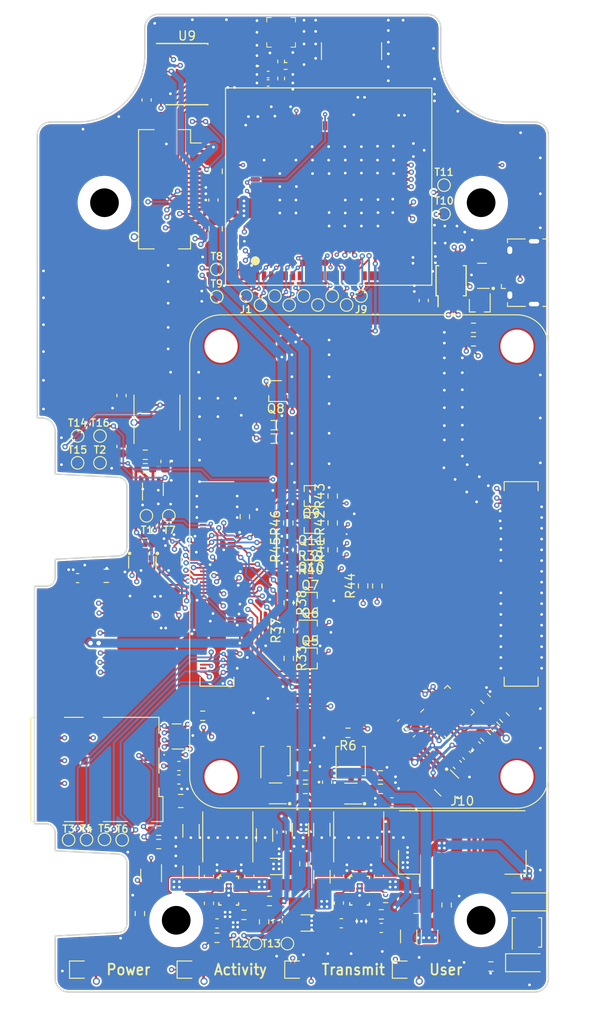
<source format=kicad_pcb>
(kicad_pcb (version 20210424) (generator pcbnew)
  (layers (0 "F.Cu" signal) (1 "In1.Cu" power) (2 "In2.Cu" signal) (31 "B.Cu" signal) (34 "B.Paste" user) (35 "F.Paste" user) (36 "B.SilkS" user "B.Silkscreen") (37 "F.SilkS" user "F.Silkscreen") (38 "B.Mask" user) (39 "F.Mask" user) (44 "Edge.Cuts" user))
  (net 0 "")
  (net 1 "/SHDNZ")
  (net 2 "/SCL")
  (net 3 "/SDA")
  (net 4 "/FSYNC")
  (net 5 "/BCLK")
  (net 6 "/SDOUT")
  (net 7 "GND")
  (net 8 "+3V3")
  (net 9 "/Power and input connector/Vin")
  (net 10 "Net-(C19-Pad2)")
  (net 11 "/Modem/UIM_SIM_DET")
  (net 12 "/Modem/UIM_VCC")
  (net 13 "/USB-UART bridge/CP2102_VDD")
  (net 14 "/Modem/UIM_RESET_N")
  (net 15 "Net-(D3-Pad1)")
  (net 16 "/Modem/UIM_CLK_R")
  (net 17 "/Power and input connector/IN_VIN")
  (net 18 "Net-(D5-Pad2)")
  (net 19 "/Power and input connector/VIN_DCDC_3V7")
  (net 20 "/SD_DAT2")
  (net 21 "/SD_DAT3")
  (net 22 "/SD_CMD")
  (net 23 "/SD_CLK")
  (net 24 "/SD_DAT0")
  (net 25 "/SD_DAT1")
  (net 26 "/SD_nDET")
  (net 27 "/LED driver, LED board connections/LED3_B")
  (net 28 "VBUS")
  (net 29 "/USB-OTG flashing interface/OTG_USB_DN")
  (net 30 "/USB-OTG flashing interface/OTG_USB_DP")
  (net 31 "/USB_DN")
  (net 32 "/USB_DP")
  (net 33 "/USB_OTG_ID")
  (net 34 "/Power and input connector/VIN_DCDC_5")
  (net 35 "Net-(J1-Pad1)")
  (net 36 "/RXD")
  (net 37 "/TXD")
  (net 38 "/LED driver, LED board connections/LED3_G")
  (net 39 "/nPWR_LED")
  (net 40 "/LED driver, LED board connections/LED2_B")
  (net 41 "/LED driver, LED board connections/LED2_G")
  (net 42 "/LED driver, LED board connections/LED2_R")
  (net 43 "/LED driver, LED board connections/LED1_B")
  (net 44 "/LED driver, LED board connections/LED1_G")
  (net 45 "/LED driver, LED board connections/LED1_R")
  (net 46 "Net-(Q1-Pad4)")
  (net 47 "+5V")
  (net 48 "Net-(Q2-Pad4)")
  (net 49 "Net-(D7-Pad1)")
  (net 50 "/USB_UART_DN")
  (net 51 "/USB_UART_DP")
  (net 52 "/POWER_ON_N")
  (net 53 "/RESET_IN_N")
  (net 54 "/BOOT_MODE")
  (net 55 "/WAKE")
  (net 56 "/RESET_OUT_N")
  (net 57 "/SAFE_PWR_REMOVE")
  (net 58 "/WAKE_ON_WWAN")
  (net 59 "/TX_ON")
  (net 60 "/Modem/1V8_TX_ON")
  (net 61 "/Modem/1V8_WAKE_ON_WWAN")
  (net 62 "/Modem/1V8_SAFE_PWR_REMOVE")
  (net 63 "Net-(D6-Pad2)")
  (net 64 "/Modem/1V8_WAKE")
  (net 65 "/Modem/1V8_BOOT_MODE")
  (net 66 "/Modem/1V8_RESET_IN_N")
  (net 67 "/Modem/1V8_POWER_ON_N")
  (net 68 "Net-(R28-Pad2)")
  (net 69 "Net-(R25-Pad2)")
  (net 70 "Net-(BT1-Pad1)")
  (net 71 "/RTC/n_RTC_INT")
  (net 72 "/MODEM_USB_DN")
  (net 73 "/MODEM_USB_DP")
  (net 74 "Net-(J15-Pad1)")
  (net 76 "Net-(J9-Pad1)")
  (net 77 "Net-(J8-Pad1)")
  (net 78 "Net-(J7-Pad1)")
  (net 79 "Net-(J6-Pad1)")
  (net 80 "Net-(J5-Pad1)")
  (net 81 "Net-(J4-Pad1)")
  (net 82 "Net-(J3-Pad1)")
  (net 83 "Net-(J2-Pad1)")
  (net 84 "+3V7")
  (net 85 "/Modem/UIM_CLK")
  (net 86 "/GLOBAL_EN_o")
  (net 87 "/nRPIBOOT")
  (net 88 "/3V7_EN")
  (net 89 "Net-(D1-Pad1)")
  (net 90 "Net-(C7-Pad2)")
  (net 91 "Net-(C8-Pad2)")
  (net 92 "Net-(C9-Pad2)")
  (net 93 "Net-(C9-Pad1)")
  (net 94 "Net-(C10-Pad2)")
  (net 95 "Net-(C10-Pad1)")
  (net 96 "Net-(C11-Pad2)")
  (net 97 "Net-(C36-Pad1)")
  (net 98 "Net-(D2-Pad1)")
  (net 100 "Net-(R12-Pad2)")
  (net 101 "Net-(R13-Pad2)")
  (net 102 "Net-(R26-Pad2)")
  (net 103 "Net-(C44-Pad1)")
  (net 104 "Net-(C45-Pad1)")
  (net 105 "Net-(C12-Pad2)")
  (net 106 "/Modem/RF_MAIN")
  (net 107 "/Modem/RF_TEST")
  (net 108 "/Modem/RF_ANT")
  (net 109 "Net-(T10-Pad1)")
  (net 110 "Net-(T11-Pad1)")
  (net 111 "/nPWR_LED_BUF")
  (net 112 "/Power and input connector/SW_5V2")
  (net 113 "/Power and input connector/SW_3V7")
  (net 114 "Net-(J15-Pad4)")
  (net 115 "Net-(T8-Pad1)")
  (net 116 "Net-(T9-Pad1)")
  (net 117 "Net-(Module1-Pad20)")
  (net 118 "Net-(Module1-Pad21)")
  (net 119 "Net-(Module1-Pad28)")
  (net 120 "Net-(Module1-Pad35)")
  (net 121 "Net-(Module1-Pad36)")
  (net 122 "Net-(Module1-Pad92)")
  (net 123 "Net-(Module1-Pad94)")
  (net 124 "Net-(Module1-Pad96)")
  (net 125 "Net-(Module1-Pad100)")
  (net 126 "Net-(R7-Pad1)")
  (net 127 "Net-(R8-Pad1)")
  (net 227 "unconnected-(U2-Pad5)")
  (net 278 "unconnected-(U11-Pad5)")
  (net 300 "/+1V8")
  (footprint "Connector_USB:USB_Micro-B_Amphenol_10118194_Horizontal" (layer "F.Cu") (at 25.6 -32.2 90)
    (fp_text reference "J15" hide)
    (fp_text value "10118194")
  )
  (footprint "Package_SO:Vishay_PowerPAK_1212-8_Single" (layer "F.Cu") (at 26.1056 41.3575 90)
    (fp_text reference "Q3")
    (fp_text value "Si7113ADN")
  )
  (footprint "jeffmakes-footprints:CHIPLED-0805" (layer "F.Cu") (at -11 45.5)
    (fp_text reference "D1")
    (fp_text value "LG R971-KN-1")
  )
  (footprint "Package_TO_SOT_SMD:SOT-323_SC-70" (layer "F.Cu") (at 2 -4.3 180)
    (fp_text reference "Q11")
    (fp_text value "NX3008NBKW")
  )
  (footprint "TestPoint:TestPoint_Pad_D1.0mm" (layer "F.Cu") (at 16.8656 -38.7604)
    (fp_text reference "T10")
    (fp_text value " ")
  )
  (footprint "Package_SO:Vishay_PowerPAK_1212-8_Single" (layer "F.Cu") (at -1.925 22.25 90)
    (fp_text reference "Q1")
    (fp_text value "Si7113ADN")
  )
  (footprint "Resistor_SMD:R_0603_1608Metric" (layer "F.Cu") (at 7.84 2.72 90)
    (fp_text reference "R44")
    (fp_text value "1k")
  )
  (footprint "Connector_Molex:Molex_CLIK-Mate_502443-0570_1x05-1MP_P2.00mm_Vertical" (layer "F.Cu") (at 18.9 32.3)
    (fp_text reference "J10")
    (fp_text value "502443-0560")
  )
  (footprint "TestPoint:TestPoint_Pad_D1.0mm" (layer "F.Cu") (at -13.825 -5.1)
    (fp_text reference "T7")
    (fp_text value " ")
  )
  (footprint "jeffmakes-footprints:WQFN-HR-13" (layer "F.Cu") (at -7.15 36.7)
    (fp_text reference "U5")
    (fp_text value "LM60440DRPK")
  )
  (footprint "Capacitor_SMD:C_0603_1608Metric" (layer "F.Cu") (at -14.2 -11.15 90)
    (fp_text reference "C36")
    (fp_text value "100nF")
  )
  (footprint "Capacitor_SMD:C_0805_2012Metric" (layer "F.Cu") (at -8.6 -37.1 -90)
    (fp_text reference "C23")
    (fp_text value "47uF")
  )
  (footprint "TestPoint:TestPoint_Pad_D1.0mm" (layer "F.Cu") (at -23 31)
    (fp_text reference "T4")
    (fp_text value " ")
  )
  (footprint "Resistor_SMD:R_0603_1608Metric" (layer "F.Cu") (at 1.4 25.35)
    (fp_text reference "R7")
    (fp_text value "100k")
  )
  (footprint "Diode_SMD:D_SOD-123" (layer "F.Cu") (at 26.05 37.95 180)
    (fp_text reference "D4")
    (fp_text value "ATV02W360B-HF")
  )
  (footprint "Resistor_SMD:R_0603_1608Metric" (layer "F.Cu") (at 9.775 25.35)
    (fp_text reference "R8")
    (fp_text value "100k")
  )
  (footprint "Package_TO_SOT_SMD:SOT-323_SC-70" (layer "F.Cu") (at 2 -7.3 180)
    (fp_text reference "Q9")
    (fp_text value "NX3008NBKW")
  )
  (footprint "TestPoint:TestPoint_Pad_D1.0mm" (layer "F.Cu") (at -24 -11)
    (fp_text reference "T15")
    (fp_text value " ")
  )
  (footprint "Resistor_SMD:R_0603_1608Metric" (layer "F.Cu") (at 4.45 -7.3 90)
    (fp_text reference "R43")
    (fp_text value "10k")
  )
  (footprint "Package_SO:SOIC-8_3.9x4.9mm_P1.27mm" (layer "F.Cu") (at -15.15 -16.6 90)
    (fp_text reference "U13")
    (fp_text value "DS3231MZ")
  )
  (footprint "Capacitor_SMD:C_1206_3216Metric" (layer "F.Cu") (at 12.92 41.8 -90)
    (fp_text reference "C43")
    (fp_text value "4.7uF")
  )
  (footprint "Capacitor_SMD:C_0603_1608Metric" (layer "F.Cu") (at -9.35 35.1 90)
    (fp_text reference "C42")
    (fp_text value "220nF")
  )
  (footprint "Capacitor_SMD:C_1206_3216Metric" (layer "F.Cu") (at -3.15 30.5 -90)
    (fp_text reference "C13")
    (fp_text value "47uF")
  )
  (footprint "Package_TO_SOT_SMD:SOT-323_SC-70" (layer "F.Cu") (at 20.85 -28.55 -90)
    (fp_text reference "Q4")
    (fp_text value "NX3008NBKW")
  )
  (footprint "jeffmakes-footprints:USON-10_2.5x1.0mm_P0.5mm" (layer "F.Cu") (at -12.954 19.5072 180)
    (fp_text reference "U8" hide)
    (fp_text value "ESD7004")
  )
  (footprint "jeffmakes-footprints:USON-10_2.5x1.0mm_P0.5mm" (layer "F.Cu") (at -16.9 -0.05 90)
    (fp_text reference "U11" hide)
    (fp_text value "ESD7004")
  )
  (footprint "Resistor_SMD:R_0603_1608Metric" (layer "F.Cu") (at 23.598008 17.398008 135)
    (fp_text reference "R26")
    (fp_text value "23.7k")
  )
  (footprint "Resistor_SMD:R_0402_1005Metric" (layer "F.Cu") (at -1.3 -53.845 -90)
    (fp_text reference "R20")
    (fp_text value "0R")
  )
  (footprint "TestPoint:TestPoint_Pad_D1.0mm" (layer "F.Cu") (at -16.325 -5.1)
    (fp_text reference "T1")
    (fp_text value " ")
  )
  (footprint "Resistor_SMD:R_0603_1608Metric" (layer "F.Cu") (at 2 2.35)
    (fp_text reference "R40")
    (fp_text value "10k")
  )
  (footprint "digikey-footprints:Coax_Conn_U.FL" (layer "F.Cu") (at -1.3 -58.995)
    (fp_text reference "J12")
    (fp_text value "U_FL-R-SMT-1_10_")
  )
  (footprint "Resistor_SMD:R_0603_1608Metric" (layer "F.Cu") (at 1.3 33.7 90)
    (fp_text reference "R35")
    (fp_text value "0.1R")
  )
  (footprint "Resistor_SMD:R_0603_1608Metric" (layer "F.Cu") (at -0.45 4.6 -90)
    (fp_text reference "R38")
    (fp_text value "10k")
  )
  (footprint "Resistor_SMD:R_0603_1608Metric" (layer "F.Cu") (at -14.95 31.5)
    (fp_text reference "R22")
    (fp_text value "DNP 15k")
  )
  (footprint "Capacitor_SMD:C_0603_1608Metric" (layer "F.Cu") (at -12.7 24.3)
    (fp_text reference "C28")
    (fp_text value "1nF")
  )
  (footprint "TestPoint:TestPoint_Pad_D1.0mm" (layer "F.Cu") (at -21.5 -11)
    (fp_text reference "T2")
    (fp_text value " ")
  )
  (footprint "Resistor_SMD:R_0603_1608Metric" (layer "F.Cu") (at -5.45 39.4 180)
    (fp_text reference "R15")
    (fp_text value "23.7k")
  )
  (footprint "Resistor_SMD:R_0603_1608Metric" (layer "F.Cu") (at -10.05 17.2 180)
    (fp_text reference "R23")
    (fp_text value "0R")
  )
  (footprint "TestPoint:TestPoint_Pad_D1.0mm" (layer "F.Cu") (at 1.2 -29.6 180)
    (fp_text reference "J5")
    (fp_text value " ")
  )
  (footprint "jeffmakes-footprints:CHIPLED-0805" (layer "F.Cu") (at 1 45.5)
    (fp_text reference "D3" hide)
    (fp_text value "LO R976-PS-1")
  )
  (footprint "jeffmakes-footprints:Cellular_Modem-Sierra-Wireless-module-CF3-ringCD" (layer "F.Cu") (at 4 -41.8 90)
    (fp_text reference "U7")
    (fp_text value "Sierra_Wireless_RC7620")
  )
  (footprint "Package_SO:MSOP-10_3x3mm_P0.5mm" (layer "F.Cu") (at 17.65 -31.3 90)
    (fp_text reference "U15")
    (fp_text value "FSUSB42MX")
  )
  (footprint "Resistor_SMD:R_0603_1608Metric" (layer "F.Cu") (at 9.87 39.34 180)
    (fp_text reference "R16")
    (fp_text value "100k")
  )
  (footprint "TestPoint:TestPoint_Pad_D1.0mm" (layer "F.Cu") (at 6 -28.6 180)
    (fp_text reference "J8")
    (fp_text value " ")
  )
  (footprint "Capacitor_SMD:C_1206_3216Metric" (layer "F.Cu") (at 15.25 41.8 -90)
    (fp_text reference "C45")
    (fp_text value "4.7uF")
  )
  (footprint "TestPoint:TestPoint_Pad_D1.0mm" (layer "F.Cu") (at -19.025 31.025)
    (fp_text reference "T6")
    (fp_text value " ")
  )
  (footprint "jeffmakes-footprints:USON-10_2.5x1.0mm_P0.5mm" (layer "F.Cu") (at -13.85 -0.05 90)
    (fp_text reference "U10" hide)
    (fp_text value "ESD7004")
  )
  (footprint "Capacitor_SMD:C_1206_3216Metric" (layer "F.Cu") (at 3.24 29.9 -90)
    (fp_text reference "C16")
    (fp_text value "47uF")
  )
  (footprint "Capacitor_SMD:C_0603_1608Metric" (layer "F.Cu") (at 11.05 26.85 180)
    (fp_text reference "C18")
    (fp_text value "100nF")
  )
  (footprint "Resistor_SMD:R_0603_1608Metric" (layer "F.Cu") (at -0.45 10.8 -90)
    (fp_text reference "R33")
    (fp_text value "10k")
  )
  (footprint "jeffmakes-footprints:wurth-spacer-WA-SMSI-9774030151R" (layer "F.Cu") (at 25 24)
    (fp_text reference "SP3")
    (fp_text value "wurth-spacer-9774030151R")
  )
  (footprint "Resistor_SMD:R_0603_1608Metric" (layer "F.Cu") (at -0.5 -1.3 90)
    (fp_text reference "R45")
    (fp_text value "10k")
  )
  (footprint "Fiducial:Fiducial_1mm_Mask2mm" (layer "F.Cu") (at -25 43)
    (fp_text reference "FID2" hide)
    (fp_text value "Fiducial")
  )
  (footprint "Capacitor_SMD:C_0603_1608Metric" (layer "F.Cu") (at -1.25 30.2 -90)
    (fp_text reference "C17")
    (fp_text value "100nF")
  )
  (footprint "jeffmakes-footprints:WQFN-HR-13" (layer "F.Cu") (at 7.45 36.7)
    (fp_text reference "U6")
    (fp_text value "LM60440DRPK")
  )
  (footprint "Capacitor_SMD:C_0603_1608Metric" (layer "F.Cu") (at -16.3 -51.45 90)
    (fp_text reference "C38")
    (fp_text value "100nF")
  )
  (footprint "Capacitor_SMD:C_1206_3216Metric" (layer "F.Cu") (at -11.35 34.65 90)
    (fp_text reference "C6")
    (fp_text value "4.7uF")
  )
  (footprint "Resistor_SMD:R_0603_1608Metric" (layer "F.Cu") (at 10.35 37.51 180)
    (fp_text reference "R13")
    (fp_text value "100k")
  )
  (footprint "Resistor_SMD:R_0603_1608Metric" (layer "F.Cu") (at -0.45 7.7 90)
    (fp_text reference "R37")
    (fp_text value "10k")
  )
  (footprint "Package_DFN_QFN:QFN-24-1EP_4x4mm_P0.5mm_EP2.6x2.6mm" (layer "F.Cu") (at 17.25 16.8 45)
    (fp_text reference "U12")
    (fp_text value "CP2102N-Axx-xQFN24")
  )
  (footprint "Connector_Coaxial:SMA_Amphenol_132134-10_Vertical" (layer "F.Cu") (at 6.55 -56.9 180)
    (fp_text reference "J11")
    (fp_text value "SMA")
  )
  (footprint "Capacitor_SMD:C_0402_1005Metric" (layer "F.Cu") (at -2.75 -53.345 180)
    (fp_text reference "C20")
    (fp_text value "DNP")
  )
  (footprint "Capacitor_SMD:C_0603_1608Metric" (layer "F.Cu") (at 9.87 40.85 180)
    (fp_text reference "C12")
    (fp_text value "15pF")
  )
  (footprint "Resistor_SMD:R_0603_1608Metric" (layer "F.Cu") (at -2.2 -15.2)
    (fp_text reference "R2")
    (fp_text value "DNP")
  )
  (footprint "Resistor_SMD:R_0603_1608Metric" (layer "F.Cu") (at -17.05 39.25 -90)
    (fp_text reference "R5")
    (fp_text value "1k")
  )
  (footprint "Fiducial:Fiducial_1mm_Mask2mm" (layer "F.Cu") (at 25 -11)
    (fp_text reference "FID3" hide)
    (fp_text value "Fiducial")
  )
  (footprint "Package_TO_SOT_SMD:SOT-323_SC-70" (layer "F.Cu") (at 2 -1.3 180)
    (fp_text reference "Q10")
    (fp_text value "NX3008NBKW")
  )
  (footprint "Raspberry_Pi_CM4:Raspberry-Pi-4-Compute-Module" (layer "F.Cu") (at -8 24)
    (fp_text reference "Module1")
    (fp_text value "ComputeModule4-CM4")
  )
  (footprint "Resistor_SMD:R_0603_1608Metric" (layer "F.Cu") (at -8.45 41.95 180)
    (fp_text reference "R4")
    (fp_text value "1k")
  )
  (footprint "TestPoint:TestPoint_Pad_D1.0mm" (layer "F.Cu") (at -0.6 42.6)
    (fp_text reference "T13")
    (fp_text value " ")
  )
  (footprint "MountingHole:MountingHole_3.2mm_M3_DIN965" (layer "F.Cu") (at -13 40)
    (fp_text reference "H4")
    (fp_text value "MountingHole_3.2mm_M3_DIN965")
  )
  (footprint "Resistor_SMD:R_0603_1608Metric" (layer "F.Cu") (at 6.15 19.1 180)
    (fp_text reference "R6")
    (fp_text value "10k")
  )
  (footprint "Capacitor_SMD:C_1206_3216Metric" (layer "F.Cu") (at -11.35 30.025 -90)
    (fp_text reference "C15")
    (fp_text value "47uF")
  )
  (footprint "Capacitor_SMD:C_1206_3216Metric" (layer "F.Cu") (at 3.25 35.15 90)
    (fp_text reference "C5")
    (fp_text value "4.7uF")
  )
  (footprint "jeffmakes-footprints:wurth-spacer-WA-SMSI-9774030151R" (layer "F.Cu") (at -8 -24)
    (fp_text reference "SP1")
    (fp_text value "wurth-spacer-9774030151R")
  )
  (footprint "Resistor_SMD:R_0603_1608Metric" (layer "F.Cu") (at -14.95 30)
    (fp_text reference "R21")
    (fp_text value "10k")
  )
  (footprint "Resistor_SMD:R_0603_1608Metric" (layer "F.Cu") (at -5.35 -5 90)
    (fp_text reference "R3")
    (fp_text value "DNP")
  )
  (footprint "Capacitor_SMD:C_0603_1608Metric" (layer "F.Cu") (at -24 1.85 180)
    (fp_text reference "C30")
    (fp_text value "100nF")
  )
  (footprint "Capacitor_SMD:C_0603_1608Metric" (layer "F.Cu") (at 9.6 35.1 90)
    (fp_text reference "C41")
    (fp_text value "220nF")
  )
  (footprint "TestPoint:TestPoint_Pad_D1.0mm" (layer "F.Cu") (at -0.4 -28.6 180)
    (fp_text reference "J4")
    (fp_text value " ")
  )
  (footprint "Capacitor_SMD:C_0603_1608Metric" (layer "F.Cu") (at -8.85 -40.3 90)
    (fp_text reference "C21")
    (fp_text value "15pF")
  )
  (footprint "Capacitor_SMD:C_0603_1608Metric" (layer "F.Cu") (at -4.85 35.1 90)
    (fp_text reference "C4")
    (fp_text value "220nF")
  )
  (footprint "Resistor_SMD:R_0603_1608Metric" (layer "F.Cu") (at 21.5 15.3 135)
    (fp_text reference "R27")
    (fp_text value "23.7k")
  )
  (footprint "Resistor_SMD:R_0603_1608Metric" (layer "F.Cu") (at 4.45 -1.3 90)
    (fp_text reference "R41")
    (fp_text value "10k")
  )
  (footprint "Capacitor_SMD:C_0603_1608Metric" (layer "F.Cu") (at 5.1416 38.0794 90)
    (fp_text reference "C10")
    (fp_text value "100nF")
  )
  (footprint "Capacitor_SMD:C_0603_1608Metric" (layer "F.Cu") (at 13.176992 19.123008 -135)
    (fp_text reference "C32")
    (fp_text value "100nF")
  )
  (footprint "Package_TO_SOT_SMD:SOT-323_SC-70" (layer "F.Cu") (at -1.95 -19 180)
    (fp_text reference "Q8")
    (fp_text value "NX3008NBKW")
  )
  (footprint "TestPoint:TestPoint_Pad_D1.0mm" (layer "F.Cu") (at -4.15 42.6)
    (fp_text reference "T12")
    (fp_text value " ")
  )
  (footprint "Inductor_SMD:L_1008_2520Metric" (layer "F.Cu") (at 13.79 38.13)
    (fp_text reference "FB1")
    (fp_text value "1uH")
  )
  (footprint "Package_TO_SOT_SMD:SOT-353_SC-70-5" (layer "F.Cu") (at -15.6 -8.05 90)
    (fp_text reference "U14")
    (fp_text value "74LVC1G07DCK")
  )
  (footprint "Package_SO:Vishay_PowerPAK_1212-8_Single" (layer "F.Cu") (at 6.45 22.25 90)
    (fp_text reference "Q2")
    (fp_text value "Si7113ADN")
  )
  (footprint "Capacitor_SMD:C_0603_1608Metric" (layer "F.Cu") (at -19.1 -12.825 90)
    (fp_text reference "C35")
    (fp_text value "100nF")
  )
  (footprint "Resistor_SMD:R_0603_1608Metric" (layer "F.Cu") (at 17.15 38.3 -90)
    (fp_text reference "R36")
    (fp_text value "0.1R")
  )
  (footprint "Resistor_SMD:R_0603_1608Metric" (layer "F.Cu") (at -3.2 40.17 -90)
    (fp_text reference "R14")
    (fp_text value "100k")
  )
  (footprint "Resistor_SMD:R_0603_1608Metric" (layer "F.Cu") (at 9.425 2.725 -90)
    (fp_text reference "R34")
    (fp_text value "1k")
  )
  (footprint "Capacitor_SMD:C_0603_1608Metric" (layer "F.Cu") (at -9.35 38.1 -90)
    (fp_text reference "C9")
    (fp_text value "100nF")
  )
  (footprint "Capacitor_SMD:C_0603_1608Metric" (layer "F.Cu") (at -1.7 40.17 -90)
    (fp_text reference "C11")
    (fp_text value "18pF")
  )
  (footprint "Capacitor_SMD:C_0603_1608Metric" (layer "F.Cu") (at 18.35 22.65 -45)
    (fp_text reference "C33")
    (fp_text value "100nF")
  )
  (footprint "Capacitor_SMD:C_0402_1005Metric" (layer "F.Cu") (at -2.75 -54.295)
    (fp_text reference "C19")
    (fp_text value "DNP")
  )
  (footprint "Diode_SMD:D_0402_1005Metric" (layer "F.Cu") (at -13.25 21.55)
    (fp_text reference "D6")
    (fp_text value "0402ESDA-MLP1")
  )
  (footprint "TestPoint:TestPoint_Pad_D1.0mm" (layer "F.Cu") (at -21.5 -14)
    (fp_text reference "T16")
    (fp_text value " ")
  )
  (footprint "jeffmakes-footprints:CHIPLED-0805" (layer "F.Cu") (at 13 45.5)
    (fp_text reference "D7")
    (fp_text value "LY R976-PS-36")
  )
  (footprint "Resistor_SMD:R_0603_1608Metric" (layer "F.Cu") (at -2.6 37.85 180)
    (fp_text reference "R12")
    (fp_text value "100k")
  )
  (footprint "Resistor_SMD:R_0603_1608Metric" (layer "F.Cu") (at 22.548008 18.448008 135)
    (fp_text reference "R28")
    (fp_text value "1k")
  )
  (footprint "Capacitor_SMD:C_0805_2012Metric" (layer "F.Cu") (at -8.6 -43.5 90)
    (fp_text reference "C22")
    (fp_text value "47uF")
  )
  (footprint "Resistor_SMD:R_0603_1608Metric" (layer "F.Cu") (at 2 0.8)
    (fp_text reference "R39")
    (fp_text value "10k")
  )
  (footprint "Fiducial:Fiducial_1mm_Mask2mm" (layer "F.Cu") (at 14 -59)
    (fp_text reference "FID1" hide)
    (fp_text value "Fiducial")
  )
  (footprint "Connector_FFC-FPC:Hirose_FH12-20S-0.5SH_1x20-1MP_P0.50mm_Horizontal" (layer "F.Cu") (at -12.7 -41.5 -90)
    (fp_text reference "J16" hide)
    (fp_text value "FH12A-20S-0.5SH")
  )
  (footprint "TestPoint:TestPoint_Pad_D1.0mm" (layer "F.Cu") (at -5.2 -29.6 180)
    (fp_text reference "J1")
    (fp_text value " ")
  )
  (footprint "TestPoint:TestPoint_Pad_D1.0mm" (layer "F.Cu") (at -21 30.975)
    (fp_text reference "T5")
    (fp_text value " ")
  )
  (footprint "Resistor_SMD:R_0603_1608Metric" (layer "F.Cu") (at -16.4592 -2.0828 180)
    (fp_text reference "R24")
    (fp_text value "100k")
  )
  (footprint "Diode_SMD:D_SOD-123F" (layer "F.Cu") (at 25.93 44.73)
    (fp_text reference "D5")
    (fp_text value "12V")
  )
  (footprint "Capacitor_SMD:C_0603_1608Metric" (layer "F.Cu") (at 19.398008 21.598008 -45)
    (fp_text reference "C40")
    (fp_text value "1uF")
  )
  (footprint "TestPoint:TestPoint_Pad_D1.0mm" (layer "F.Cu") (at 7.6 -29.6 180)
    (fp_text reference "J9")
    (fp_text value " ")
  )
  (footprint "Resistor_SMD:R_0603_1608Metric" (layer "F.Cu") (at 4.45 -4.3 90)
    (fp_text reference "R42")
    (fp_text value "10k")
  )
  (footprint "TestPoint:TestPoint_Pad_D1.0mm" (layer "F.Cu") (at -8.4836 -32.5628)
    (fp_text reference "T8")
    (fp_text value " ")
  )
  (footprint "Package_SO:SSOP-20_4.4x6.5mm_P0.65mm" (layer "F.Cu") (at -11.8 -54.3)
    (fp_text reference "U9")
    (fp_text value "PCF8574PW")
  )
  (footprint "Resistor_SMD:R_0603_1608Metric" (layer "F.Cu") (at 20.15 -26.05)
    (fp_text reference "R31")
    (fp_text value "1k")
  )
  (footprint "Capacitor_SMD:C_0603_1608Metric" (layer "F.Cu") (at 20.45 20.55 -45)
    (fp_text reference "C39")
    (fp_text value "100nF")
  )
  (footprint "MountingHole:MountingHole_3.2mm_M3_DIN965" (layer "F.Cu") (at -21 -40)
    (fp_text reference "H1")
    (fp_text value "MountingHole_3.2mm_M3_DIN965")
  )
  (footprint "Capacitor_SMD:C_1206_3216Metric" (layer "F.Cu") (at 1.625 40.3)
    (fp_text reference "C2")
    (fp_text value "4.7uF")
  )
  (footprint "Resistor_SMD:R_0603_1608Metric" (layer "F.Cu") (at 7.65 40.1 90)
    (fp_text reference "R17")
    (fp_text value "37.4k")
  )
  (footprint "Inductor_SMD:L_Coilcraft_XAL5030" (layer "F.Cu") (at -7.25 30.7 90)
    (fp_text reference "L1")
    (fp_text value "4.7uH")
  )
  (footprint "Capacitor_SMD:C_0603_1608Metric" (layer "F.Cu") (at -8.45 40.35 180)
    (fp_text reference "C7")
    (fp_text value "1uF")
  )
  (footprint "TestPoint:TestPoint_Pad_D1.0mm" (layer "F.Cu") (at -8.4836 -29.5148)
    (fp_text reference "T9")
    (fp_text value " ")
  )
  (footprint "TestPoint:TestPoint_Pad_D1.0mm" (layer "F.Cu") (at -3.6 -28.6 180)
    (fp_text reference "J2")
    (fp_text value " ")
  )
  (footprint "Resistor_SMD:R_0603_1608Metric" (layer "F.Cu") (at 22.1 45.15 180)
    (fp_text reference "R11")
    (fp_text value "100k")
  )
  (footprint "Resistor_SMD:R_0402_1005Metric" (layer "F.Cu") (at -1.3 -55.745 -90)
    (fp_text reference "R19")
    (fp_text value "0R")
  )
  (footprint "Resistor_SMD:R_0603_1608Metric" (layer "F.Cu") (at -0.5 -4.3 90)
    (fp_text reference "R46")
    (fp_text value "10k")
  )
  (footprint "Capacitor_SMD:C_0805_2012Metric" (layer "F.Cu") (at -20.8 1.6)
    (fp_text reference "C29")
    (fp_text value "47uF")
  )
  (footprint "TestPoint:TestPoint_Pad_D1.0mm" (layer "F.Cu") (at -25 31.025)
    (fp_text reference "T3")
    (fp_text value " ")
  )
  (footprint "Connector_JAE:JAE_SIM_Card_SF72S006" (layer "F.Cu") (at -23.94 22.2 90)
    (fp_text reference "J13")
    (fp_text value "JAE_SIM_Card_SF72S006")
  )
  (footprint "jeffmakes-footprints:USON-10_2.5x1.0mm_P0.5mm" (layer "F.Cu") (at 17.15 24.8 -45)
    (fp_text reference "U2" hide)
    (fp_text value "ESD7004")
  )
  (footprint "jeffmakes-footprints:wurth-spacer-WA-SMSI-9774030151R" (layer "F.Cu") (at 25 -24)
    (fp_text reference "SP2")
    (fp_text value "wurth-spacer-9774030151R")
  )
  (footprint "Capacitor_SMD:C_0603_1608Metric" (layer "F.Cu") (at 12.126992 18.073008 -135)
    (fp_text reference "C31")
    (fp_text value "1uF")
  )
  (footprint "Package_TO_SOT_SMD:SOT-363_SC-70-6" (layer "F.Cu") (at -1.925 25.85 180)
    (fp_text reference "U3")
    (fp_text value "DZDH0401DW")
  )
  (footprint "Capacitor_SMD:C_0603_1608Metric" (layer "F.Cu") (at 5.15 35.1 90)
    (fp_text reference "C3")
    (fp_text value "220nF")
  )
  (footprint "Capacitor_SMD:C_0603_1608Metric" (layer "F.Cu") (at 5.41 40.33)
    (fp_text reference "C8")
    (fp_text value "1uF")
  )
  (footprint "Resistor_SMD:R_0603_1608Metric" (layer "F.Cu") (at 9.775 23.85)
    (fp_text reference "R10")
    (fp_text value "1M")
  )
  (footprint "Resistor_SMD:R_0603_1608Metric" (layer "F.Cu") (at -16.45 -10.4)
    (fp_text reference "R30")
    (fp_text value "510k")
  )
  (footprint "jeffmakes-footprints:Keystone-3000-CR1220-CR1216" (layer "F.Cu") (at -22.1 -26.9 90)
    (fp_text reference "BT1")
    (fp_text value "CR1220")
  )
  (footprint "Resistor_SMD:R_0603_1608Metric" (layer "F.Cu") (at -16.45 -11.9)
    (fp_text reference "R29")
    (fp_text value "510k")
  )
  (footprint "TestPoint:TestPoint_Pad_D1.0mm" (layer "F.Cu") (at 2.8 -28.6 180)
    (fp_text reference "J6")
    (fp_text value " ")
  )
  (footprint "TestPoint:TestPoint_Pad_D1.0mm" (layer "F.Cu") (at -24 -14)
    (fp_text reference "T14")
    (fp_text value " ")
  )
  (footprint "Capacitor_SMD:C_1206_3216Metric" (layer "F.Cu") (at 0.85 29.9 -90)
    (fp_text reference "C14")
    (fp_text value "47uF")
  )
  (footprint "Package_TO_SOT_SMD:SOT-323_SC-70" (layer "F.Cu") (at 2 4.6)
    (fp_text reference "Q7")
    (fp_text value "NX3008NBKW")
  )
  (footprint "Capacitor_SMD:C_0603_1608Metric" (layer "F.Cu") (at -12.7 22.8)
    (fp_text reference "C26")
    (fp_text value "100nF")
  )
  (footprint "Resistor_SMD:R_0603_1608Metric" (layer "F.Cu") (at 21.498008 19.498008 135)
    (fp_text reference "R25")
    (fp_text value "23.7k")
  )
  (footprint "Diode_SMD:D_0402_1005Metric" (layer "F.Cu") (at -2.75 -55.245)
    (fp_text reference "D9")
    (fp_text value "0402ESDA-MLP1")
  )
  (footprint "Resistor_SMD:R_0603_1608Metric" (layer "F.Cu") (at -2.2 -13.7)
    (fp_text reference "R1")
    (fp_text value "DNP")
  )
  (footprint "Resistor_SMD:R_0402_1005Metric" (layer "F.Cu") (at -0.8 -55.245 180)
    (fp_text reference "R18")
    (fp_text value "DNP")
  )
  (footprint "Resistor_SMD:R_0603_1608Metric" (layer "F.Cu") (at 20.15 -24.55)
    (fp_text reference "R32")
    (fp_text value "1k")
  )
  (footprint "Package_TO_SOT_SMD:SOT-323_SC-70" (layer "F.Cu") (at 2 7.7)
    (fp_text reference "Q6")
    (fp_text value "NX3008NBKW")
  )
  (footprint "jeffmakes-footprints:CHIPLED-0805" (layer "F.Cu") (at -23 45.5)
    (fp_text reference "D2")
    (fp_text value "LH R974-LP-1")
  )
  (footprint "Capacitor_SMD:C_0603_1608Metric" (layer "F.Cu") (at -19.1 -18.5 -90)
    (fp_text reference "C34")
    (fp_text value "100nF")
  )
  (footprint "Package_TO_SOT_SMD:SOT-323_SC-70" (layer "F.Cu") (at 2 10.8)
    (fp_text reference "Q5")
    (fp_text value "NX3008NBKW")
  )
  (footprint "TestPoint:TestPoint_Pad_D1.0mm" (layer "F.Cu") (at 4.4 -29.6 180)
    (fp_text reference "J7")
    (fp_text value " ")
  )
  (footprint "Resistor_SMD:R_0603_1608Metric" (layer "F.Cu") (at 1.4 23.85)
    (fp_text reference "R9")
    (fp_text value "1M")
  )
  (footprint "MountingHole:MountingHole_3.2mm_M3_DIN965" (layer "F.Cu") (at 21 -40)
    (fp_text reference "H2")
    (fp_text value "MountingHole_3.2mm_M3_DIN965")
  )
  (footprint "jeffmakes-footprints:microSD_JAE_ST11S008V4H" (layer "F.Cu") (at -28 10 -90)
    (fp_text reference "J14")
    (fp_text value "Micro_SD_Card_Det_JAE_ST11")
  )
  (footprint "TestPoint:TestPoint_Pad_D1.0mm" (layer "F.Cu") (at -2 -29.6 180)
    (fp_text reference "J3")
    (fp_text value " ")
  )
  (footprint "Capacitor_SMD:C_1206_3216Metric" (layer "F.Cu") (at -1.8 34 180)
    (fp_text reference "C44")
    (fp_text value "4.7uF")
  )
  (footprint "jeffmakes-footprints:wurth-spacer-WA-SMSI-9774030151R" (layer "F.Cu") (at -8 24)
    (fp_text reference "SP4")
    (fp_text value "wurth-spacer-9774030151R")
  )
  (footprint "Package_TO_SOT_SMD:SOT-353_SC-70-5" (layer "F.Cu") (at -15.8 35 -90)
    (fp_text reference "U1")
    (fp_text value "74LVC1G07DCK")
  )
  (footprint "Inductor_SMD:L_Coilcraft_XAL5030" (layer "F.Cu") (at 7.35 30.7 90)
    (fp_text reference "L2")
    (fp_text value "3.3uH")
  )
  (footprint "Package_TO_SOT_SMD:SOT-363_SC-70-6" (layer "F.Cu") (at 6.475 25.875 180)
    (fp_text reference "U4")
    (fp_text value "DZDH0401DW")
  )
  (footprint "Inductor_SMD:L_1008_2520Metric" (layer "F.Cu") (at 0.7 37.15 90)
    (fp_text reference "FB2")
    (fp_text value "1uH")
  )
  (footprint "TestPoint:TestPoint_Pad_D1.0mm" (layer "F.Cu") (at 16.8656 -41.9608)
    (fp_text reference "T11")
    (fp_text value " ")
  )
  (footprint "Capacitor_SMD:C_0603_1608Metric" (layer "F.Cu") (at 14.6 -29.1 -90)
    (fp_text reference "C37")
    (fp_text value "100nF")
  )
  (footprint "Capacitor_SMD:C_0603_1608Metric" (layer "F.Cu") (at 3.825 24.6 -90)
    (fp_text reference "C1")
    (fp_text value "220nF")
  )
  (footprint "Capacitor_SMD:C_0805_2012Metric" (layer "F.Cu") (at -12.5 26.7)
    (fp_text reference "C24")
    (fp_text value "DNP 4.7uF")
  )
  (footprint "MountingHole:MountingHole_3.2mm_M3_DIN965" (layer "F.Cu") (at 21 40)
    (fp_text reference "H3")
    (fp_text value "MountingHole_3.2mm_M3_DIN965")
  )
  (footprint "jeffmakes-footprints:USON-10_2.5x1.0mm_P0.5mm" (layer "F.Cu") (at 21.1 -31.85 180)
    (fp_text reference "U16" hide)
    (fp_text value "ESD7004")
  )
  (gr_circle (center -0.35 27) (end -0.25 27) (layer "F.SilkS") (width 0.2) (fill none))
  (gr_circle (center 17.15 23.15) (end 17.25 23.15) (layer "F.SilkS") (width 0.2) (fill none))
  (gr_circle (center -18.2 -0.9) (end -18.1 -0.9) (layer "F.SilkS") (width 0.2) (fill none))
  (gr_circle (center -15.1 -0.9) (end -15 -0.9) (layer "F.SilkS") (width 0.2) (fill none))
  (gr_circle (center -11.8 20.9) (end -11.7 20.9) (layer "F.SilkS") (width 0.2) (fill none))
  (gr_circle (center 22.35 -30.45) (end 22.45 -30.45) (layer "F.SilkS") (width 0.2) (fill none))
  (gr_circle (center 8 27) (end 8.1 27) (layer "F.SilkS") (width 0.2) (fill none))
  (gr_arc (start -28 -14.5) (end -26.5 -14.5) (angle -90) (layer "Edge.Cuts") (width 0.16))
  (gr_line (start -19.448 -9.38) (end -26.5 -9.75) (angle 90) (layer "Edge.Cuts") (width 0.16))
  (gr_line (start -26.5 32.25) (end -26.5 30.25) (angle 90) (layer "Edge.Cuts") (width 0.16))
  (gr_line (start -26.5 46.5) (end -26.5 41.75) (angle 90) (layer "Edge.Cuts") (width 0.16))
  (gr_line (start -28.8 29.25) (end -28.8 2.75) (angle 90) (layer "Edge.Cuts") (width 0.16))
  (gr_line (start -28.8 2.75) (end -27.5 2.75) (angle 90) (layer "Edge.Cuts") (width 0.16))
  (gr_arc (start 27 -47.5) (end 28.5 -47.5) (angle -90) (layer "Edge.Cuts") (width 0.16))
  (gr_arc (start 24 -56.5) (end 16.5 -56.5) (angle -90) (layer "Edge.Cuts") (width 0.16))
  (gr_arc (start 27 46.5) (end 27 48) (angle -90) (layer "Edge.Cuts") (width 0.16))
  (gr_arc (start -15 -59.5) (end -15 -61) (angle -90) (layer "Edge.Cuts") (width 0.16))
  (gr_line (start 15 -61) (end -15 -61) (angle 90) (layer "Edge.Cuts") (width 0.16))
  (gr_line (start -28.5 -47.5) (end -28.5 -16) (angle 90) (layer "Edge.Cuts") (width 0.16))
  (gr_line (start 28.5 -47.5) (end 28.5 46.5) (angle 90) (layer "Edge.Cuts") (width 0.16))
  (gr_arc (start -24 -56.5) (end -24 -49) (angle -90) (layer "Edge.Cuts") (width 0.16))
  (gr_line (start 24 -49) (end 27 -49) (angle 90) (layer "Edge.Cuts") (width 0.16))
  (gr_arc (start -27.5 1.75) (end -27.5 2.75) (angle -90) (layer "Edge.Cuts") (width 0.16))
  (gr_line (start -18.5 -1.618) (end -18.5 -8.382) (angle 90) (layer "Edge.Cuts") (width 0.16))
  (gr_line (start -18.5 40.382) (end -18.5 33.618) (angle 90) (layer "Edge.Cuts") (width 0.16))
  (gr_line (start 27 48) (end -25 48) (angle 90) (layer "Edge.Cuts") (width 0.16))
  (gr_line (start -26.5 1.75) (end -26.5 -0.25) (angle 90) (layer "Edge.Cuts") (width 0.16))
  (gr_line (start -26.5 -0.25) (end -19.448 -0.62) (angle 90) (layer "Edge.Cuts") (width 0.16))
  (gr_arc (start -19.5 -8.382) (end -18.5 -8.382) (angle -87) (layer "Edge.Cuts") (width 0.16))
  (gr_line (start -26.5 -9.75) (end -26.5 -14.5) (angle 90) (layer "Edge.Cuts") (width 0.16))
  (gr_arc (start -19.5 40.382) (end -19.448 41.38) (angle -87) (layer "Edge.Cuts") (width 0.16))
  (gr_arc (start -27.5 30.25) (end -26.5 30.25) (angle -90) (layer "Edge.Cuts") (width 0.16))
  (gr_arc (start -27 -47.5) (end -27 -49) (angle -90) (layer "Edge.Cuts") (width 0.16))
  (gr_arc (start -19.5 33.618) (end -18.5 33.618) (angle -87) (layer "Edge.Cuts") (width 0.16))
  (gr_line (start -19.448 32.62) (end -26.5 32.25) (angle 90) (layer "Edge.Cuts") (width 0.16))
  (gr_line (start -26.5 41.75) (end -19.448 41.38) (angle 90) (layer "Edge.Cuts") (width 0.16))
  (gr_line (start 16.5 -56.5) (end 16.5 -59.5) (angle 90) (layer "Edge.Cuts") (width 0.16))
  (gr_line (start -16.5 -56.5) (end -16.5 -59.5) (angle 90) (layer "Edge.Cuts") (width 0.16))
  (gr_line (start -28 -16) (end -28.5 -16) (angle 90) (layer "Edge.Cuts") (width 0.16))
  (gr_arc (start -19.5 -1.618) (end -19.448 -0.62) (angle -87) (layer "Edge.Cuts") (width 0.16))
  (gr_arc (start -25 46.5) (end -26.5 46.5) (angle -90) (layer "Edge.Cuts") (width 0.16))
  (gr_line (start -24 -49) (end -27 -49) (angle 90) (layer "Edge.Cuts") (width 0.16))
  (gr_arc (start 15 -59.5) (end 16.5 -59.5) (angle -90) (layer "Edge.Cuts") (width 0.16))
  (gr_line (start -27.5 29.25) (end -28.8 29.25) (angle 90) (layer "Edge.Cuts") (width 0.16))
  (gr_text "User" (at 15.1 45.5) (layer "F.SilkS") (effects (font (size 1.2 1.1) (thickness 0.2)) (justify left)))
  (gr_text "Activity" (at -8.9 45.5) (layer "F.SilkS") (effects (font (size 1.2 1.1) (thickness 0.2)) (justify left)))
  (gr_text "J9" (at 7.62 -28.0924) (layer "F.SilkS") (effects (font (size 0.8 0.8))))
  (gr_text "J1" (at -5.2324 -28.0924) (layer "F.SilkS") (effects (font (size 0.8 0.8))))
  (gr_text "Transmit" (at 3.1 45.5) (layer "F.SilkS") (effects (font (size 1.2 1.1) (thickness 0.2)) (justify left)))
  (gr_text "Power" (at -20.9 45.5) (layer "F.SilkS") (effects (font (size 1.2 1.1) (thickness 0.2)) (justify left)))
  (segment (start -10.85 -37.25) (end -14.15 -37.25) (width 0.2) (layer "F.Cu") (net 1))
  (segment (start -10.074989 -0.174989) (end -11.449989 -0.174989) (width 0.2) (layer "F.Cu") (net 1))
  (segment (start -11.449989 -0.174989) (end -11.95 -0.675) (width 0.2) (layer "F.Cu") (net 1))
  (segment (start -10 -0.1) (end -10.074989 -0.174989) (width 0.2) (layer "F.Cu") (net 1))
  (segment (start -14.15 -37.25) (end -14.2 -37.2) (width 0.2) (layer "F.Cu") (net 1))
  (via (at -14.2 -37.2) (size 0.6) (drill 0.3) (layers "F.Cu" "B.Cu") (net 1))
  (via (at -11.95 -0.675) (size 0.6) (drill 0.3) (layers "F.Cu" "B.Cu") (net 1))
  (segment (start -17.055 -18.005) (end -17.055 -16.955) (width 0.2) (layer "F.Cu") (net 2))
  (segment (start -10 -37.75) (end -9.95 -37.7) (width 0.2) (layer "F.Cu") (net 2))
  (segment (start -10.25 -36) (end -10.9 -36) (width 0.2) (layer "F.Cu") (net 2))
  (segment (start -17.055 -19.075) (end -17.055 -18.005) (width 0.2) (layer "F.Cu") (net 2))
  (segment (start -17.055 -16.955) (end -16.77549 -16.67549) (width 0.2) (layer "F.Cu") (net 2))
  (segment (start -17.45 -16.55) (end -22 -16.55) (width 0.2) (layer "F.Cu") (net 2))
  (segment (start -16.77549 -16.67549) (end -6.97549 -16.67549) (width 0.2) (layer "F.Cu") (net 2))
  (segment (start -3.025 -13.7) (end -4 -13.7) (width 0.2) (layer "F.Cu") (net 2))
  (segment (start -22.8 -15.75) (end -22.8 -12.2) (width 0.2) (layer "F.Cu") (net 2))
  (segment (start -9.95 -36.3) (end -10.25 -36) (width 0.2) (layer "F.Cu") (net 2))
  (segment (start -6.97549 -16.67549) (end -4.05 -13.75) (width 0.2) (layer "F.Cu") (net 2))
  (segment (start -22 -16.55) (end -22.8 -15.75) (width 0.2) (layer "F.Cu") (net 2))
  (segment (start -17.055 -18.005) (end -17.055 -16.945) (width 0.2) (layer "F.Cu") (net 2))
  (segment (start -9.95 -37.7) (end -9.95 -36.3) (width 0.2) (layer "F.Cu") (net 2))
  (segment (start -14.7 -56.575) (end -13.925 -56.575) (width 0.2) (layer "F.Cu") (net 2))
  (segment (start -6.906549 3.513451) (end -4.163451 3.513451) (width 0.2) (layer "F.Cu") (net 2))
  (segment (start -4 -13.7) (end -4.05 -13.75) (width 0.2) (layer "F.Cu") (net 2))
  (segment (start -6.92 3.5) (end -6.906549 3.513451) (width 0.2) (layer "F.Cu") (net 2))
  (segment (start -22.8 -12.2) (end -24 -11) (width 0.2) (layer "F.Cu") (net 2))
  (segment (start -13.925 -56.575) (end -13.3 -55.95) (width 0.2) (layer "F.Cu") (net 2))
  (segment (start -10.85 -37.75) (end -10 -37.75) (width 0.2) (layer "F.Cu") (net 2))
  (segment (start -4.163451 3.513451) (end -3.7 3.05) (width 0.2) (layer "F.Cu") (net 2))
  (segment (start -17.055 -16.945) (end -17.45 -16.55) (width 0.2) (layer "F.Cu") (net 2))
  (via (at -10.9 -36) (size 0.6) (drill 0.3) (layers "F.Cu" "B.Cu") (net 2))
  (via (at -4.05 -13.75) (size 0.6) (drill 0.3) (layers "F.Cu" "B.Cu") (net 2))
  (via (at -3.7 3.05) (size 0.6) (drill 0.3) (layers "F.Cu" "B.Cu") (net 2))
  (via (at -13.3 -55.95) (size 0.6) (drill 0.3) (layers "F.Cu" "B.Cu") (net 2))
  (segment (start -15.785 -17.885) (end -15.35 -17.45) (width 0.2) (layer "F.Cu") (net 3))
  (segment (start -9.6 -36) (end -10.25 -35.35) (width 0.2) (layer "F.Cu") (net 3))
  (segment (start -10 -38.25) (end -9.6 -37.85) (width 0.2) (layer "F.Cu") (net 3))
  (segment (start -14.8 -17.45) (end -14.8 -17.450002) (width 0.2) (layer "F.Cu") (net 3))
  (segment (start -15.785 -19.075) (end -15.785 -17.885) (width 0.2) (layer "F.Cu") (net 3))
  (segment (start -6.92 3.9) (end -3.45 3.9) (width 0.2) (layer "F.Cu") (net 3))
  (segment (start -24.2 -14) (end -25.4 -12.8) (width 0.2) (layer "F.Cu") (net 3))
  (segment (start -24 -14) (end -24.2 -14) (width 0.2) (layer "F.Cu") (net 3))
  (segment (start -15.35 -17.45) (end -14.8 -17.45) (width 0.2) (layer "F.Cu") (net 3))
  (segment (start -3.45 3.9) (end -3.4 3.85) (width 0.2) (layer "F.Cu") (net 3))
  (segment (start -4.05 -15.65) (end -4.05 -15) (width 0.2) (layer "F.Cu") (net 3))
  (segment (start -12.575 -55.275) (end -12.55 -55.3) (width 0.2) (layer "F.Cu") (net 3))
  (segment (start -10.85 -38.25) (end -10 -38.25) (width 0.2) (layer "F.Cu") (net 3))
  (segment (start -9.6 -37.85) (end -9.6 -36) (width 0.2) (layer "F.Cu") (net 3))
  (segment (start -5.850002 -17.450002) (end -4.05 -15.65) (width 0.2) (layer "F.Cu") (net 3))
  (segment (start -14.8 -17.450002) (end -5.850002 -17.450002) (width 0.2) (layer "F.Cu") (net 3))
  (segment (start -14.7 -55.275) (end -12.575 -55.275) (width 0.2) (layer "F.Cu") (net 3))
  (via (at -25.4 -12.8) (size 0.6) (drill 0.3) (layers "F.Cu" "B.Cu") (net 3))
  (via (at -12.55 -55.3) (size 0.6) (drill 0.3) (layers "F.Cu" "B.Cu") (net 3))
  (via (at -3.4 3.85) (size 0.6) (drill 0.3) (layers "F.Cu" "B.Cu") (net 3))
  (via (at -14.8 -17.450002) (size 0.6) (drill 0.3) (layers "F.Cu" "B.Cu") (net 3))
  (via (at -10.25 -35.35) (size 0.6) (drill 0.3) (layers "F.Cu" "B.Cu") (net 3))
  (via (at -4.05 -15) (size 0.6) (drill 0.3) (layers "F.Cu" "B.Cu") (net 3))
  (segment (start -25.4 -12.8) (end -21.9 -16.3) (width 0.2) (layer "B.Cu") (net 3))
  (segment (start -15.950002 -16.3) (end -14.8 -17.450002) (width 0.2) (layer "B.Cu") (net 3))
  (segment (start -21.9 -16.3) (end -15.950002 -16.3) (width 0.2) (layer "B.Cu") (net 3))
  (segment (start -7.434668 -2.5) (end -6.92 -2.5) (width 0.2) (layer "F.Cu") (net 4))
  (segment (start -8.25 -3.315332) (end -7.434668 -2.5) (width 0.2) (layer "F.Cu") (net 4))
  (segment (start -8.25 -3.75) (end -8.25 -3.315332) (width 0.2) (layer "F.Cu") (net 4))
  (segment (start -10.85 -38.75) (end -12.589996 -38.75) (width 0.2) (layer "F.Cu") (net 4))
  (segment (start -12.589996 -38.75) (end -12.615006 -38.77501) (width 0.2) (layer "F.Cu") (net 4))
  (via (at -8.25 -3.75) (size 0.6) (drill 0.3) (layers "F.Cu" "B.Cu") (net 4))
  (via (at -12.615006 -38.77501) (size 0.6) (drill 0.3) (layers "F.Cu" "B.Cu") (net 4))
  (segment (start -8.699989 0.714643) (end -8.699989 -0.249989) (width 0.2) (layer "F.Cu") (net 5))
  (segment (start -10.85 -39.25) (end -10.900011 -39.300011) (width 0.2) (layer "F.Cu") (net 5))
  (segment (start -8.699989 -0.249989) (end -8.95 -0.5) (width 0.2) (layer "F.Cu") (net 5))
  (segment (start -9.424989 2.274989) (end -9.424989 1.439643) (width 0.2) (layer "F.Cu") (net 5))
  (segment (start -9.45 2.3) (end -9.424989 2.274989) (width 0.2) (layer "F.Cu") (net 5))
  (segment (start -9.424989 1.439643) (end -8.699989 0.714643) (width 0.2) (layer "F.Cu") (net 5))
  (segment (start -13.149989 -39.300011) (end -14.05 -38.4) (width 0.2) (layer "F.Cu") (net 5))
  (segment (start -10.900011 -39.300011) (end -13.149989 -39.300011) (width 0.2) (layer "F.Cu") (net 5))
  (segment (start -10 2.3) (end -9.45 2.3) (width 0.2) (layer "F.Cu") (net 5))
  (via (at -14.05 -38.4) (size 0.6) (drill 0.3) (layers "F.Cu" "B.Cu") (net 5))
  (via (at -8.95 -0.5) (size 0.6) (drill 0.3) (layers "F.Cu" "B.Cu") (net 5))
  (segment (start -11.225 -2.1) (end -10 -2.1) (width 0.2) (layer "F.Cu") (net 6))
  (segment (start -13.5 -39.75) (end -14.05 -39.2) (width 0.2) (layer "F.Cu") (net 6))
  (segment (start -11.525 -2.4) (end -11.225 -2.1) (width 0.2) (layer "F.Cu") (net 6))
  (segment (start -10.85 -39.75) (end -13.5 -39.75) (width 0.2) (layer "F.Cu") (net 6))
  (via (at -11.525 -2.4) (size 0.6) (drill 0.3) (layers "F.Cu" "B.Cu") (net 6))
  (via (at -14.05 -39.2) (size 0.6) (drill 0.3) (layers "F.Cu" "B.Cu") (net 6))
  (segment (start -6.92 4.3) (end -6.3 4.3) (width 0.2) (layer "F.Cu") (net 7))
  (segment (start -11.2572 19.5072) (end -12.569 19.5072) (width 0.3) (layer "F.Cu") (net 7))
  (segment (start -13.339 19.5072) (end -12.569 19.5072) (width 0.3) (layer "F.Cu") (net 7))
  (segment (start 23.2 10.7) (end 23.92 10.7) (width 0.2) (layer "F.Cu") (net 7))
  (segment (start -10 6.7) (end -9.25 6.7) (width 0.2) (layer "F.Cu") (net 7))
  (segment (start 23.92 7.1) (end 23.2 7.1) (width 0.2) (layer "F.Cu") (net 7))
  (segment (start -10 -0.9) (end -10.617477 -0.9) (width 0.2) (layer "F.Cu") (net 7))
  (segment (start 17.422236 25.138647) (end 17.422236 25.072236) (width 0.3) (layer "F.Cu") (net 7))
  (segment (start -10 5.5) (end -9.2 5.5) (width 0.2) (layer "F.Cu") (net 7))
  (segment (start 27 -0.1) (end 27.75 -0.1) (width 0.2) (layer "F.Cu") (net 7))
  (segment (start -10.9 -2.825) (end -10.825 -2.9) (width 0.2) (layer "F.Cu") (net 7))
  (segment (start -10 3.1) (end -9.05 3.1) (width 0.2) (layer "F.Cu") (net 7))
  (segment (start 23.92 -2.5) (end 23.2 -2.5) (width 0.2) (layer "F.Cu") (net 7))
  (segment (start 27 2.3) (end 27.75 2.3) (width 0.2) (layer "F.Cu") (net 7))
  (segment (start 18.033589 25.75) (end 17.422236 25.138647) (width 0.2) (layer "F.Cu") (net 7))
  (segment (start -16.9 0.335) (end -16.9 -0.435) (width 0.3) (layer "F.Cu") (net 7))
  (segment (start -6.25 2.7) (end -6.15 2.6) (width 0.2) (layer "F.Cu") (net 7))
  (segment (start 20.715 -31.85) (end 20.025 -31.85) (width 0.3) (layer "F.Cu") (net 7))
  (segment (start 27 9.5) (end 27.75 9.5) (width 0.2) (layer "F.Cu") (net 7))
  (segment (start -5.848685 1.118591) (end -6.267276 0.7) (width 0.2) (layer "F.Cu") (net 7))
  (segment (start 23.92 5.9) (end 23.2 5.9) (width 0.2) (layer "F.Cu") (net 7))
  (segment (start 20.025 -31.85) (end 19.925 -31.95) (width 0.3) (layer "F.Cu") (net 7))
  (segment (start -9.05 3.1) (end -7.85 4.3) (width 0.2) (layer "F.Cu") (net 7))
  (segment (start -10 4.3) (end -10.65699 4.3) (width 0.2) (layer "F.Cu") (net 7))
  (segment (start -9.54498 1.1) (end -9.308406 0.863426) (width 0.2) (layer "F.Cu") (net 7))
  (segment (start 23.5 -6.1) (end 23.92 -6.1) (width 0.2) (layer "F.Cu") (net 7))
  (segment (start -6.92 -4.9) (end -6.2 -4.9) (width 0.2) (layer "F.Cu") (net 7))
  (segment (start 5.075 -2.125) (end 6 -3.05) (width 0.2) (layer "F.Cu") (net 7))
  (segment (start 27 5.9) (end 27.75 5.9) (width 0.2) (layer "F.Cu") (net 7))
  (segment (start -9.308406 0.863426) (end -9.308406 0.433406) (width 0.2) (layer "F.Cu") (net 7))
  (segment (start -6.92 5.5) (end -6.350011 5.5) (width 0.2) (layer "F.Cu") (net 7))
  (segment (start 23.92 3.5) (end 23.2 3.5) (width 0.2) (layer "F.Cu") (net 7))
  (segment (start -11.15 19.4) (end -11.2572 19.5072) (width 0.3) (layer "F.Cu") (net 7))
  (segment (start 23.92 8.3) (end 23.2 8.3) (width 0.2) (layer "F.Cu") (net 7))
  (segment (start 23.92 -4.9) (end 23.5 -4.9) (width 0.2) (layer "F.Cu") (net 7))
  (segment (start 27 -2.5) (end 27.75 -2.5) (width 0.2) (layer "F.Cu") (net 7))
  (segment (start -6.92 11.9) (end -6.2 11.9) (width 0.2) (layer "F.Cu") (net 7))
  (segment (start -10.7 -7.3) (end -10 -7.3) (width 0.2) (layer "F.Cu") (net 7))
  (segment (start -10 -4.9) (end -10.7 -4.9) (width 0.2) (layer "F.Cu") (net 7))
  (segment (start -6.267276 0.7) (end -6.92 0.7) (width 0.2) (layer "F.Cu") (net 7))
  (segment (start 23.92 -0.1) (end 23.2 -0.1) (width 0.2) (layer "F.Cu") (net 7))
  (segment (start -5.975 -3.3) (end -6.92 -3.3) (width 0.2) (layer "F.Cu") (net 7))
  (segment (start 18.35 26.32) (end 18.033589 25.75) (width 0.2) (layer "F.Cu") (net 7))
  (segment (start 27 -6.1) (end 27.75 -6.1) (width 0.2) (layer "F.Cu") (net 7))
  (segment (start 16.877764 24.527764) (end 17.422236 25.072236) (width 0.3) (layer "F.Cu") (net 7))
  (segment (start -6.350011 5.5) (end -6 5.850011) (width 0.2) (layer "F.Cu") (net 7))
  (segment (start -9.2 5.5) (end -8.9 5.8) (width 0.2) (layer "F.Cu") (net 7))
  (segment (start 23.92 -3.7) (end 23.2 -3.7) (width 0.2) (layer "F.Cu") (net 7))
  (segment (start 27 -4.9) (end 27.75 -4.9) (width 0.2) (layer "F.Cu") (net 7))
  (segment (start 27 10.7) (end 27.75 10.7) (width 0.2) (layer "F.Cu") (net 7))
  (segment (start -5.925 -3.25) (end -5.975 -3.3) (width 0.2) (layer "F.Cu") (net 7))
  (segment (start 27 8.3) (end 27.75 8.3) (width 0.2) (layer "F.Cu") (net 7))
  (segment (start 21.485 -31.85) (end 20.715 -31.85) (width 0.3) (layer "F.Cu") (net 7))
  (segment (start -6.92 -6.1) (end -6.2 -6.1) (width 0.2) (layer "F.Cu") (net 7))
  (segment (start 23.125 -5.725) (end 23.5 -6.1) (width 0.2) (layer "F.Cu") (net 7))
  (segment (start -13.85 -0.435) (end -13.85 1) (width 0.3) (layer "F.Cu") (net 7))
  (segment (start 23.92 4.7) (end 23.2 4.7) (width 0.2) (layer "F.Cu") (net 7))
  (segment (start -10.617477 -0.9) (end -10.755745 -1.038268) (width 0.2) (layer "F.Cu") (net 7))
  (segment (start -7.85 4.3) (end -6.92 4.3) (width 0.2) (layer "F.Cu") (net 7))
  (segment (start 27 1.1) (end 27.75 1.1) (width 0.2) (layer "F.Cu") (net 7))
  (segment (start -6.7 -31.85) (end -5.7 -32.85) (width 0.2) (layer "F.Cu") (net 7))
  (segment (start -4.75 -32.85) (end -4.6 -33) (width 0.2) (layer "F.Cu") (net 7))
  (segment (start 23.92 -1.3) (end 23.2 -1.3) (width 0.2) (layer "F.Cu") (net 7))
  (segment (start -6.3 4.3) (end -5.9 4.7) (width 0.2) (layer "F.Cu") (net 7))
  (segment (start -10 -6.1) (end -10.7 -6.1) (width 0.2) (layer "F.Cu") (net 7))
  (segment (start 4.2125 -2.125) (end 5.075 -2.125) (width 0.2) (layer "F.Cu") (net 7))
  (segment (start -5.9 4.7) (end -5.9 4.75) (width 0.2) (layer "F.Cu") (net 7))
  (segment (start -9.25 6.7) (end -9.2 6.65) (width 0.2) (layer "F.Cu") (net 7))
  (segment (start 27 -1.3) (end 27.75 -1.3) (width 0.2) (layer "F.Cu") (net 7))
  (segment (start -5.7 -32.85) (end -4.75 -32.85) (width 0.2) (layer "F.Cu") (net 7))
  (segment (start 27 7.1) (end 27.75 7.1) (width 0.2) (layer "F.Cu") (net 7))
  (segment (start -6.92 2.7) (end -6.25 2.7) (width 0.2) (layer "F.Cu") (net 7))
  (segment (start -10.65699 4.3) (end -10.67499 4.318) (width 0.2) (layer "F.Cu") (net 7))
  (segment (start 27 11.9) (end 27.75 11.9) (width 0.2) (layer "F.Cu") (net 7))
  (segment (start -10 1.1) (end -9.54498 1.1) (width 0.2) (layer "F.Cu") (net 7))
  (segment (start -13.85 0.335) (end -13.85 -0.435) (width 0.3) (layer "F.Cu") (net 7))
  (segment (start 23.2 11.9) (end 23.92 11.9) (width 0.2) (layer "F.Cu") (net 7))
  (segment (start 27 3.5) (end 27.75 3.5) (width 0.2) (layer "F.Cu") (net 7))
  (segment (start 23.5 -4.9) (end 23.125 -4.525) (width 0.2) (layer "F.Cu") (net 7))
  (segment (start 27 4.7) (end 27.75 4.7) (width 0.2) (layer "F.Cu") (net 7))
  (segment (start -6.92 -7.3) (end -6.2 -7.3) (width 0.2) (layer "F.Cu") (net 7))
  (segment (start -10.825 -2.9) (end -10 -2.9) (width 0.2) (layer "F.Cu") (net 7))
  (segment (start 23.125 -5.625) (end 23.125 -5.725) (width 0.2) (layer "F.Cu") (net 7))
  (segment (start 27 -3.7) (end 27.75 -3.7) (width 0.2) (layer "F.Cu") (net 7))
  (segment (start 23.2 9.5) (end 23.92 9.5) (width 0.2) (layer "F.Cu") (net 7))
  (segment (start -9.308406 0.433406) (end -9.225 0.35) (width 0.2) (layer "F.Cu") (net 7))
  (segment (start -6.92 7.1) (end -6.1976 7.1) (width 0.2) (layer "F.Cu") (net 7))
  (segment (start -7.7 -1.3) (end -6.92 -1.3) (width 0.2) (layer "F.Cu") (net 7))
  (via (at 2.55 -57.7) (size 0.6) (drill 0.3) (layers "F.Cu" "B.Cu") (net 7))
  (via (at -2.55 -56.7) (size 0.6) (drill 0.3) (layers "F.Cu" "B.Cu") (net 7))
  (via (at 2.15 -46.25) (size 0.6) (drill 0.3) (layers "F.Cu" "B.Cu") (net 7))
  (via (at -18.721304 1.163782) (size 0.6) (drill 0.3) (layers "F.Cu" "B.Cu") (net 7))
  (via (at -5.848685 1.118591) (size 0.6) (drill 0.3) (layers "F.Cu" "B.Cu") (net 7))
  (via (at 1.25 -57.7) (size 0.6) (drill 0.3) (layers "F.Cu" "B.Cu") (net 7))
  (via (at 23.2 7.1) (size 0.6) (drill 0.3) (layers "F.Cu" "B.Cu") (net 7))
  (via (at 0.35 -40.3) (size 0.6) (drill 0.3) (layers "F.Cu" "B.Cu") (net 7))
  (via (at 12.286 34.1172) (size 0.6) (drill 0.3) (layers "F.Cu" "B.Cu") (net 7))
  (via (at 9.5 -38.9) (size 0.6) (drill 0.3) (layers "F.Cu" "B.Cu") (net 7))
  (via (at -5.75 33.81) (size 0.6) (drill 0.3) (layers "F.Cu" "B.Cu") (net 7))
  (via (at 13.45 -45.15) (size 0.6) (drill 0.3) (layers "F.Cu" "B.Cu") (net 7))
  (via (at 13.55 -30.75) (size 0.6) (drill 0.3) (layers "F.Cu" "B.Cu") (net 7))
  (via (at 5.8 -46.25) (size 0.6) (drill 0.3) (layers "F.Cu" "B.Cu") (net 7))
  (via (at -27.8 -29.4) (size 0.6) (drill 0.3) (layers "F.Cu" "B.Cu") (net 7))
  (via (at 23.2 4.7) (size 0.6) (drill 0.3) (layers "F.Cu" "B.Cu") (net 7))
  (via (at 9.5 -40.35) (size 0.6) (drill 0.3) (layers "F.Cu" "B.Cu") (net 7))
  (via (at -13.85 1) (size 0.6) (drill 0.3) (layers "F.Cu" "B.Cu") (net 7))
  (via (at 18.9 -22.7) (size 0.6) (drill 0.3) (layers "F.Cu" "B.Cu") (net 7))
  (via (at -5.075 10.7) (size 0.6) (drill 0.3) (layers "F.Cu" "B.Cu") (net 7))
  (via (at 27.75 -0.1) (size 0.6) (drill 0.3) (layers "F.Cu" "B.Cu") (net 7))
  (via (at -24.4856 0.9144) (size 0.6) (drill 0.3) (layers "F.Cu" "B.Cu") (net 7))
  (via (at 0.1448 31.7516) (size 0.6) (drill 0.3) (layers "F.Cu" "B.Cu") (net 7))
  (via (at -2.225 -7.925) (size 0.6) (drill 0.3) (layers "F.Cu" "B.Cu") (net 7))
  (via (at 27.75 1.1) (size 0.6) (drill 0.3) (layers "F.Cu" "B.Cu") (net 7))
  (via (at -10.4 -16.15) (size 0.6) (drill 0.3) (layers "F.Cu" "B.Cu") (net 7))
  (via (at 27.75 -6.1) (size 0.6) (drill 0.3) (layers "F.Cu" "B.Cu") (net 7))
  (via (at 4.05 -38.9) (size 0.6) (drill 0.3) (layers "F.Cu" "B.Cu") (net 7))
  (via (at 15.8 -51.35) (size 0.6) (drill 0.3) (layers "F.Cu" "B.Cu") (net 7))
  (via (at 12.3 -60.35) (size 0.6) (drill 0.3) (layers "F.Cu" "B.Cu") (net 7))
  (via (at 23.2 -3.7) (size 0.6) (drill 0.3) (layers "F.Cu" "B.Cu") (net 7))
  (via (at 6.5 43.722694) (size 0.6) (drill 0.3) (layers "F.Cu" "B.Cu") (net 7))
  (via (at 27.6 20.8) (size 0.6) (drill 0.3) (layers "F.Cu" "B.Cu") (net 7))
  (via (at -13.9 -28.8) (size 0.6) (drill 0.3) (layers "F.Cu" "B.Cu") (net 7))
  (via (at 6.85 -5.3155) (size 0.6) (drill 0.3) (layers "F.Cu" "B.Cu") (net 7))
  (via (at 2.925 24.6) (size 0.6) (drill 0.3) (layers "F.Cu" "B.Cu") (net 7))
  (via (at 7.45 36.699998) (size 0.6) (drill 0.3) (layers "F.Cu" "B.Cu") (net 7))
  (via (at -6.4 -18.2) (size 0.6) (drill 0.3) (layers "F.Cu" "B.Cu") (net 7))
  (via (at 4.65 30.7864) (size 0.6) (drill 0.3) (layers "F.Cu" "B.Cu") (net 7))
  (via (at -0.1016 -14.3) (size 0.6) (drill 0.3) (layers "F.Cu" "B.Cu") (net 7))
  (via (at 1.25 -60.35) (size 0.6) (drill 0.3) (layers "F.Cu" "B.Cu") (net 7))
  (via (at -9.7 -41.7) (size 0.6) (drill 0.3) (layers "F.Cu" "B.Cu") (net 7))
  (via (at -3.9 -49.6) (size 0.6) (drill 0.3) (layers "F.Cu" "B.Cu") (net 7))
  (via (at -1.5316 34.2696) (size 0.6) (drill 0.3) (layers "F.Cu" "B.Cu") (net 7))
  (via (at -17.85 37.2) (size 0.6) (drill 0.3) (layers "F.Cu" "B.Cu") (net 7))
  (via (at -27.8 -20.2) (size 0.6) (drill 0.3) (layers "F.Cu" "B.Cu") (net 7))
  (via (at 8.4108 30.7864) (size 0.6) (drill 0.3) (layers "F.Cu" "B.Cu") (net 7))
  (via (at -0.1016 -10.9) (size 0.6) (drill 0.3) (layers "F.Cu" "B.Cu") (net 7))
  (via (at -14.1 -46.55) (size 0.6) (drill 0.3) (layers "F.Cu" "B.Cu") (net 7))
  (via (at 27.75 -1.3) (size 0.6) (drill 0.3) (layers "F.Cu" "B.Cu") (net 7))
  (via (at 3.025 22.85) (size 0.6) (drill 0.3) (layers "F.Cu" "B.Cu") (net 7))
  (via (at 11.2 -46.3) (size 0.6) (drill 0.3) (layers "F.Cu" "B.Cu") (net 7))
  (via (at -13.9 -26.1) (size 0.6) (drill 0.3) (layers "F.Cu" "B.Cu") (net 7))
  (via (at -10.5 -21.1) (size 0.6) (drill 0.3) (layers "F.Cu" "B.Cu") (net 7))
  (via (at 15.85 -35.5) (size 0.6) (drill 0.3) (layers "F.Cu" "B.Cu") (net 7))
  (via (at -4.37501 16.873471) (size 0.6) (drill 0.3) (layers "F.Cu" "B.Cu") (net 7))
  (via (at 2.425 20.525) (size 0.6) (drill 0.3) (layers "F.Cu" "B.Cu") (net 7))
  (via (at -7.4 -60.4) (size 0.6) (drill 0.3) (layers "F.Cu" "B.Cu") (net 7))
  (via (at 18.9 -21.05) (size 0.6) (drill 0.3) (layers "F.Cu" "B.Cu") (net 7))
  (via (at -13.9 -23.7) (size 0.6) (drill 0.3) (layers "F.Cu" "B.Cu") (net 7))
  (via (at -13.62501 -21.1) (size 0.6) (drill 0.3) (layers "F.Cu" "B.Cu") (net 7))
  (via (at 12.794 33.5584) (size 0.6) (drill 0.3) (layers "F.Cu" "B.Cu") (net 7))
  (via (at -3.0904 30.7864) (size 0.6) (drill 0.3) (layers "F.Cu" "B.Cu") (net 7))
  (via (at 9.975 43.475) (size 0.6) (drill 0.3) (layers "F.Cu" "B.Cu") (net 7))
  (via (at 0 -54.3) (size 0.6) (drill 0.3) (layers "F.Cu" "B.Cu") (net 7))
  (via (at -6.65 40.75) (size 0.6) (drill 0.3) (layers "F.Cu" "B.Cu") (net 7))
  (via (at -2.4 -50.7) (size 0.6) (drill 0.3) (layers "F.Cu" "B.Cu") (net 7))
  (via (at -10.4 -8.9) (size 0.6) (drill 0.3) (layers "F.Cu" "B.Cu") (net 7))
  (via (at -24.9936 0.9144) (size 0.6) (drill 0.3) (layers "F.Cu" "B.Cu") (net 7))
  (via (at -10.7 -6.1) (size 0.6) (drill 0.3) (layers "F.Cu" "B.Cu") (net 7))
  (via (at -7.15 36.175) (size 0.6) (drill 0.3) (layers "F.Cu" "B.Cu") (net 7))
  (via (at -12.4 25.35) (size 0.6) (drill 0.3) (layers "F.Cu" "B.Cu") (net 7))
  (via (at 0 -53.35) (size 0.6) (drill 0.3) (layers "F.Cu" "B.Cu") (net 7))
  (via (at 11.45 24) (size 0.6) (drill 0.3) (layers "F.Cu" "B.Cu") (net 7))
  (via (at -15 -6.425) (size 0.6) (drill 0.3) (layers "F.Cu" "B.Cu") (net 7))
  (via (at -6.2 -7.3) (size 0.6) (drill 0.3) (layers "F.Cu" "B.Cu") (net 7))
  (via (at 4.05 -20.6) (size 0.6) (drill 0.3) (layers "F.Cu" "B.Cu") (net 7))
  (via (at 12.325 30.775) (size 0.6) (drill 0.3) (layers "F.Cu" "B.Cu") (net 7))
  (via (at 18.3 -37.4) (size 0.6) (drill 0.3) (layers "F.Cu" "B.Cu") (net 7))
  (via (at 12.794 32.4408) (size 0.6) (drill 0.3) (layers "F.Cu" "B.Cu") (net 7))
  (via (at 7.65 -40.35) (size 0.6) (drill 0.3) (layers "F.Cu" "B.Cu") (net 7))
  (via (at -9.7 -40.3) (size 0.6) (drill 0.3) (layers "F.Cu" "B.Cu") (net 7))
  (via (at -14.2 -1.775) (size 0.6) (drill 0.3) (layers "F.Cu" "B.Cu") (net 7))
  (via (at 19.175 -36.725) (size 0.6) (drill 0.3) (layers "F.Cu" "B.Cu") (net 7))
  (via (at -0.1016 -23.05) (size 0.6) (drill 0.3) (layers "F.Cu" "B.Cu") (net 7))
  (via (at -13.0472 30.7864) (size 0.6) (drill 0.3) (layers "F.Cu" "B.Cu") (net 7))
  (via (at 18.9 -17.2) (size 0.6) (drill 0.3) (layers "F.Cu" "B.Cu") (net 7))
  (via (at 2.55 -59.1) (size 0.6) (drill 0.3) (layers "F.Cu" "B.Cu") (net 7))
  (via (at -4 -59) (size 0.6) (drill 0.3) (layers "F.Cu" "B.Cu") (net 7))
  (via (at 16.9 -25.55) (size 0.6) (drill 0.3) (layers "F.Cu" "B.Cu") (net 7))
  (via (at -4 -54.3) (size 0.6) (drill 0.3) (layers "F.Cu" "B.Cu") (net 7))
  (via (at -2.77501 15.273471) (size 0.6) (drill 0.3) (layers "F.Cu" "B.Cu") (net 7))
  (via (at 23.2 -1.3) (size 0.6) (drill 0.3) (layers "F.Cu" "B.Cu") (net 7))
  (via (at -6.2 11.9) (size 0.6) (drill 0.3) (layers "F.Cu" "B.Cu") (net 7))
  (via (at -16.725 -8.075) (size 0.6) (drill 0.3) (layers "F.Cu" "B.Cu") (net 7))
  (via (at 19.1 44.7) (size 0.6) (drill 0.3) (layers "F.Cu" "B.Cu") (net 7))
  (via (at 27.75 5.9) (size 0.6) (drill 0.3) (layers "F.Cu" "B.Cu") (net 7))
  (via (at 18.55 37.3) (size 0.6) (drill 0.3) (layers "F.Cu" "B.Cu") (net 7))
  (via (at 4.05 -17.6) (size 0.6) (drill 0.3) (layers "F.Cu" "B.Cu") (net 7))
  (via (at -4.95 -49.6) (size 0.6) (drill 0.3) (layers "F.Cu" "B.Cu") (net 7))
  (via (at -7.8 13.6) (size 0.6) (drill 0.3) (layers "F.Cu" "B.Cu") (net 7))
  (via (at 3.05 9.4) (size 0.6) (drill 0.3) (layers "F.Cu" "B.Cu") (net 7))
  (via (at -10.05 -33.95) (size 0.6) (drill 0.3) (layers "F.Cu" "B.Cu") (net 7))
  (via (at 6.8 -49.8) (size 0.6) (drill 0.3) (layers "F.Cu" "B.Cu") (net 7))
  (via (at 1.25 -59.1) (size 0.6) (drill 0.3) (layers "F.Cu" "B.Cu") (net 7))
  (via (at -1.45 -43.25) (size 0.6) (drill 0.3) (layers "F.Cu" "B.Cu") (net 7))
  (via (at 27.75 10.7) (size 0.6) (drill 0.3) (layers "F.Cu" "B.Cu") (net 7))
  (via (at 18.4 -50.2) (size 0.6) (drill 0.3) (layers "F.Cu" "B.Cu") (net 7))
  (via (at -20.2 -10.4) (size 0.6) (drill 0.3) (layers "F.Cu" "B.Cu") (net 7))
  (via (at 9.45 -46.3) (size 0.6) (drill 0.3) (layers "F.Cu" "B.Cu") (net 7))
  (via (at 10.65 -53.6) (size 0.6) (drill 0.3) (layers "F.Cu" "B.Cu") (net 7))
  (via (at -4 -56.4) (size 0.6) (drill 0.3) (layers "F.Cu" "B.Cu") (net 7))
  (via (at -13.9 -33.02) (size 0.6) (drill 0.3) (layers "F.Cu" "B.Cu") (net 7))
  (via (at 15.9 -34) (size 0.6) (drill 0.3) (layers "F.Cu" "B.Cu") (net 7))
  (via (at -13.65 -52.15) (size 0.6) (drill 0.3) (layers "F.Cu" "B.Cu") (net 7))
  (via (at -14.1732 7.4168) (size 0.6) (drill 0.3) (layers "F.Cu" "B.Cu") (net 7))
  (via (at -16.92501 1) (size 0.6) (drill 0.3) (layers "F.Cu" "B.Cu") (net 7))
  (via (at 11.225 30.775) (size 0.6) (drill 0.3) (layers "F.Cu" "B.Cu") (net 7))
  (via (at 11.15 -38.9) (size 0.6) (drill 0.3) (layers "F.Cu" "B.Cu") (net 7))
  (via (at 7.45 36.175) (size 0.6) (drill 0.3) (layers "F.Cu" "B.Cu") (net 7))
  (via (at 27.6 -20.8) (size 0.6) (drill 0.3) (layers "F.Cu" "B.Cu") (net 7))
  (via (at -16.75 -6.3) (size 0.6) (drill 0.3) (layers "F.Cu" "B.Cu") (net 7))
  (via (at 14.09 44.14) (size 0.6) (drill 0.3) (layers "F.Cu" "B.Cu") (net 7))
  (via (at -8.9 5.8) (size 0.6) (drill 0.3) (layers "F.Cu" "B.Cu") (net 7))
  (via (at -7.15 37.225) (size 0.6) (drill 0.3) (layers "F.Cu" "B.Cu") (net 7))
  (via (at 9.2 27.1) (size 0.6) (drill 0.3) (layers "F.Cu" "B.Cu") (net 7))
  (via (at -23.4 -48.2) (size 0.6) (drill 0.3) (layers "F.Cu" "B.Cu") (net 7))
  (via (at 6.03 34.46) (size 0.6) (drill 0.3) (layers "F.Cu" "B.Cu") (net 7))
  (via (at 0.1 4.6) (size 0.6) (drill 0.3) (layers "F.Cu" "B.Cu") (net 7))
  (via (at 10.65 -59.2) (size 0.6) (drill 0.3) (layers "F.Cu" "B.Cu") (net 7))
  (via (at 27.6 16.4) (size 0.6) (drill 0.3) (layers "F.Cu" "B.Cu") (net 7))
  (via (at 15.8 -53.8) (size 0.6) (drill 0.3) (layers "F.Cu" "B.Cu") (net 7))
  (via (at 20.8 -9.45) (size 0.6) (drill 0.3) (layers "F.Cu" "B.Cu") (net 7))
  (via (at -19.2 42) (size 0.6) (drill 0.3) (layers "F.Cu" "B.Cu") (net 7))
  (via (at -13.5 -11.2) (size 0.6) (drill 0.3) (layers "F.Cu" "B.Cu") (net 7))
  (via (at -25.8 -10.8) (size 0.6) (drill 0.3) (layers "F.Cu" "B.Cu") (net 7))
  (via (at 18.9 -11.75) (size 0.6) (drill 0.3) (layers "F.Cu" "B.Cu") (net 7))
  (via (at -0.1016 -20.6) (size 0.6) (drill 0.3) (layers "F.Cu" "B.Cu") (net 7))
  (via (at 23.2 8.3) (size 0.6) (drill 0.3) (layers "F.Cu" "B.Cu") (net 7))
  (via (at 3.475 19.65) (size 0.6) (drill 0.3) (layers "F.Cu" "B.Cu") (net 7))
  (via (at 4.05 -8.25) (size 0.6) (drill 0.3) (layers "F.Cu" "B.Cu") (net 7))
  (via (at 6.2264 30.7864) (size 0.6) (drill 0.3) (layers "F.Cu" "B.Cu") (net 7))
  (via (at 19.4 -7.75) (size 0.6) (drill 0.3) (layers "F.Cu" "B.Cu") (net 7))
  (via (at -14.364368 -2.544825) (size 0.6) (drill 0.3) (layers "F.Cu" "B.Cu") (net 7))
  (via (at -5.925 -3.25) (size 0.6) (drill 0.3) (layers "F.Cu" "B.Cu") (net 7))
  (via (at -5.25 -48.65) (size 0.6) (drill 0.3) (layers "F.Cu" "B.Cu") (net 7))
  (via (at -9.2 6.65) (size 0.6) (drill 0.3) (layers "F.Cu" "B.Cu") (net 7))
  (via (at 27.75 9.5) (size 0.6) (drill 0.3) (layers "F.Cu" "B.Cu") (net 7))
  (via (at -11.2 -60.4) (size 0.6) (drill 0.3) (layers "F.Cu" "B.Cu") (net 7))
  (via (at -8.45 34.45) (size 0.6) (drill 0.3) (layers "F.Cu" "B.Cu") (net 7))
  (via (at -10.7 -4.9) (size 0.6) (drill 0.3) (layers "F.Cu" "B.Cu") (net 7))
  (via (at 7.65 -44.75) (size 0.6) (drill 0.3) (layers "F.Cu" "B.Cu") (net 7))
  (via (at 27.6 -45) (size 0.6) (drill 0.3) (layers "F.Cu" "B.Cu") (net 7))
  (via (at 15.9 -33.3) (size 0.6) (drill 0.3) (layers "F.Cu" "B.Cu") (net 7))
  (via (at 5.85 -38.85) (size 0.6) (drill 0.3) (layers "F.Cu" "B.Cu") (net 7))
  (via (at 16.9 -19.1) (size 0.6) (drill 0.3) (layers "F.Cu" "B.Cu") (net 7))
  (via (at 12.794 31.882) (size 0.6) (drill 0.3) (layers "F.Cu" "B.Cu") (net 7))
  (via (at 5.8 -37.4) (size 0.6) (drill 0.3) (layers "F.Cu" "B.Cu") (net 7))
  (via (at -2.5654 4.2418) (size 0.6) (drill 0.3) (layers "F.Cu" "B.Cu") (net 7))
  (via (at 27.75 -4.9) (size 0.6) (drill 0.3) (layers "F.Cu" "B.Cu") (net 7))
  (via (at -6.1892 30.7864) (size 0.6) (drill 0.3) (layers "F.Cu" "B.Cu") (net 7))
  (via (at 0 -52.65) (size 0.6) (drill 0.3) (layers "F.Cu" "B.Cu") (net 7))
  (via (at 19.925 -31.95) (size 0.6) (drill 0.3) (layers "F.Cu" "B.Cu") (net 7))
  (via (at -7.25 -52.85) (size 0.6) (drill 0.3) (layers "F.Cu" "B.Cu") (net 7))
  (via (at 18.9 -13.6) (size 0.6) (drill 0.3) (layers "F.Cu" "B.Cu") (net 7))
  (via (at 22.05 45.9) (size 0.6) (drill 0.3) (layers "F.Cu" "B.Cu") (net 7))
  (via (at 1.15 31.764148) (size 0.6) (drill 0.3) (layers "F.Cu" "B.Cu") (net 7))
  (via (at -10.9 -2.825) (size 0.6) (drill 0.3) (layers "F.Cu" "B.Cu") (net 7))
  (via (at 8.73 33.82) (size 0.6) (drill 0.3) (layers "F.Cu" "B.Cu") (net 7))
  (via (at 7.35 30.7864) (size 0.6) (drill 0.3) (layers "F.Cu" "B.Cu") (net 7))
  (via (at -18.15 3.85) (size 0.6) (drill 0.3) (layers "F.Cu" "B.Cu") (net 7))
  (via (at -11.75 25.35) (size 0.6) (drill 0.3) (layers "F.Cu" "B.Cu") (net 7))
  (via (at 6.03 33.82) (size 0.6) (drill 0.3) (layers "F.Cu" "B.Cu") (net 7))
  (via (at -1.35 7.45) (size 0.6) (drill 0.3) (layers "F.Cu" "B.Cu") (net 7))
  (via (at 0 -6.4) (size 0.6) (drill 0.3) (layers "F.Cu" "B.Cu") (net 7))
  (via (at 9.5 -37.4) (size 0.6) (drill 0.3) (layers "F.Cu" "B.Cu") (net 7))
  (via (at 18.9 -19.15) (size 0.6) (drill 0.3) (layers "F.Cu" "B.Cu") (net 7))
  (via (at -13.25 -3) (size 0.6) (drill 0.3) (layers "F.Cu" "B.Cu") (net 7))
  (via (at 15.8 -52.1) (size 0.6) (drill 0.3) (layers "F.Cu" "B.Cu") (net 7))
  (via (at 0.184247 -8.8145) (size 0.6) (drill 0.3) (layers "F.Cu" "B.Cu") (net 7))
  (via (at 10.65 -56.6) (size 0.6) (drill 0.3) (layers "F.Cu" "B.Cu") (net 7))
  (via (at -4 -5.8) (size 0.6) (drill 0.3) (layers "F.Cu" "B.Cu") (net 7))
  (via (at 1.25 -55.4) (size 0.6) (drill 0.3) (layers "F.Cu" "B.Cu") (net 7))
  (via (at 23.2 3.5) (size 0.6) (drill 0.3) (layers "F.Cu" "B.Cu") (net 7))
  (via (at 16.9 -13.55) (size 0.6) (drill 0.3) (layers "F.Cu" "B.Cu") (net 7))
  (via (at -7.25 30.7864) (size 0.6) (drill 0.3) (layers "F.Cu" "B.Cu") (net 7))
  (via (at 27.6 -16) (size 0.6) (drill 0.3) (layers "F.Cu" "B.Cu") (net 7))
  (via (at 1.189133 43.848333) (size 0.6) (drill 0.3) (layers "F.Cu" "B.Cu") (net 7))
  (via (at -10.67499 4.318) (size 0.6) (drill 0.3) (layers "F.Cu" "B.Cu") (net 7))
  (via (at -3.0255 9.4) (size 0.6) (drill 0.3) (layers "F.Cu" "B.Cu") (net 7))
  (via (at -1.5316 32.0344) (size 0.6) (drill 0.3) (layers "F.Cu" "B.Cu") (net 7))
  (via (at 1.15 30.8) (size 0.6) (drill 0.3) (layers "F.Cu" "B.Cu") (net 7))
  (via (at 4 -46.25) (size 0.6) (drill 0.3) (layers "F.Cu" "B.Cu") (net 7))
  (via (at 14.65 -45.85) (size 0.6) (drill 0.3) (layers "F.Cu" "B.Cu") (net 7))
  (via (at 15.6 -32.35) (size 0.6) (drill 0.3) (layers "F.Cu" "B.Cu") (net 7))
  (via (at 9.45 -43.3) (size 0.6) (drill 0.3) (layers "F.Cu" "B.Cu") (net 7))
  (via (at -1.45 -38.85) (size 0.6) (drill 0.3) (layers "F.Cu" "B.Cu") (net 7))
  (via (at -14.37501 -3.45) (size 0.6) (drill 0.3) (layers "F.Cu" "B.Cu") (net 7))
  (via (at -1.45 -41.8) (size 0.6) (drill 0.3) (layers "F.Cu" "B.Cu") (net 7))
  (via (at -7.65 -30.75) (size 0.6) (drill 0.3) (layers "F.Cu" "B.Cu") (net 7))
  (via (at -6.65 40.25) (size 0.6) (drill 0.3) (layers "F.Cu" "B.Cu") (net 7))
  (via (at -7.15 36.699998) (size 0.6) (drill 0.3) (layers "F.Cu" "B.Cu") (net 7))
  (via (at -10.755745 -1.038268) (size 0.6) (drill 0.3) (layers "F.Cu" "B.Cu") (net 7))
  (via (at -18.4 32.4) (size 0.6) (drill 0.3) (layers "F.Cu" "B.Cu") (net 7))
  (via (at 6 -3.05) (size 0.5) (drill 0.2) (layers "F.Cu" "B.Cu") (net 7))
  (via (at 13.4 -33.9) (size 0.6) (drill 0.3) (layers "F.Cu" "B.Cu") (net 7))
  (via (at 4.05 -43.25) (size 0.6) (drill 0.3) (layers "F.Cu" "B.Cu") (net 7))
  (via (at -27.8 -23.4) (size 0.6) (drill 0.3) (layers "F.Cu" "B.Cu") (net 7))
  (via (at -6.5 -52.85) (size 0.6) (drill 0.3) (layers "F.Cu" "B.Cu") (net 7))
  (via (at -3.2 -44.75) (size 0.6) (drill 0.3) (layers "F.Cu" "B.Cu") (net 7))
  (via (at 0.35 -38.85) (size 0.6) (drill 0.3) (layers "F.Cu" "B.Cu") (net 7))
  (via (at -13.62501 -6.4) (size 0.6) (drill 0.3) (layers "F.Cu" "B.Cu") (net 7))
  (via (at 27.75 3.5) (size 0.6) (drill 0.3) (layers "F.Cu" "B.Cu") (net 7))
  (via (at 23.125 -5.625) (size 0.6) (drill 0.3) (layers "F.Cu" "B.Cu") (net 7))
  (via (at 18.9 -15.2) (size 0.6) (drill 0.3) (layers "F.Cu" "B.Cu") (net 7))
  (via (at -13.55 -9.05) (size 0.6) (drill 0.3) (layers "F.Cu" "B.Cu") (net 7))
  (via (at 5.85 -44.75) (size 0.6) (drill 0.3) (layers "F.Cu" "B.Cu") (net 7))
  (via (at -20.1 -17.1) (size 0.6) (drill 0.3) (layers "F.Cu" "B.Cu") (net 7))
  (via (at 2.55 -60.35) (size 0.6) (drill 0.3) (layers "F.Cu" "B.Cu") (net 7))
  (via (at -11.15 19.4) (size 0.6) (drill 0.3) (layers "F.Cu" "B.Cu") (net 7))
  (via (at 15.7 -57.2) (size 0.6) (drill 0.3) (layers "F.Cu" "B.Cu") (net 7))
  (via (at -9.7 -41) (size 0.6) (drill 0.3) (layers "F.Cu" "B.Cu") (net 7))
  (via (at -2 -49.65) (size 0.6) (drill 0.3) (layers "F.Cu" "B.Cu") (net 7))
  (via (at 7.65 -37.4) (size 0.6) (drill 0.3) (layers "F.Cu" "B.Cu") (net 7))
  (via (at -8.35 -16.15) (size 0.6) (drill 0.3) (layers "F.Cu" "B.Cu") (net 7))
  (via (at 27.6 34.4) (size 0.6) (drill 0.3) (layers "F.Cu" "B.Cu") (net 7))
  (via (at 17.45 44.5) (size 0.6) (drill 0.3) (layers "F.Cu" "B.Cu") (net 7))
  (via (at -5.1732 30.7864) (size 0.6) (drill 0.3) (layers "F.Cu" "B.Cu") (net 7))
  (via (at -6.1976 7.1) (size 0.6) (drill 0.3) (layers "F.Cu" "B.Cu") (net 7))
  (via (at 0 -1.3) (size 0.6) (drill 0.3) (layers "F.Cu" "B.Cu") (net 7))
  (via (at 2.2 -43.25) (size 0.6) (drill 0.3) (layers "F.Cu" "B.Cu") (net 7))
  (via (at 19.45 -10.8) (size 0.6) (drill 0.3) (layers "F.Cu" "B.Cu") (net 7))
  (via (at 10.65 -55.15) (size 0.6) (drill 0.3) (layers "F.Cu" "B.Cu") (net 7))
  (via (at 7.25 -51.75) (size 0.6) (drill 0.3) (layers "F.Cu" "B.Cu") (net 7))
  (via (at -20.75 0.75) (size 0.6) (drill 0.3) (layers "F.Cu" "B.Cu") (net 7))
  (via (at 11.25 -43.25) (size 0.6) (drill 0.3) (layers "F.Cu" "B.Cu") (net 7))
  (via (at 4 -44.75) (size 0.6) (drill 0.3) (layers "F.Cu" "B.Cu") (net 7))
  (via (at 12.794 32.9996) (size 0.6) (drill 0.3) (layers "F.Cu" "B.Cu") (net 7))
  (via (at 7.45 37.225) (size 0.6) (drill 0.3) (layers "F.Cu" "B.Cu") (net 7))
  (via (at 11.15 -40.4) (size 0.6) (drill 0.3) (layers "F.Cu" "B.Cu") (net 7))
  (via (at -10.4 -11.3) (size 0.6) (drill 0.3) (layers "F.Cu" "B.Cu") (net 7))
  (via (at -1.8 44) (size 0.6) (drill 0.3) (layers "F.Cu" "B.Cu") (net 7))
  (via (at -14.75 3.87499) (size 0.6) (drill 0.3) (layers "F.Cu" "B.Cu") (net 7))
  (via (at 19.7 24.025) (size 0.6) (drill 0.3) (layers "F.Cu" "B.Cu") (net 7))
  (via (at 27.75 11.9) (size 0.6) (drill 0.3) (layers "F.Cu" "B.Cu") (net 7))
  (via (at 15.8 -37.5) (size 0.6) (drill 0.3) (layers "F.Cu" "B.Cu") (net 7))
  (via (at 2.1 41.05) (size 0.6) (drill 0.3) (layers "F.Cu" "B.Cu") (net 7))
  (via (at 11.8 -49.75) (size 0.6) (drill 0.3) (layers "F.Cu" "B.Cu") (net 7))
  (via (at 23.2 -2.5) (size 0.6) (drill 0.3) (layers "F.Cu" "B.Cu") (net 7))
  (via (at 10.65 -57.9) (size 0.6) (drill 0.3) (layers "F.Cu" "B.Cu") (net 7))
  (via (at 2.1 40.55) (size 0.6) (drill 0.3) (layers "F.Cu" "B.Cu") (net 7))
  (via (at -7.55 39.1) (size 0.6) (drill 0.3) (layers "F.Cu" "B.Cu") (net 7))
  (via (at -8.45 33.81) (size 0.6) (drill 0.3) (layers "F.Cu" "B.Cu") (net 7))
  (via (at 16.95 -37.4) (size 0.6) (drill 0.3) (layers "F.Cu" "B.Cu") (net 7))
  (via (at -4.6 -33) (size 0.6) (drill 0.3) (layers "F.Cu" "B.Cu") (net 7))
  (via (at -7.55 39.6) (size 0.6) (drill 0.3) (layers "F.Cu" "B.Cu") (net 7))
  (via (at 9.2 26.4) (size 0.6) (drill 0.3) (layers "F.Cu" "B.Cu") (net 7))
  (via (at -9.3896 30.7864) (size 0.6) (drill 0.3) (layers "F.Cu" "B.Cu") (net 7))
  (via (at 27.75 2.3) (size 0.6) (drill 0.3) (layers "F.Cu" "B.Cu") (net 7))
  (via (at 23.2 9.5) (size 0.6) (drill 0.3) (layers "F.Cu" "B.Cu") (net 7))
  (via (at 11.8 25.3) (size 0.6) (drill 0.3) (layers "F.Cu" "B.Cu") (net 7))
  (via (at 18.1 -9.15) (size 0.6) (drill 0.3) (layers "F.Cu" "B.Cu") (net 7))
  (via (at -13.0472 33.936) (size 0.6) (drill 0.3) (layers "F.Cu" "B.Cu") (net 7))
  (via (at -8.3736 30.7864) (size 0.6) (drill 0.3) (layers "F.Cu" "B.Cu") (net 7))
  (via (at 4.05 -14.3) (size 0.6) (drill 0.3) (layers "F.Cu" "B.Cu") (net 7))
  (via (at 16.85 -10.45) (size 0.6) (drill 0.3) (layers "F.Cu" "B.Cu") (net 7))
  (via (at 7.65 -38.85) (size 0.6) (drill 0.3) (layers "F.Cu" "B.Cu") (net 7))
  (via (at -27.8 -32.4) (size 0.6) (drill 0.3) (layers "F.Cu" "B.Cu") (net 7))
  (via (at 0.35 -44.75) (size 0.6) (drill 0.3) (layers "F.Cu" "B.Cu") (net 7))
  (via (at 16.9 -21) (size 0.6) (drill 0.3) (layers "F.Cu" "B.Cu") (net 7))
  (via (at -6 5.850011) (size 0.6) (drill 0.3) (layers "F.Cu" "B.Cu") (net 7))
  (via (at 4.05 -23.05) (size 0.6) (drill 0.3) (layers "F.Cu" "B.Cu") (net 7))
  (via (at 0 -56.75) (size 0.6) (drill 0.3) (layers "F.Cu" "B.Cu") (net 7))
  (via (at 0.4 -41.8) (size 0.6) (drill 0.3) (layers "F.Cu" "B.Cu") (net 7))
  (via (at -1.5316 33.7108) (size 0.6) (drill 0.3) (layers "F.Cu" "B.Cu") (net 7))
  (via (at 23.125 -4.525) (size 0.6) (drill 0.3) (layers "F.Cu" "B.Cu") (net 7))
  (via (at -1.5316 33.152) (size 0.6) (drill 0.3) (layers "F.Cu" "B.Cu") (net 7))
  (via (at -27.8 -17) (size 0.6) (drill 0.3) (layers "F.Cu" "B.Cu") (net 7))
  (via (at 3.904 43.7184) (size 0.6) (drill 0.3) (layers "F.Cu" "B.Cu") (net 7))
  (via (at -0.25 -50.7) (size 0.6) (drill 0.3) (layers "F.Cu" "B.Cu") (net 7))
  (via (at 9.45 -44.75) (size 0.6) (drill 0.3) (layers "F.Cu" "B.Cu") (net 7))
  (via (at 13.4 -33.25) (size 0.6) (drill 0.3) (layers "F.Cu" "B.Cu") (net 7))
  (via (at 27.6 -37.2) (size 0.6) (drill 0.3) (layers "F.Cu" "B.Cu") (net 7))
  (via (at 27.75 -3.7) (size 0.6) (drill 0.3) (layers "F.Cu" "B.Cu") (net 7))
  (via (at -4 -60.3) (size 0.6) (drill 0.3) (layers "F.Cu" "B.Cu") (net 7))
  (via (at -6.086561 2.663439) (size 0.6) (drill 0.3) (layers "F.Cu" "B.Cu") (net 7))
  (via (at -10.7 -7.3) (size 0.6) (drill 0.3) (layers "F.Cu" "B.Cu") (net 7))
  (via (at 27.75 4.7) (size 0.6) (drill 0.3) (layers "F.Cu" "B.Cu") (net 7))
  (via (at -10.4 -18.2) (size 0.6) (drill 0.3) (layers "F.Cu" "B.Cu") (net 7))
  (via (at 16.9 -24.35) (size 0.6) (drill 0.3) (layers "F.Cu" "B.Cu") (net 7))
  (via (at 20 -35.85) (size 0.6) (drill 0.3) (layers "F.Cu" "B.Cu") (net 7))
  (via (at -7.7 -1.3) (size 0.6) (drill 0.3) (layers "F.Cu" "B.Cu") (net 7))
  (via (at -6.2 -4.9) (size 0.6) (drill 0.3) (layers "F.Cu" "B.Cu") (net 7))
  (via (at 23.2 5.9) (size 0.6) (drill 0.3) (layers "F.Cu" "B.Cu") (net 7))
  (via (at -6.15 40.75) (size 0.6) (drill 0.3) (layers "F.Cu" "B.Cu") (net 7))
  (via (at -13.0472 31.7516) (size 0.6) (drill 0.3) (layers "F.Cu" "B.Cu") (net 7))
  (via (at 4.25 7.9) (size 0.6) (drill 0.3) (layers "F.Cu" "B.Cu") (net 7))
  (via (at 10.5 22.95) (size 0.6) (drill 0.3) (layers "F.Cu" "B.Cu") (net 7))
  (via (at 8.17 40.11) (size 0.6) (drill 0.3) (layers "F.Cu" "B.Cu") (net 7))
  (via (at -4 -53.35) (size 0.6) (drill 0.3) (layers "F.Cu" "B.Cu") (net 7))
  (via (at 19.998008 21.098008) (size 0.6) (drill 0.3) (layers "F.Cu" "B.Cu") (net 7))
  (via (at 21.6 14.05) (size 0.6) (drill 0.3) (layers "F.Cu" "B.Cu") (net 7))
  (via (at -19.4 -49.6) (size 0.6) (drill 0.3) (layers "F.Cu" "B.Cu") (net 7))
  (via (at 16.9 -22.7) (size 0.6) (drill 0.3) (layers "F.Cu" "B.Cu") (net 7))
  (via (at -6.15 40.25) (size 0.6) (drill 0.3) (layers "F.Cu" "B.Cu") (net 7))
  (via (at 3.2292 30.7864) (size 0.6) (drill 0.3) (layers "F.Cu" "B.Cu") (net 7))
  (via (at 12.286 33.5584) (size 0.6) (drill 0.3) (layers "F.Cu" "B.Cu") (net 7))
  (via (at -25.8 -13.8) (size 0.6) (drill 0.3) (layers "F.Cu" "B.Cu") (net 7))
  (via (at -15 -7.95) (size 0.6) (drill 0.3) (layers "F.Cu" "B.Cu") (net 7))
  (via (at -5.4 -35.7) (size 0.6) (drill 0.3) (layers "F.Cu" "B.Cu") (net 7))
  (via (at -5.75 -16.3) (size 0.6) (drill 0.3) (layers "F.Cu" "B.Cu") (net 7))
  (via (at 4.05 -10.9) (size 0.6) (drill 0.3) (layers "F.Cu" "B.Cu") (net 7))
  (via (at -4.1064 30.7864) (size 0.6) (drill 0.3) (layers "F.Cu" "B.Cu") (net 7))
  (via (at 2.1 40.05) (size 0.6) (drill 0.3) (layers "F.Cu" "B.Cu") (net 7))
  (via (at 12.45 -49.75) (size 0.6) (drill 0.3) (layers "F.Cu" "B.Cu") (net 7))
  (via (at -25.7 45.65) (size 0.6) (drill 0.3) (layers "F.Cu" "B.Cu") (net 7))
  (via (at 25.4 -47.8) (size 0.6) (drill 0.3) (layers "F.Cu" "B.Cu") (net 7))
  (via (at -11.3708 30.7864) (size 0.6) (drill 0.3) (layers "F.Cu" "B.Cu") (net 7))
  (via (at -15.4 3.9) (size 0.6) (drill 0.3) (layers "F.Cu" "B.Cu") (net 7))
  (via (at 18.35 26.32) (size 0.6) (drill 0.3) (layers "F.Cu" "B.Cu") (net 7))
  (via (at -13.9 -31.2) (size 0.6) (drill 0.3) (layers "F.Cu" "B.Cu") (net 7))
  (via (at -1.1 13.95) (size 0.6) (drill 0.3) (layers "F.Cu" "B.Cu") (net 7))
  (via (at 4.5745 4.375) (size 0.6) (drill 0.3) (layers "F.Cu" "B.Cu") (net 7))
  (via (at 2.55 -56.1) (size 0.6) (drill 0.3) (layers "F.Cu" "B.Cu") (net 7))
  (via (at 27.6 -11) (size 0.6) (drill 0.3) (layers "F.Cu" "B.Cu") (net 7))
  (via (at 8 -51.75) (size 0.6) (drill 0.3) (layers "F.Cu" "B.Cu") (net 7))
  (via (at 20.5 -6.65) (size 0.6) (drill 0.3) (layers "F.Cu" "B.Cu") (net 7))
  (via (at 13.55 -30.1) (size 0.6) (drill 0.3) (layers "F.Cu" "B.Cu") (net 7))
  (via (at 27.75 8.3) (size 0.6) (drill 0.3) (layers "F.Cu" "B.Cu") (net 7))
  (via (at -2.15 34.2696) (size 0.6) (drill 0.3) (layers "F.Cu" "B.Cu") (net 7))
  (via (at -5.75 34.45) (size 0.6) (drill 0.3) (layers "F.Cu" "B.Cu") (net 7))
  (via (at 5.85 -43.3) (size 0.6) (drill 0.3) (layers "F.Cu" "B.Cu") (net 7))
  (via (at -6.2 -6.1) (size 0.6) (drill 0.3) (layers "F.Cu" "B.Cu") (net 7))
  (via (at -2.15 33.7108) (size 0.6) (drill 0.3) (layers "F.Cu" "B.Cu") (net 7))
  (via (at -8.35 -18.2) (size 0.6) (drill 0.3) (layers "F.Cu" "B.Cu") (net 7))
  (via (at 0.1448 30.7864) (size 0.6) (drill 0.3) (layers "F.Cu" "B.Cu") (net 7))
  (via (at -0.197321 1.6745) (size 0.6) (drill 0.3) (layers "F.Cu" "B.Cu") (net 7))
  (via (at 7.13 40.11) (size 0.6) (drill 0.3) (layers "F.Cu" "B.Cu") (net 7))
  (via (at 4.675 24.65) (size 0.6) (drill 0.3) (layers "F.Cu" "B.Cu") (net 7))
  (via (at 27.6 -41) (size 0.6) (drill 0.3) (layers "F.Cu" "B.Cu") (net 7))
  (via (at -5.9 4.75) (size 0.6) (drill 0.3) (layers "F.Cu" "B.Cu") (net 7))
  (via (at 9.4268 30.7864) (size 0.6) (drill 0.3) (layers "F.Cu" "B.Cu") (net 7))
  (via (at 21.8 -8.45) (size 0.6) (drill 0.3) (layers "F.Cu" "B.Cu") (net 7))
  (via (at 7.65 -43.3) (size 0.6) (drill 0.3) (layers "F.Cu" "B.Cu") (net 7))
  (via (at 12.794 34.1172) (size 0.6) (drill 0.3) (layers "F.Cu" "B.Cu") (net 7))
  (via (at -15.4 -60) (size 0.6) (drill 0.3) (layers "F.Cu" "B.Cu") (net 7))
  (via (at 10.65 -60.35) (size 0.6) (drill 0.3) (layers "F.Cu" "B.Cu") (net 7))
  (via (at 13.45 -46.6) (size 0.6) (drill 0.3) (layers "F.Cu" "B.Cu") (net 7))
  (via (at 2.2 -44.75) (size 0.6) (drill 0.3) (layers "F.Cu" "B.Cu") (net 7))
  (via (at 11.25 -44.75) (size 0.6) (drill 0.3) (layers "F.Cu" "B.Cu") (net 7))
  (via (at 4.05 -24.7) (size 0.6) (drill 0.3) (layers "F.Cu" "B.Cu") (net 7))
  (via (at 7.65 -46.25) (size 0.6) (drill 0.3) (layers "F.Cu" "B.Cu") (net 7))
  (via (at 17 -35.5) (size 0.6) (drill 0.3) (layers "F.Cu" "B.Cu") (net 7))
  (via (at -10.4 -13.6) (size 0.6) (drill 0.3) (layers "F.Cu" "B.Cu") (net 7))
  (via (at 27.75 7.1) (size 0.6) (drill 0.3) (layers "F.Cu" "B.Cu") (net 7))
  (via (at 2.1 39.55) (size 0.6) (drill 0.3) (layers "F.Cu" "B.Cu") (net 7))
  (via (at 7.65 40.11) (size 0.6) (drill 0.3) (layers "F.Cu" "B.Cu") (net 7))
  (via (at 23.2 10.7) (size 0.6) (drill 0.3) (layers "F.Cu" "B.Cu") (net 7))
  (via (at -14.6812 7.4168) (size 0.6) (drill 0.3) (layers "F.Cu" "B.Cu") (net 7))
  (via (at 16.9 -15.15) (size 0.6) (drill 0.3) (layers "F.Cu" "B.Cu") (net 7))
  (via (at -10.15 -29.0068) (size 0.6) (drill 0.3) (layers "F.Cu" "B.Cu") (net 7))
  (via (at 23.2 11.9) (size 0.6) (drill 0.3) (layers "F.Cu" "B.Cu") (net 7))
  (via (at 22 14.5) (size 0.6) (drill 0.3) (layers "F.Cu" "B.Cu") (net 7))
  (via (at 8.73 34.46) (size 0.6) (drill 0.3) (layers "F.Cu" "B.Cu") (net 7))
  (via (at -9.225 0.35) (size 0.6) (drill 0.3) (layers "F.Cu" "B.Cu") (net 7))
  (via (at 27.75 -2.5) (size 0.6) (drill 0.3) (layers "F.Cu" "B.Cu") (net 7))
  (via (at 23.2 -0.1) (size 0.6) (drill 0.3) (layers "F.Cu" "B.Cu") (net 7))
  (via (at -4 -57.55) (size 0.6) (drill 0.3) (layers "F.Cu" "B.Cu") (net 7))
  (via (at -1.5316 32.5932) (size 0.6) (drill 0.3) (layers "F.Cu" "B.Cu") (net 7))
  (via (at -10.15 -30.15) (size 0.6) (drill 0.3) (layers "F.Cu" "B.Cu") (net 7))
  (via (at 26.4 47.2) (size 0.6) (drill 0.3) (layers "F.Cu" "B.Cu") (net 7))
  (via (at 11.45 24.65) (size 0.6) (drill 0.3) (layers "F.Cu" "B.Cu") (net 7))
  (via (at -1.45 -40.3) (size 0.6) (drill 0.3) (layers "F.Cu" "B.Cu") (net 7))
  (via (at -7 39.1) (size 0.6) (drill 0.3) (layers "F.Cu" "B.Cu") (net 7))
  (via (at -4 -55.25) (size 0.6) (drill 0.3) (layers "F.Cu" "B.Cu") (net 7))
  (via (at -10.3548 30.7864) (size 0.6) (drill 0.3) (layers "F.Cu" "B.Cu") (net 7))
  (via (at -27.8 -26.4) (size 0.6) (drill 0.3) (layers "F.Cu" "B.Cu") (net 7))
  (via (at 5.85 -40.3) (size 0.6) (drill 0.3) (layers "F.Cu" "B.Cu") (net 7))
  (via (at 16.9 -17.15) (size 0.6) (drill 0.3) (layers "F.Cu" "B.Cu") (net 7))
  (via (at 4.05 -37.4) (size 0.6) (drill 0.3) (layers "F.Cu" "B.Cu") (net 7))
  (via (at -13.0472 32.8184) (size 0.6) (drill 0.3) (layers "F.Cu" "B.Cu") (net 7))
  (via (at -23.2 0.4) (size 0.6) (drill 0.3) (layers "F.Cu" "B.Cu") (net 7))
  (via (at -7 39.6) (size 0.6) (drill 0.3) (layers "F.Cu" "B.Cu") (net 7))
  (segment (start -14.7 -53.325) (end -15.375 -53.325) (width 0.2) (layer "F.Cu") (net 8))
  (segment (start -15.375 -53.325) (end -15.5 -53.45) (width 0.2) (layer "F.Cu") (net 8))
  (segment (start -6.92 9.1) (end -5.9 9.1) (width 0.2) (layer "F.Cu") (net 8))
  (segment (start -16.3 37.1) (end -16.3 41.475) (width 0.3) (layer "F.Cu") (net 8))
  (segment (start -6.92 9.5) (end -6.3 9.5) (width 0.2) (layer "F.Cu") (net 8))
  (segment (start -21.62 9.07) (end -21.65 9.1) (width 0.2) (layer "F.Cu") (net 8))
  (segment (start -15.15 35.95) (end -16.3 37.1) (width 0.3) (layer "F.Cu") (net 8))
  (segment (start -0.5 -0.475) (end -0.5634 -0.475) (width 0.2) (layer "F.Cu") (net 8))
  (segment (start 14.05 46.75) (end 14.1 46.8) (width 0.3) (layer "F.Cu") (net 8))
  (segment (start -10.85 -45.75) (end -9.55 -45.75) (width 0.3) (layer "F.Cu") (net 8))
  (segment (start 23.131371 19.031371) (end 23.798008 19.698008) (width 0.2) (layer "F.Cu") (net 8))
  (segment (start 1.256998 -26.924) (end -1.2192 -24.447802) (width 1) (layer "F.Cu") (net 8))
  (segment (start -9.45 -45.85) (end -9.45 -46.25) (width 0.3) (layer "F.Cu") (net 8))
  (segment (start -16.3 -52.4) (end -16.3 -52.225) (width 0.2) (layer "F.Cu") (net 8))
  (segment (start 13.6 22.4) (end 5.2 14) (width 0.4) (layer "F.Cu") (net 8))
  (segment (start -0.5 -3.475) (end -0.5634 -3.475) (width 0.2) (layer "F.Cu") (net 8))
  (segment (start -6.3 9.5) (end -5.9 9.1) (width 0.2) (layer "F.Cu") (net 8))
  (segment (start 2.05 45.5) (end 2.05 46.8) (width 0.2) (layer "F.Cu") (net 8))
  (segment (start 15.57 19.54066) (end 15.57 20.5) (width 0.2) (layer "F.Cu") (net 8))
  (segment (start -15.325 -54.625) (end -14.7 -54.625) (width 0.2) (layer "F.Cu") (net 8))
  (segment (start -15.5 -53.45) (end -15.5 -54) (width 0.2) (layer "F.Cu") (net 8))
  (segment (start -5.9 8.25) (end -6.25 7.9) (width 0.2) (layer "F.Cu") (net 8))
  (segment (start -21.75 0.4648) (end -21.75 1.6) (width 0.2) (layer "F.Cu") (net 8))
  (segment (start -14.7 -54.625) (end -13.575 -54.625) (width 0.2) (layer "F.Cu") (net 8))
  (segment (start -1.35 -13.725) (end -1.375 -13.7) (width 0.2) (layer "F.Cu") (net 8))
  (segment (start -22 1.85) (end -21.75 1.6) (width 1) (layer "F.Cu") (net 8))
  (segment (start -0.5634 -3.475) (end -1.2192 -2.8192) (width 0.2) (layer "F.Cu") (net 8))
  (segment (start -6.25 7.9) (end -6.92 7.9) (width 0.2) (layer "F.Cu") (net 8))
  (segment (start -21.95 45.5) (end -21.95 46.75) (width 0.3) (layer "F.Cu") (net 8))
  (segment (start 5.2 14) (end -0.05 14) (width 0.4) (layer "F.Cu") (net 8))
  (segment (start 14.6 -28.325) (end 13.199 -26.924) (width 1) (layer "F.Cu") (net 8))
  (segment (start -20.577499 9.07) (end -21.62 9.07) (width 0.8) (layer "F.Cu") (net 8))
  (segment (start -19.205316 0.040296) (end -21.325496 0.040296) (width 0.2) (layer "F.Cu") (net 8))
  (segment (start -1.2192 -15.3558) (end -1.2192 -16.25) (width 0.2) (layer "F.Cu") (net 8))
  (segment (start -1.375 -15.2) (end -1.35 -15.175) (width 0.2) (layer "F.Cu") (net 8))
  (segment (start -21.95 46.75) (end -21.9 46.8) (width 0.3) (layer "F.Cu") (net 8))
  (segment (start -15.375 -53.325) (end -16.3 -52.4) (width 0.2) (layer "F.Cu") (net 8))
  (segment (start -1.2192 -13.8558) (end -1.375 -13.7) (width 0.2) (layer "F.Cu") (net 8))
  (segment (start -9.45 -46.25) (end -8.9 -46.25) (width 0.3) (layer "F.Cu") (net 8))
  (segment (start -21.325496 0.040296) (end -21.75 0.4648) (width 0.2) (layer "F.Cu") (net 8))
  (segment (start -17.2842 -2.0828) (end -17.2842 -1.88082) (width 0.2) (layer "F.Cu") (net 8))
  (segment (start -23.225 1.85) (end -23.225 8.425) (width 1) (layer "F.Cu") (net 8))
  (segment (start -1.375 -15.2) (end -1.2192 -15.3558) (width 0.2) (layer "F.Cu") (net 8))
  (segment (start -15.475 -53.975) (end -15.5 -54) (width 0.2) (layer "F.Cu") (net 8))
  (segment (start -9.95 46.75) (end -9.9 46.8) (width 0.3) (layer "F.Cu") (net 8))
  (segment (start 15.375 -29.1) (end 14.6 -28.325) (width 0.3) (layer "F.Cu") (net 8))
  (segment (start 16.65 -29.1) (end 15.375 -29.1) (width 0.3) (layer "F.Cu") (net 8))
  (segment (start 14.05 45.5) (end 14.05 46.75) (width 0.3) (layer "F.Cu") (net 8))
  (segment (start -0.5634 -0.475) (end -1.2192 0.1808) (width 0.2) (layer "F.Cu") (net 8))
  (segment (start -23.225 8.425) (end -22.55 9.1) (width 1) (layer "F.Cu") (net 8))
  (segment (start 13.199 -26.924) (end 1.256998 -26.924) (width 1) (layer "F.Cu") (net 8))
  (segment (start -10.85 -46.25) (end -9.45 -46.25) (width 0.3) (layer "F.Cu") (net 8))
  (segment (start -15.5 -54) (end -15.5 -54.45) (width 0.2) (layer "F.Cu") (net 8))
  (segment (start 16.410311 18.700349) (end 15.57 19.54066) (width 0.2) (layer "F.Cu") (net 8))
  (segment (start -16.3 41.475) (end -13.975 43.8) (width 0.3) (layer "F.Cu") (net 8))
  (segment (start -17.2842 -1.88082) (end -19.205316 0.040296) (width 0.2) (layer "F.Cu") (net 8))
  (segment (start -1.2192 -24.447802) (end -1.2192 -22.8) (width 1) (layer "F.Cu") (net 8))
  (segment (start -22.5 9.1) (end -22.55 9.1) (width 0.2) (layer "F.Cu") (net 8))
  (segment (start -15.5 -54.45) (end -15.325 -54.625) (width 0.2) (layer "F.Cu") (net 8))
  (segment (start -9.95 45.5) (end -9.95 46.75) (width 0.3) (layer "F.Cu") (net 8))
  (segment (start -13.975 43.8) (end -11.65 43.8) (width 0.3) (layer "F.Cu") (net 8))
  (segment (start -9.55 -45.75) (end -9.45 -45.85) (width 0.3) (layer "F.Cu") (net 8))
  (segment (start 17.801992 22.101992) (end 17.171992 22.101992) (width 0.3) (layer "F.Cu") (net 8))
  (segment (start 17.171992 22.101992) (end 15.57 20.5) (width 0.3) (layer "F.Cu") (net 8))
  (segment (start -1.35 -15.175) (end -1.35 -13.725) (width 0.2) (layer "F.Cu") (net 8))
  (segment (start -8.9 -46.25) (end -8.85 -46.2) (width 0.3) (layer "F.Cu") (net 8))
  (segment (start -21.65 9.1) (end -22.5 9.1) (width 1) (layer "F.Cu") (net 8))
  (segment (start -23.225 1.85) (end -22 1.85) (width 1) (layer "F.Cu") (net 8))
  (segment (start -14.7 -53.975) (end -15.475 -53.975) (width 0.2) (layer "F.Cu") (net 8))
  (segment (start -11.65 43.8) (end -9.95 45.5) (width 0.3) (layer "F.Cu") (net 8))
  (segment (start -5.9 9.1) (end -5.9 8.25) (width 0.2) (layer "F.Cu") (net 8))
  (segment (start -13.575 -54.625) (end -13.55 -54.65) (width 0.2) (layer "F.Cu") (net 8))
  (via (at -5.9 9.1) (size 0.6) (drill 0.3) (layers "F.Cu" "B.Cu") (net 8))
  (via (at 13.6 22.4) (size 0.8) (drill 0.5) (layers "F.Cu" "B.Cu") (net 8))
  (via (at -9.9 46.8) (size 0.8) (drill 0.5) (layers "F.Cu" "B.Cu") (net 8))
  (via (at 2.05 46.8) (size 0.6) (drill 0.3) (layers "F.Cu" "B.Cu") (net 8))
  (via (at 14.1 46.8) (size 0.8) (drill 0.5) (layers "F.Cu" "B.Cu") (net 8))
  (via (at -13.55 -54.65) (size 0.6) (drill 0.3) (layers "F.Cu" "B.Cu") (net 8))
  (via (at -21.65 9.1) (size 0.8) (drill 0.5) (layers "F.Cu" "B.Cu") (net 8))
  (via (at -8.85 -46.2) (size 0.6) (drill 0.3) (layers "F.Cu" "B.Cu") (net 8))
  (via (at -0.05 14) (size 0.6) (drill 0.3) (layers "F.Cu" "B.Cu") (net 8))
  (via (at -21.9 46.8) (size 0.8) (drill 0.5) (layers "F.Cu" "B.Cu") (net 8))
  (via (at 15.57 20.5) (size 0.6) (drill 0.3) (layers "F.Cu" "B.Cu") (net 8))
  (via (at 23.798008 19.698008) (size 0.8) (drill 0.5) (layers "F.Cu" "B.Cu") (net 8))
  (via (at -22.55 9.1) (size 0.8) (drill 0.5) (layers "F.Cu" "B.Cu") (net 8))
  (via (at -1.2192 -22.8) (size 0.6) (drill 0.3) (layers "F.Cu" "B.Cu") (net 8))
  (via (at -1.2192 0.1808) (size 0.6) (drill 0.3) (layers "F.Cu" "B.Cu") (net 8))
  (via (at -1.2192 -2.8192) (size 0.6) (drill 0.3) (layers "F.Cu" "B.Cu") (net 8))
  (via (at -1.2192 -16.25) (size 0.6) (drill 0.3) (layers "F.Cu" "B.Cu") (net 8))
  (segment (start -0.05 13.95) (end -0.05 14) (width 0.4) (layer "B.Cu") (net 8))
  (segment (start 18.68 18.56) (end 22.66 18.56) (width 0.3) (layer "B.Cu") (net 8))
  (segment (start 22.66 18.56) (end 23.798008 19.698008) (width 0.3) (layer "B.Cu") (net 8))
  (segment (start -4.9 9.1) (end -0.05 13.95) (width 0.4) (layer "B.Cu") (net 8))
  (segment (start -11 -44.05) (end -8.85 -46.2) (width 1) (layer "B.Cu") (net 8))
  (segment (start -1.2192 4.9692) (end -1.2192 1.9308) (width 1) (layer "B.Cu") (net 8))
  (segment (start -5.35 9.1) (end -1.2192 4.9692) (width 1) (layer "B.Cu") (net 8))
  (segment (start -1.2192 -22.8) (end -1.2192 -16.25) (width 1) (layer "B.Cu") (net 8))
  (segment (start 13.67 22.4) (end 15.57 20.5) (width 0.4) (layer "B.Cu") (net 8))
  (segment (start -1.2192 -2.8192) (end -1.2192 -16.25) (width 1) (layer "B.Cu") (net 8))
  (segment (start -1.2192 0.1808) (end -1.2192 -2.8192) (width 1) (layer "B.Cu") (net 8))
  (segment (start -6.7 9.1) (end -5.3 9.1) (width 1) (layer "B.Cu") (net 8))
  (segment (start -8.9 -30.4808) (end -8.9 -36.9) (width 1) (layer "B.Cu") (net 8))
  (segment (start -1.2192 1.9308) (end -1.2192 0.1808) (width 1) (layer "B.Cu") (net 8))
  (segment (start -1.2192 -22.8) (end -8.9 -30.4808) (width 1) (layer "B.Cu") (net 8))
  (segment (start -5.35 9.1) (end -5.9 9.1) (width 0.8) (layer "B.Cu") (net 8))
  (segment (start 13.6 22.4) (end 13.67 22.4) (width 0.4) (layer "B.Cu") (net 8))
  (segment (start 15.57 20.5) (end 15.81 20.74) (width 0.3) (layer "B.Cu") (net 8))
  (segment (start 16.5 20.74) (end 18.68 18.56) (width 0.3) (layer "B.Cu") (net 8))
  (segment (start -11 -39) (end -11 -44.05) (width 1) (layer "B.Cu") (net 8))
  (segment (start -6.7 9.1) (end -22.55 9.1) (width 1) (layer "B.Cu") (net 8))
  (segment (start -11 -44.05) (end -12.45 -45.5) (width 0.6) (layer "B.Cu") (net 8))
  (segment (start -8.9 -36.9) (end -11 -39) (width 1) (layer "B.Cu") (net 8))
  (segment (start -12.45 -45.5) (end -12.45 -53.55) (width 0.6) (layer "B.Cu") (net 8))
  (segment (start -5.35 9.1) (end -6.7 9.1) (width 1) (layer "B.Cu") (net 8))
  (segment (start 15.81 20.74) (end 16.5 20.74) (width 0.3) (layer "B.Cu") (net 8))
  (segment (start -5.3 9.1) (end -4.9 9.1) (width 0.4) (layer "B.Cu") (net 8))
  (segment (start -12.45 -53.55) (end -13.55 -54.65) (width 0.6) (layer "B.Cu") (net 8))
  (segment (start 6.45 23.4) (end 6.5 23.45) (width 0.6) (layer "F.Cu") (net 9))
  (segment (start 5.525 25.225) (end 6.425 25.225) (width 0.4) (layer "F.Cu") (net 9))
  (segment (start 6.5 23.45) (end 6.5 25.15) (width 0.6) (layer "F.Cu") (net 9))
  (segment (start 6.425 25.225) (end 6.5 25.15) (width 0.4) (layer "F.Cu") (net 9))
  (via (at 15.2 41.95) (size 0.6) (drill 0.3) (layers "F.Cu" "B.Cu") (net 9))
  (via (at 13.95 41.95) (size 0.6) (drill 0.3) (layers "F.Cu" "B.Cu") (net 9))
  (via (at 4.65 23.3) (size 0.6) (drill 0.3) (layers "F.Cu" "B.Cu") (net 9))
  (via (at 15.9 41.95) (size 0.6) (drill 0.3) (layers "F.Cu" "B.Cu") (net 9))
  (via (at 4.65 23.9) (size 0.6) (drill 0.3) (layers "F.Cu" "B.Cu") (net 9))
  (via (at 14.6 41.95) (size 0.6) (drill 0.3) (layers "F.Cu" "B.Cu") (net 9))
  (segment (start 13.475 26.375) (end 11.175 26.375) (width 1.2) (layer "B.Cu") (net 9))
  (segment (start 14.85 41.95) (end 14.85 27.75) (width 1.2) (layer "B.Cu") (net 9))
  (segment (start 8.4 23.6) (end 4.8 23.6) (width 1.2) (layer "B.Cu") (net 9))
  (segment (start 14.8 41.95) (end 15.65 41.95) (width 1.2) (layer "B.Cu") (net 9))
  (segment (start 11.175 26.375) (end 8.4 23.6) (width 1.2) (layer "B.Cu") (net 9))
  (segment (start 14.85 41.95) (end 14.15 41.95) (width 1.2) (layer "B.Cu") (net 9))
  (segment (start 14.85 27.75) (end 13.475 26.375) (width 1.2) (layer "B.Cu") (net 9))
  (segment (start -1.3 -54.345) (end -2.26 -54.345) (width 0.38) (layer "F.Cu") (net 10))
  (segment (start -1.3 -54.355) (end -1.3 -55.235) (width 0.38) (layer "F.Cu") (net 10))
  (segment (start -2.265 -55.245) (end -1.31 -55.245) (width 0.38) (layer "F.Cu") (net 10))
  (segment (start -2.26 -54.355) (end -2.27 -54.345) (width 0.38) (layer "F.Cu") (net 10))
  (segment (start -2.95 -19) (end -2.95 -20.1) (width 0.2) (layer "F.Cu") (net 11))
  (segment (start -4.89502 -37.8) (end -5.4 -37.29502) (width 0.2) (layer "F.Cu") (net 11))
  (segment (start -5.4 -37.29502) (end -5.4 -36.75) (width 0.2) (layer "F.Cu") (net 11))
  (segment (start -4.18 -37.8) (end -4.89502 -37.8) (width 0.2) (layer "F.Cu") (net 11))
  (via (at -5.4 -36.75) (size 0.6) (drill 0.3) (layers "F.Cu" "B.Cu") (net 11))
  (via (at -2.95 -20.1) (size 0.6) (drill 0.3) (layers "F.Cu" "B.Cu") (net 11))
  (segment (start 13.2 -41.8) (end 13.206594 -41.793406) (width 0.3) (layer "F.Cu") (net 12))
  (segment (start 12.13 -41.8) (end 13.2 -41.8) (width 0.3) (layer "F.Cu") (net 12))
  (segment (start -12.569 20.5072) (end -11.8609 20.5072) (width 0.3) (layer "F.Cu") (net 12))
  (segment (start -11.8609 20.5072) (end -11.44735 20.92075) (width 0.3) (layer "F.Cu") (net 12))
  (segment (start -26.41 24.74) (end -25.4512 24.74) (width 0.3) (layer "F.Cu") (net 12))
  (segment (start -13.45 26.7) (end -13.45 24.325) (width 0.3) (layer "F.Cu") (net 12))
  (segment (start -13.45 29.325) (end -14.125 30) (width 0.3) (layer "F.Cu") (net 12))
  (segment (start -13.45 24.325) (end -13.475 24.3) (width 0.3) (layer "F.Cu") (net 12))
  (segment (start -14.1572 20.5072) (end -14.3256 20.6756) (width 0.3) (layer "F.Cu") (net 12))
  (segment (start -13.45 26.7) (end -13.45 29.325) (width 0.3) (layer "F.Cu") (net 12))
  (segment (start -13.475 22.8) (end -14.4 22.8) (width 0.3) (layer "F.Cu") (net 12))
  (segment (start -13.339 20.5072) (end -14.1572 20.5072) (width 0.3) (layer "F.Cu") (net 12))
  (segment (start -25.4512 24.74) (end -25.4508 24.7396) (width 0.3) (layer "F.Cu") (net 12))
  (segment (start -13.339 20.5072) (end -12.569 20.5072) (width 0.3) (layer "F.Cu") (net 12))
  (segment (start -14.125 30) (end -14.125 31.5) (width 0.3) (layer "F.Cu") (net 12))
  (segment (start -13.475 24.3) (end -13.475 23.023811) (width 0.3) (layer "F.Cu") (net 12))
  (via (at -11.44735 20.92075) (size 0.6) (drill 0.3) (layers "F.Cu" "B.Cu") (net 12))
  (via (at -25.4508 24.7396) (size 0.6) (drill 0.3) (layers "F.Cu" "B.Cu") (net 12))
  (via (at -14.3256 20.6756) (size 0.6) (drill 0.3) (layers "F.Cu" "B.Cu") (net 12))
  (via (at 13.206594 -41.793406) (size 0.6) (drill 0.3) (layers "F.Cu" "B.Cu") (net 12))
  (via (at -14.4 22.8) (size 0.6) (drill 0.3) (layers "F.Cu" "B.Cu") (net 12))
  (segment (start 13.225 18.075) (end 13.725 18.575) (width 0.3) (layer "F.Cu") (net 13))
  (segment (start 16.31 19.507767) (end 16.31 19.96) (width 0.2) (layer "F.Cu") (net 13))
  (segment (start 16.763864 19.053903) (end 16.31 19.507767) (width 0.2) (layer "F.Cu") (net 13))
  (segment (start 12.65 18.65) (end 13.225 18.075) (width 0.3) (layer "F.Cu") (net 13))
  (segment (start 12.675 17.525) (end 13.225 18.075) (width 0.3) (layer "F.Cu") (net 13))
  (via (at 12.65 18.65) (size 0.6) (drill 0.3) (layers "F.Cu" "B.Cu") (net 13))
  (via (at 16.31 19.96) (size 0.6) (drill 0.3) (layers "F.Cu" "B.Cu") (net 13))
  (segment (start 15 18.65) (end 16.31 19.96) (width 0.3) (layer "B.Cu") (net 13))
  (segment (start 12.65 18.65) (end 15 18.65) (width 0.3) (layer "B.Cu") (net 13))
  (segment (start -10.800011 20.075011) (end -9.95 19.225) (width 0.3) (layer "F.Cu") (net 14))
  (segment (start -9.95 19.225) (end -9.95 18.5) (width 0.3) (layer "F.Cu") (net 14))
  (segment (start -25.4512 22.2) (end -25.4508 22.1996) (width 0.3) (layer "F.Cu") (net 14))
  (segment (start -12.501189 20.075011) (end -10.800011 20.075011) (width 0.3) (layer "F.Cu") (net 14))
  (segment (start -13.339 20.0072) (end -12.569 20.0072) (width 0.3) (layer "F.Cu") (net 14))
  (segment (start -13.339 20.0072) (end -14.232 20.0072) (width 0.3) (layer "F.Cu") (net 14))
  (segment (start -26.41 22.2) (end -25.4512 22.2) (width 0.3) (layer "F.Cu") (net 14))
  (segment (start -14.232 20.0072) (end -14.3256 19.9136) (width 0.3) (layer "F.Cu") (net 14))
  (segment (start -12.569 20.0072) (end -12.501189 20.075011) (width 0.3) (layer "F.Cu") (net 14))
  (segment (start 12.13 -44.2) (end 13.2 -44.2) (width 0.3) (layer "F.Cu") (net 14))
  (via (at -25.4508 22.1996) (size 0.6) (drill 0.3) (layers "F.Cu" "B.Cu") (net 14))
  (via (at -14.3256 19.9136) (size 0.6) (drill 0.3) (layers "F.Cu" "B.Cu") (net 14))
  (via (at -9.95 18.5) (size 0.6) (drill 0.3) (layers "F.Cu" "B.Cu") (net 14))
  (via (at 13.2 -44.2) (size 0.6) (drill 0.3) (layers "F.Cu" "B.Cu") (net 14))
  (segment (start -0.01 44.23) (end -0.01 45.46) (width 0.3) (layer "F.Cu") (net 15))
  (segment (start 7.85 3.55) (end 7.85 4.675) (width 0.2) (layer "F.Cu") (net 15))
  (segment (start -0.01 45.46) (end -0.05 45.5) (width 0.3) (layer "F.Cu") (net 15))
  (via (at 7.85 4.675) (size 0.6) (drill 0.3) (layers "F.Cu" "B.Cu") (net 15))
  (via (at -0.01 44.23) (size 0.6) (drill 0.3) (layers "F.Cu" "B.Cu") (net 15))
  (segment (start -13.339 19.0072) (end -12.569 19.0072) (width 0.3) (layer "F.Cu") (net 16))
  (segment (start -14.232 19.0072) (end -14.3256 19.1008) (width 0.3) (layer "F.Cu") (net 16))
  (segment (start -11.775 19.025) (end -10.875 18.125) (width 0.3) (layer "F.Cu") (net 16))
  (segment (start -13.339 19.0072) (end -14.232 19.0072) (width 0.3) (layer "F.Cu") (net 16))
  (segment (start -12.5512 19.025) (end -11.775 19.025) (width 0.3) (layer "F.Cu") (net 16))
  (segment (start -10.875 18.125) (end -10.875 17.2) (width 0.3) (layer "F.Cu") (net 16))
  (segment (start -26.41 19.66) (end -25.4512 19.66) (width 0.3) (layer "F.Cu") (net 16))
  (segment (start -12.569 19.0072) (end -12.5512 19.025) (width 0.3) (layer "F.Cu") (net 16))
  (segment (start -25.4512 19.66) (end -25.4508 19.6596) (width 0.3) (layer "F.Cu") (net 16))
  (via (at -14.3256 19.1008) (size 0.6) (drill 0.3) (layers "F.Cu" "B.Cu") (net 16))
  (via (at -25.4508 19.6596) (size 0.6) (drill 0.3) (layers "F.Cu" "B.Cu") (net 16))
  (segment (start 26.1056 37.7556) (end 26.1056 34.5056) (width 1) (layer "F.Cu") (net 17))
  (segment (start 24.4 37.95) (end 25.9112 37.95) (width 0.6) (layer "F.Cu") (net 17))
  (segment (start 16.9 31.4) (end 16.35 31.4) (width 1) (layer "F.Cu") (net 17))
  (segment (start 16.375 31.9) (end 16.85 31.9) (width 1) (layer "F.Cu") (net 17))
  (segment (start 14.9 32.85) (end 16.35 31.4) (width 1) (layer "F.Cu") (net 17))
  (segment (start 26 40.3) (end 26.0056 40.3056) (width 1.2) (layer "F.Cu") (net 17))
  (segment (start 14.9 34.8) (end 14.9 32.85) (width 1) (layer "F.Cu") (net 17))
  (segment (start 25.9112 37.95) (end 26.1056 37.7556) (width 0.6) (layer "F.Cu") (net 17))
  (segment (start 26.1056 40.0897) (end 26.1056 37.7556) (width 1) (layer "F.Cu") (net 17))
  (via (at 16.9 31.4) (size 0.6) (drill 0.3) (layers "F.Cu" "B.Cu") (net 17))
  (via (at 25.85 34.5) (size 0.6) (drill 0.3) (layers "F.Cu" "B.Cu") (net 17))
  (via (at 26.4 35.05) (size 0.6) (drill 0.3) (layers "F.Cu" "B.Cu") (net 17))
  (via (at 16.35 31.95) (size 0.6) (drill 0.3) (layers "F.Cu" "B.Cu") (net 17))
  (via (at 26.4 34.5) (size 0.6) (drill 0.3) (layers "F.Cu" "B.Cu") (net 17))
  (via (at 25.85 35.05) (size 0.6) (drill 0.3) (layers "F.Cu" "B.Cu") (net 17))
  (via (at 16.9 31.95) (size 0.6) (drill 0.3) (layers "F.Cu" "B.Cu") (net 17))
  (via (at 16.35 31.4) (size 0.6) (drill 0.3) (layers "F.Cu" "B.Cu") (net 17))
  (segment (start 16.55 31.6) (end 23 31.6) (width 1) (layer "B.Cu") (net 17))
  (segment (start 23 31.6) (end 26.15 34.75) (width 1) (layer "B.Cu") (net 17))
  (segment (start 26.19 45.87) (end 23.645 45.87) (width 0.3) (layer "F.Cu") (net 18))
  (segment (start 27.33 44.73) (end 26.19 45.87) (width 0.3) (layer "F.Cu") (net 18))
  (segment (start 27.0956 44.4956) (end 27.33 44.73) (width 0.3) (layer "F.Cu") (net 18))
  (segment (start 27.0956 42.7925) (end 27.0956 44.4956) (width 0.3) (layer "F.Cu") (net 18))
  (segment (start 23.645 45.87) (end 22.925 45.15) (width 0.3) (layer "F.Cu") (net 18))
  (via (at 10.85 35.7) (size 0.6) (drill 0.3) (layers "F.Cu" "B.Cu") (net 19))
  (via (at 3.2096 37.8864) (size 0.6) (drill 0.3) (layers "F.Cu" "B.Cu") (net 19))
  (via (at 3.8096 38.4864) (size 0.6) (drill 0.3) (layers "F.Cu" "B.Cu") (net 19))
  (via (at 3.2096 38.4864) (size 0.6) (drill 0.3) (layers "F.Cu" "B.Cu") (net 19))
  (via (at 11.45 35.7) (size 0.6) (drill 0.3) (layers "F.Cu" "B.Cu") (net 19))
  (via (at 10.85 36.3) (size 0.6) (drill 0.3) (layers "F.Cu" "B.Cu") (net 19))
  (via (at 3.8096 37.8864) (size 0.6) (drill 0.3) (layers "F.Cu" "B.Cu") (net 19))
  (via (at 11.45 36.3) (size 0.6) (drill 0.3) (layers "F.Cu" "B.Cu") (net 19))
  (segment (start -7.37502 -2.9) (end -6.92 -2.9) (width 0.2) (layer "F.Cu") (net 20))
  (segment (start -12.37 2.91498) (end -12.37 4.83) (width 0.2) (layer "F.Cu") (net 20))
  (segment (start -14.85 1.85) (end -14.1 2.6) (width 0.2) (layer "F.Cu") (net 20))
  (segment (start -20.05 12.37) (end -21.43 12.37) (width 0.2) (layer "F.Cu") (net 20))
  (segment (start -7.7 -3.22498) (end -7.37502 -2.9) (width 0.2) (layer "F.Cu") (net 20))
  (segment (start -12.68498 2.6) (end -12.37 2.91498) (width 0.2) (layer "F.Cu") (net 20))
  (segment (start -21.43 12.37) (end -21.45 12.35) (width 0.2) (layer "F.Cu") (net 20))
  (segment (start -14.1 2.6) (end -12.68498 2.6) (width 0.2) (layer "F.Cu") (net 20))
  (segment (start -7.7 -4.3) (end -7.7 -3.22498) (width 0.2) (layer "F.Cu") (net 20))
  (segment (start -12.37 4.83) (end -12 5.2) (width 0.2) (layer "F.Cu") (net 20))
  (segment (start -14.85 0.335) (end -14.85 1.85) (width 0.2) (layer "F.Cu") (net 20))
  (segment (start -14.85 0.335) (end -14.85 -0.435) (width 0.2) (layer "F.Cu") (net 20))
  (via (at -12 5.2) (size 0.6) (drill 0.3) (layers "F.Cu" "B.Cu") (net 20))
  (via (at -7.7 -4.3) (size 0.6) (drill 0.3) (layers "F.Cu" "B.Cu") (net 20))
  (via (at -21.45 12.35) (size 0.6) (drill 0.3) (layers "F.Cu" "B.Cu") (net 20))
  (segment (start -11.84 4.39) (end -11.84 2.985346) (width 0.2) (layer "F.Cu") (net 21))
  (segment (start -13.300345 1.525001) (end -14.152001 1.525001) (width 0.2) (layer "F.Cu") (net 21))
  (segment (start -11.84 2.985346) (end -13.300345 1.525001) (width 0.2) (layer "F.Cu") (net 21))
  (segment (start -20.05 11.27) (end -21.48 11.27) (width 0.2) (layer "F.Cu") (net 21))
  (segment (start -14.425001 0.410001) (end -14.35 0.335) (width 0.2) (layer "F.Cu") (net 21))
  (segment (start -14.425001 1.252001) (end -14.425001 0.410001) (width 0.2) (layer "F.Cu") (net 21))
  (segment (start -6.92 1.9) (end -8.15 1.9) (width 0.2) (layer "F.Cu") (net 21))
  (segment (start -14.152001 1.525001) (end -14.425001 1.252001) (width 0.2) (layer "F.Cu") (net 21))
  (segment (start -21.48 11.27) (end -21.5 11.25) (width 0.2) (layer "F.Cu") (net 21))
  (segment (start -8.15 1.9) (end -8.5 2.25) (width 0.2) (layer "F.Cu") (net 21))
  (segment (start -14.35 0.335) (end -14.35 -0.435) (width 0.2) (layer "F.Cu") (net 21))
  (via (at -21.5 11.25) (size 0.6) (drill 0.3) (layers "F.Cu" "B.Cu") (net 21))
  (via (at -11.84 4.39) (size 0.6) (drill 0.3) (layers "F.Cu" "B.Cu") (net 21))
  (via (at -8.5 2.25) (size 0.6) (drill 0.3) (layers "F.Cu" "B.Cu") (net 21))
  (segment (start -12.227001 1.525001) (end -12.85 0.902002) (width 0.2) (layer "F.Cu") (net 22))
  (segment (start -20.05 10.17) (end -21.42 10.17) (width 0.2) (layer "F.Cu") (net 22))
  (segment (start -10.63 1.9) (end -10 1.9) (width 0.2) (layer "F.Cu") (net 22))
  (segment (start -10.91 2.18) (end -10.63 1.9) (width 0.2) (layer "F.Cu") (net 22))
  (segment (start -10.91 2.18) (end -11.564999 1.525001) (width 0.2) (layer "F.Cu") (net 22))
  (segment (start -21.42 10.17) (end -21.45 10.2) (width 0.2) (layer "F.Cu") (net 22))
  (segment (start -12.85 0.902002) (end -12.85 0.335) (width 0.2) (layer "F.Cu") (net 22))
  (segment (start -11.564999 1.525001) (end -12.227001 1.525001) (width 0.2) (layer "F.Cu") (net 22))
  (segment (start -12.85 0.335) (end -12.85 -0.435) (width 0.2) (layer "F.Cu") (net 22))
  (via (at -10.91 2.18) (size 0.6) (drill 0.3) (layers "F.Cu" "B.Cu") (net 22))
  (via (at -21.45 10.2) (size 0.6) (drill 0.3) (layers "F.Cu" "B.Cu") (net 22))
  (segment (start -13.35 0.335) (end -13.35 -0.435) (width 0.2) (layer "F.Cu") (net 23))
  (segment (start -21.5 7.95) (end -21.48 7.97) (width 0.2) (layer "F.Cu") (net 23))
  (segment (start -12.031636 2.18) (end -13.324999 0.886637) (width 0.2) (layer "F.Cu") (net 23))
  (segment (start -21.48 7.97) (end -20.05 7.97) (width 0.2) (layer "F.Cu") (net 23))
  (segment (start -13.324999 0.886637) (end -13.324999 0.360001) (width 0.2) (layer "F.Cu") (net 23))
  (segment (start -8.7252 1.5) (end -8.8 1.5748) (width 0.2) (layer "F.Cu") (net 23))
  (segment (start -13.324999 0.360001) (end -13.35 0.335) (width 0.2) (layer "F.Cu") (net 23))
  (segment (start -6.92 1.5) (end -8.7252 1.5) (width 0.2) (layer "F.Cu") (net 23))
  (segment (start -11.7 2.18) (end -12.031636 2.18) (width 0.2) (layer "F.Cu") (net 23))
  (segment (start -20.577499 7.97) (end -20.05 7.97) (width 0.2) (layer "F.Cu") (net 23))
  (via (at -8.8 1.5748) (size 0.6) (drill 0.3) (layers "F.Cu" "B.Cu") (net 23))
  (via (at -21.48 7.97) (size 0.6) (drill 0.3) (layers "F.Cu" "B.Cu") (net 23))
  (via (at -11.7 2.18) (size 0.6) (drill 0.3) (layers "F.Cu" "B.Cu") (net 23))
  (segment (start -20.05 5.77) (end -20.07 5.75) (width 0.2) (layer "F.Cu") (net 24))
  (segment (start -11.525 0.975) (end -11.925 0.975) (width 0.2) (layer "F.Cu") (net 24))
  (segment (start -10 1.5) (end -11 1.5) (width 0.2) (layer "F.Cu") (net 24))
  (segment (start -17.9 0.335) (end -17.9 1.528718) (width 0.2) (layer "F.Cu") (net 24))
  (segment (start -20.07 5.75) (end -21.6 5.75) (width 0.2) (layer "F.Cu") (net 24))
  (segment (start -17.9 -0.435) (end -17.9 0.335) (width 0.2) (layer "F.Cu") (net 24))
  (segment (start -11 1.5) (end -11.525 0.975) (width 0.2) (layer "F.Cu") (net 24))
  (segment (start -17.9 1.528718) (end -17.92501 1.553728) (width 0.2) (layer "F.Cu") (net 24))
  (via (at -11.925 0.975) (size 0.6) (drill 0.3) (layers "F.Cu" "B.Cu") (net 24))
  (via (at -21.6 5.75) (size 0.6) (drill 0.3) (layers "F.Cu" "B.Cu") (net 24))
  (via (at -17.92501 1.553728) (size 0.6) (drill 0.3) (layers "F.Cu" "B.Cu") (net 24))
  (segment (start -17.4 0.335) (end -17.450011 0.385011) (width 0.2) (layer "F.Cu") (net 25))
  (segment (start -17.4 0.335) (end -17.4 -0.435) (width 0.2) (layer "F.Cu") (net 25))
  (segment (start -17.450011 0.385011) (end -17.450011 1.217201) (width 0.2) (layer "F.Cu") (net 25))
  (segment (start -21.63 4.67) (end -21.65 4.65) (width 0.2) (layer "F.Cu") (net 25))
  (segment (start -20.05 4.67) (end -21.63 4.67) (width 0.2) (layer "F.Cu") (net 25))
  (segment (start -10 0.7) (end -11.052414 0.7) (width 0.2) (layer "F.Cu") (net 25))
  (segment (start -17.450011 1.217201) (end -17.4 1.267212) (width 0.2) (layer "F.Cu") (net 25))
  (segment (start -17.4 1.267212) (end -17.4 2.25) (width 0.2) (layer "F.Cu") (net 25))
  (segment (start -11.052414 0.7) (end -11.073561 0.678853) (width 0.2) (layer "F.Cu") (net 25))
  (via (at -11.073561 0.678853) (size 0.6) (drill 0.3) (layers "F.Cu" "B.Cu") (net 25))
  (via (at -17.4 2.25) (size 0.6) (drill 0.3) (layers "F.Cu" "B.Cu") (net 25))
  (via (at -21.65 4.65) (size 0.6) (drill 0.3) (layers "F.Cu" "B.Cu") (net 25))
  (segment (start -12.7 7.45) (end -12.7 6) (width 0.2) (layer "F.Cu") (net 26))
  (segment (start -12.6 5.927499) (end -12.627499 5.927499) (width 0.2) (layer "F.Cu") (net 26))
  (segment (start -16.250011 2.934969) (end -16.250011 7.249989) (width 0.2) (layer "F.Cu") (net 26))
  (segment (start -12.627499 5.927499) (end -12.7 6) (width 0.2) (layer "F.Cu") (net 26))
  (segment (start -16.4 -0.435) (end -16.4 -0.837876) (width 0.2) (layer "F.Cu") (net 26))
  (segment (start -16.4 2.78498) (end -16.250011 2.934969) (width 0.2) (layer "F.Cu") (net 26))
  (segment (start -6.92 2.3) (end -6.4656 2.3) (width 0.2) (layer "F.Cu") (net 26))
  (segment (start -15.5 8) (end -13.25 8) (width 0.2) (layer "F.Cu") (net 26))
  (segment (start -16.4 0.335) (end -16.4 2.78498) (width 0.2) (layer "F.Cu") (net 26))
  (segment (start -13.225 5.475) (end -12.7 6) (width 0.2) (layer "F.Cu") (net 26))
  (segment (start -6.4656 2.3) (end -5.9944 1.8288) (width 0.2) (layer "F.Cu") (net 26))
  (segment (start -16.250011 7.249989) (end -15.5 8) (width 0.2) (layer "F.Cu") (net 26))
  (segment (start -13.225 4.775) (end -13.225 5.475) (width 0.2) (layer "F.Cu") (net 26))
  (segment (start -15.4554 -1.782476) (end -15.4554 -2.2352) (width 0.2) (layer "F.Cu") (net 26))
  (segment (start -16.4 0.335) (end -16.4 -0.435) (width 0.2) (layer "F.Cu") (net 26))
  (segment (start -13.25 8) (end -12.7 7.45) (width 0.2) (layer "F.Cu") (net 26))
  (segment (start -16.4 -0.837876) (end -15.4554 -1.782476) (width 0.2) (layer "F.Cu") (net 26))
  (via (at -12.7 6) (size 0.6) (drill 0.3) (layers "F.Cu" "B.Cu") (net 26))
  (via (at -5.9944 1.8288) (size 0.6) (drill 0.3) (layers "F.Cu" "B.Cu") (net 26))
  (segment (start -13.6 -40.25) (end -16.4 -43.05) (width 0.2) (layer "F.Cu") (net 27))
  (segment (start -10.9 -54.05) (end -10.9 -56.1) (width 0.2) (layer "F.Cu") (net 27))
  (segment (start -14.448239 -50.025499) (end -13.9 -50.573738) (width 0.2) (layer "F.Cu") (net 27))
  (segment (start -13.9 -51.05) (end -10.9 -54.05) (width 0.2) (layer "F.Cu") (net 27))
  (segment (start -16.4 -49.2) (end -15.574501 -50.025499) (width 0.2) (layer "F.Cu") (net 27))
  (segment (start -15.574501 -50.025499) (end -14.448239 -50.025499) (width 0.2) (layer "F.Cu") (net 27))
  (segment (start -13.9 -50.573738) (end -13.9 -51.05) (width 0.2) (layer "F.Cu") (net 27))
  (segment (start -10.9 -56.1) (end -9.775 -57.225) (width 0.2) (layer "F.Cu") (net 27))
  (segment (start -9.775 -57.225) (end -8.9 -57.225) (width 0.2) (layer "F.Cu") (net 27))
  (segment (start -16.4 -43.05) (end -16.4 -49.2) (width 0.2) (layer "F.Cu") (net 27))
  (segment (start -10.85 -40.25) (end -13.6 -40.25) (width 0.2) (layer "F.Cu") (net 27))
  (segment (start 16.52421 24.881317) (end 15.65 24.007107) (width 0.25) (layer "F.Cu") (net 28))
  (segment (start -2.324989 27.050011) (end 0.277795 27.050011) (width 0.3) (layer "F.Cu") (net 28))
  (segment (start 17.068683 25.42579) (end 17.7224 26.079507) (width 0.25) (layer "F.Cu") (net 28))
  (segment (start 18.4 20.6) (end 18.85 21.05) (width 0.2) (layer "F.Cu") (net 28))
  (segment (start 17.5724 28.2276) (end 11.0373 21.6925) (width 1.2) (layer "F.Cu") (net 28))
  (segment (start 22.001992 20.001992) (end 22.081371 20.081371) (width 0.2) (layer "F.Cu") (net 28))
  (segment (start 17.88 20.6) (end 17.76 20.48) (width 0.2) (layer "F.Cu") (net 28))
  (segment (start 17.7224 28.0776) (end 17.5724 28.2276) (width 0.25) (layer "F.Cu") (net 28))
  (segment (start 18.3 32.1) (end 18.3 32.25) (width 1) (layer "F.Cu") (net 28))
  (segment (start 15.65 24.007107) (end 15.65 23.55) (width 0.25) (layer "F.Cu") (net 28))
  (segment (start 18.4 19.717767) (end 18.4 20.6) (width 0.2) (layer "F.Cu") (net 28))
  (segment (start 1.47498 25.852826) (end 1.47498 21.98538) (width 0.3) (layer "F.Cu") (net 28))
  (segment (start 17.7224 26.079507) (end 17.7224 28.0776) (width 0.25) (layer "F.Cu") (net 28))
  (segment (start 0.65 21.6925) (end 0.625 21.7175) (width 0.8) (layer "F.Cu") (net 28))
  (segment (start 19.901992 20.001992) (end 19.898008 20.001992) (width 0.2) (layer "F.Cu") (net 28))
  (segment (start 18.3 32.1) (end 18.3 28.9552) (width 1.2) (layer "F.Cu") (net 28))
  (segment (start -2.875 26.5) (end -2.324989 27.050011) (width 0.3) (layer "F.Cu") (net 28))
  (segment (start 11.0373 21.6925) (end 6.45 21.6925) (width 1.2) (layer "F.Cu") (net 28))
  (segment (start 1.1821 21.6925) (end 0.65 21.6925) (width 1.2) (layer "F.Cu") (net 28))
  (segment (start 18.3 32.25) (end 16.9 33.65) (width 1) (layer "F.Cu") (net 28))
  (segment (start 18.4 20.6) (end 17.88 20.6) (width 0.2) (layer "F.Cu") (net 28))
  (segment (start 18.3 28.9552) (end 17.5724 28.2276) (width 1.2) (layer "F.Cu") (net 28))
  (segment (start 6.45 21.6925) (end 1.1821 21.6925) (width 1.2) (layer "F.Cu") (net 28))
  (segment (start 5.525 26.525) (end 2.147154 26.525) (width 0.3) (layer "F.Cu") (net 28))
  (segment (start 0.277795 27.050011) (end 1.47498 25.852826) (width 0.3) (layer "F.Cu") (net 28))
  (segment (start 19.901992 20.001992) (end 22.001992 20.001992) (width 0.2) (layer "F.Cu") (net 28))
  (segment (start 19.898008 20.001992) (end 18.85 21.05) (width 0.2) (layer "F.Cu") (net 28))
  (segment (start 2.147154 26.525) (end 1.47498 25.852826) (width 0.3) (layer "F.Cu") (net 28))
  (segment (start 16.9 33.65) (end 16.9 34.85) (width 1) (layer "F.Cu") (net 28))
  (segment (start 1.47498 21.98538) (end 1.1821 21.6925) (width 0.3) (layer "F.Cu") (net 28))
  (segment (start 17.068683 25.42579) (end 16.52421 24.881317) (width 0.25) (layer "F.Cu") (net 28))
  (segment (start 17.736136 19.053903) (end 18.4 19.717767) (width 0.2) (layer "F.Cu") (net 28))
  (segment (start 0.65 21.6925) (end -1.925 21.6925) (width 1.2) (layer "F.Cu") (net 28))
  (via (at 17.76 20.48) (size 0.6) (drill 0.3) (layers "F.Cu" "B.Cu") (net 28))
  (via (at 15.65 23.55) (size 0.6) (drill 0.3) (layers "F.Cu" "B.Cu") (net 28))
  (segment (start 15.65 22.59) (end 17.76 20.48) (width 0.3) (layer "B.Cu") (net 28))
  (segment (start 15.65 23.55) (end 15.65 22.59) (width 0.3) (layer "B.Cu") (net 28))
  (segment (start 23.575 -31.55) (end 22.55 -31.55) (width 0.3) (layer "F.Cu") (net 29))
  (segment (start 18.75 -31.35) (end 17.65 -32.45) (width 0.3) (layer "F.Cu") (net 29))
  (segment (start 22.35 -31.35) (end 21.485 -31.35) (width 0.3) (layer "F.Cu") (net 29))
  (segment (start 17.65 -32.45) (end 17.65 -33.5) (width 0.3) (layer "F.Cu") (net 29))
  (segment (start 20.715 -31.35) (end 18.75 -31.35) (width 0.3) (layer "F.Cu") (net 29))
  (segment (start 21.485 -31.35) (end 20.715 -31.35) (width 0.3) (layer "F.Cu") (net 29))
  (segment (start 22.55 -31.55) (end 22.35 -31.35) (width 0.3) (layer "F.Cu") (net 29))
  (segment (start 25.35 -31.45) (end 25.35 -32.025) (width 0.3) (layer "F.Cu") (net 30))
  (segment (start 21.485 -32.35) (end 20.715 -32.35) (width 0.3) (layer "F.Cu") (net 30))
  (segment (start 18.55 -30.9) (end 19.617837 -30.9) (width 0.3) (layer "F.Cu") (net 30))
  (segment (start 25.35 -32.025) (end 25.175 -32.2) (width 0.3) (layer "F.Cu") (net 30))
  (segment (start 19.617837 -30.9) (end 19.742847 -30.77499) (width 0.3) (layer "F.Cu") (net 30))
  (segment (start 22.6 -32.2) (end 22.45 -32.35) (width 0.3) (layer "F.Cu") (net 30))
  (segment (start 22.45 -32.35) (end 21.485 -32.35) (width 0.3) (layer "F.Cu") (net 30))
  (segment (start 17.15 -33.5) (end 17.15 -32.3) (width 0.3) (layer "F.Cu") (net 30))
  (segment (start 23.575 -32.2) (end 22.6 -32.2) (width 0.3) (layer "F.Cu") (net 30))
  (segment (start 25.175 -32.2) (end 24.2 -32.2) (width 0.3) (layer "F.Cu") (net 30))
  (segment (start 17.15 -32.3) (end 18.55 -30.9) (width 0.3) (layer "F.Cu") (net 30))
  (via (at 25.35 -31.45) (size 0.6) (drill 0.3) (layers "F.Cu" "B.Cu") (net 30))
  (via (at 19.75 -30.65) (size 0.6) (drill 0.3) (layers "F.Cu" "B.Cu") (net 30))
  (segment (start 18.15 -27.8) (end 18.45 -27.5) (width 0.2) (layer "F.Cu") (net 31))
  (segment (start 18.15 -29.1) (end 18.15 -27.8) (width 0.2) (layer "F.Cu") (net 31))
  (segment (start 22.920392 -6.9) (end 22.748167 -7.072225) (width 0.2) (layer "F.Cu") (net 31))
  (segment (start 23.92 -6.9) (end 22.920392 -6.9) (width 0.2) (layer "F.Cu") (net 31))
  (via (at 22.748167 -7.072225) (size 0.6) (drill 0.3) (layers "F.Cu" "B.Cu") (net 31))
  (via (at 18.45 -27.5) (size 0.6) (drill 0.3) (layers "F.Cu" "B.Cu") (net 31))
  (segment (start 22.975942 -6.5) (end 22.748167 -6.272225) (width 0.2) (layer "F.Cu") (net 32))
  (segment (start 17.65 -29.1) (end 17.65 -27.8) (width 0.2) (layer "F.Cu") (net 32))
  (segment (start 17.65 -27.8) (end 17.35 -27.5) (width 0.2) (layer "F.Cu") (net 32))
  (segment (start 23.92 -6.5) (end 22.975942 -6.5) (width 0.2) (layer "F.Cu") (net 32))
  (via (at 17.35 -27.5) (size 0.6) (drill 0.3) (layers "F.Cu" "B.Cu") (net 32))
  (via (at 22.748167 -6.272225) (size 0.6) (drill 0.3) (layers "F.Cu" "B.Cu") (net 32))
  (segment (start 17.15 -28.25) (end 17.15 -29.1) (width 0.3) (layer "F.Cu") (net 33))
  (segment (start 19.625 -26.05) (end 17.3 -26.05) (width 0.3) (layer "F.Cu") (net 33))
  (segment (start 23.92 -7.3) (end 23.6 -7.3) (width 0.2) (layer "F.Cu") (net 33))
  (segment (start 23.6 -7.3) (end 22.75 -8.15) (width 0.2) (layer "F.Cu") (net 33))
  (segment (start 16.7 -27.8) (end 17.15 -28.25) (width 0.3) (layer "F.Cu") (net 33))
  (segment (start 19.3 -26.025) (end 19.3 -24.575) (width 0.3) (layer "F.Cu") (net 33))
  (segment (start 19.325 -23.475) (end 19.35 -23.45) (width 0.3) (layer "F.Cu") (net 33))
  (segment (start 19.3 -24.575) (end 19.325 -24.55) (width 0.3) (layer "F.Cu") (net 33))
  (segment (start 19.325 -24.55) (end 19.325 -23.475) (width 0.3) (layer "F.Cu") (net 33))
  (segment (start 17.3 -26.05) (end 16.7 -26.65) (width 0.3) (layer "F.Cu") (net 33))
  (segment (start 16.7 -26.65) (end 16.7 -27.8) (width 0.3) (layer "F.Cu") (net 33))
  (segment (start 19.325 -26.05) (end 19.3 -26.025) (width 0.3) (layer "F.Cu") (net 33))
  (via (at 22.75 -8.15) (size 0.6) (drill 0.3) (layers "F.Cu" "B.Cu") (net 33))
  (via (at 19.35 -23.45) (size 0.6) (drill 0.3) (layers "F.Cu" "B.Cu") (net 33))
  (segment (start -6.275 36.7) (end -5.011983 36.7) (width 0.2) (layer "F.Cu") (net 34))
  (segment (start -1.95 36.975) (end -1.95 35.9) (width 0.2) (layer "F.Cu") (net 34))
  (segment (start -4.736983 36.975) (end -1.95 36.975) (width 0.2) (layer "F.Cu") (net 34))
  (segment (start -5.011983 36.7) (end -4.736983 36.975) (width 0.2) (layer "F.Cu") (net 34))
  (via (at -3.15 36.3) (size 0.6) (drill 0.3) (layers "F.Cu" "B.Cu") (net 34))
  (via (at -3.15 35.7) (size 0.6) (drill 0.3) (layers "F.Cu" "B.Cu") (net 34))
  (via (at -13.25 36.3) (size 0.6) (drill 0.3) (layers "F.Cu" "B.Cu") (net 34))
  (via (at -3.75 36.3) (size 0.6) (drill 0.3) (layers "F.Cu" "B.Cu") (net 34))
  (via (at -12.65 36.3) (size 0.6) (drill 0.3) (layers "F.Cu" "B.Cu") (net 34))
  (via (at -3.75 35.7) (size 0.6) (drill 0.3) (layers "F.Cu" "B.Cu") (net 34))
  (via (at -13.25 35.7) (size 0.6) (drill 0.3) (layers "F.Cu" "B.Cu") (net 34))
  (via (at -12.65 35.7) (size 0.6) (drill 0.3) (layers "F.Cu" "B.Cu") (net 34))
  (segment (start -4.4 -30.4) (end -3.95 -30.4) (width 0.2) (layer "F.Cu") (net 35))
  (segment (start -3.95 -30.4) (end -3.8 -30.4) (width 0.2) (layer "F.Cu") (net 35))
  (segment (start -5.2 -29.6) (end -4.4 -30.4) (width 0.2) (layer "F.Cu") (net 35))
  (segment (start -2.4 -33.32) (end -2.4432 -33.32) (width 0.2) (layer "F.Cu") (net 35))
  (segment (start -2.4432 -33.32) (end -2.9972 -32.766) (width 0.2) (layer "F.Cu") (net 35))
  (via (at -3.8 -30.4) (size 0.5) (drill 0.2) (layers "F.Cu" "B.Cu") (net 35))
  (via (at -2.9972 -32.766) (size 0.5) (drill 0.2) (layers "F.Cu" "B.Cu") (net 35))
  (segment (start -3.8 -30.4) (end -3.8 -31.9632) (width 0.2) (layer "B.Cu") (net 35))
  (segment (start -3.8 -31.9632) (end -2.9972 -32.766) (width 0.2) (layer "B.Cu") (net 35))
  (segment (start 16.056757 15.253204) (end 13.053553 12.25) (width 0.2) (layer "F.Cu") (net 36))
  (segment (start -8.8 2.7) (end -10 2.7) (width 0.2) (layer "F.Cu") (net 36))
  (segment (start -3.55 10.25) (end -3.55 5.6) (width 0.2) (layer "F.Cu") (net 36))
  (segment (start -7.896239 3.603761) (end -7.703761 3.603761) (width 0.2) (layer "F.Cu") (net 36))
  (segment (start -1.55 12.25) (end -3.55 10.25) (width 0.2) (layer "F.Cu") (net 36))
  (segment (start -8.8 2.7) (end -7.896239 3.603761) (width 0.2) (layer "F.Cu") (net 36))
  (segment (start 13.053553 12.25) (end -1.55 12.25) (width 0.2) (layer "F.Cu") (net 36))
  (segment (start -3.55 5.6) (end -4.7 4.45) (width 0.2) (layer "F.Cu") (net 36))
  (segment (start -8.8 2.7) (end -9.175301 2.7) (width 0.2) (layer "F.Cu") (net 36))
  (segment (start -7.7 3.6) (end -7.703761 3.603761) (width 0.2) (layer "F.Cu") (net 36))
  (via (at -4.7 4.45) (size 0.6) (drill 0.3) (layers "F.Cu" "B.Cu") (net 36))
  (via (at -7.703761 3.603761) (size 0.6) (drill 0.3) (layers "F.Cu" "B.Cu") (net 36))
  (segment (start -9.2 3.5) (end -7.75 4.95) (width 0.2) (layer "F.Cu") (net 37))
  (segment (start 14.75 14.8) (end 12.7 12.75) (width 0.2) (layer "F.Cu") (net 37))
  (segment (start -10 3.5) (end -9.2 3.5) (width 0.2) (layer "F.Cu") (net 37))
  (segment (start 12.7 12.75) (end -1.7 12.75) (width 0.2) (layer "F.Cu") (net 37))
  (segment (start -4.85 5.35) (end -5 5.35) (width 0.2) (layer "F.Cu") (net 37))
  (segment (start -1.7 12.75) (end -3.95 10.5) (width 0.2) (layer "F.Cu") (net 37))
  (segment (start 15.65 13.95) (end 15.65 14.13934) (width 0.2) (layer "F.Cu") (net 37))
  (segment (start 15.65 14.13934) (end 16.410311 14.899651) (width 0.2) (layer "F.Cu") (net 37))
  (segment (start -3.95 6.25) (end -4.85 5.35) (width 0.2) (layer "F.Cu") (net 37))
  (segment (start -3.95 10.5) (end -3.95 6.25) (width 0.2) (layer "F.Cu") (net 37))
  (via (at -5 5.35) (size 0.6) (drill 0.3) (layers "F.Cu" "B.Cu") (net 37))
  (via (at 14.75 14.8) (size 0.6) (drill 0.3) (layers "F.Cu" "B.Cu") (net 37))
  (via (at 15.65 13.95) (size 0.6) (drill 0.3) (layers "F.Cu" "B.Cu") (net 37))
  (via (at -7.75 4.95) (size 0.6) (drill 0.3) (layers "F.Cu" "B.Cu") (net 37))
  (segment (start 14.75 14.8) (end 14.8 14.8) (width 0.2) (layer "B.Cu") (net 37))
  (segment (start 14.8 14.8) (end 15.65 13.95) (width 0.2) (layer "B.Cu") (net 37))
  (segment (start -10.5 -53.8) (end -10.5 -55.8) (width 0.2) (layer "F.Cu") (net 38))
  (segment (start -15.95 -49.191072) (end -15.440083 -49.700989) (width 0.2) (layer "F.Cu") (net 38))
  (segment (start -13.57548 -50.72452) (end -10.5 -53.8) (width 0.2) (layer "F.Cu") (net 38))
  (segment (start -15.440083 -49.700989) (end -14.313821 -49.700989) (width 0.2) (layer "F.Cu") (net 38))
  (segment (start -10.85 -40.75) (end -13.3 -40.75) (width 0.2) (layer "F.Cu") (net 38))
  (segment (start -13.57548 -50.43933) (end -13.57548 -50.72452) (width 0.2) (layer "F.Cu") (net 38))
  (segment (start -9.725 -56.575) (end -8.9 -56.575) (width 0.2) (layer "F.Cu") (net 38))
  (segment (start -14.313821 -49.700989) (end -13.57548 -50.43933) (width 0.2) (layer "F.Cu") (net 38))
  (segment (start -13.3 -40.75) (end -15.95 -43.4) (width 0.2) (layer "F.Cu") (net 38))
  (segment (start -15.95 -43.4) (end -15.95 -49.191072) (width 0.2) (layer "F.Cu") (net 38))
  (segment (start -10.5 -55.8) (end -9.725 -56.575) (width 0.2) (layer "F.Cu") (net 38))
  (segment (start -16.45 35.95) (end -16.45 36.1) (width 0.3) (layer "F.Cu") (net 39))
  (segment (start -10.85 -41.25) (end -12.8 -41.25) (width 0.2) (layer "F.Cu") (net 39))
  (segment (start -17.05 36.7) (end -17.05 38.425) (width 0.3) (layer "F.Cu") (net 39))
  (segment (start -16.9 35.95) (end -17.325 35.525) (width 0.2) (layer "F.Cu") (net 39))
  (segment (start -16.45 35.95) (end -16.9 35.95) (width 0.2) (layer "F.Cu") (net 39))
  (segment (start -16.45 36.1) (end -17.05 36.7) (width 0.3) (layer "F.Cu") (net 39))
  (segment (start -12.8 -41.25) (end -12.85 -41.3) (width 0.2) (layer "F.Cu") (net 39))
  (via (at -12.85 -41.3) (size 0.6) (drill 0.3) (layers "F.Cu" "B.Cu") (net 39))
  (via (at -16.15 -40.1) (size 0.6) (drill 0.3) (layers "F.Cu" "B.Cu") (net 39))
  (via (at -17.325 35.525) (size 0.6) (drill 0.3) (layers "F.Cu" "B.Cu") (net 39))
  (segment (start -12.85 -41.3) (end -14.05 -40.1) (width 0.2) (layer "B.Cu") (net 39))
  (segment (start -14.05 -40.1) (end -16.15 -40.1) (width 0.2) (layer "B.Cu") (net 39))
  (segment (start -15.55 -49.09707) (end -15.270593 -49.376477) (width 0.2) (layer "F.Cu") (net 40))
  (segment (start -13.15 -50.405881) (end -13.15 -50.6) (width 0.2) (layer "F.Cu") (net 40))
  (segment (start -15.270593 -49.376477) (end -14.179403 -49.376478) (width 0.2) (layer "F.Cu") (net 40))
  (segment (start -15.55 -45.35) (end -15.55 -49.09707) (width 0.2) (layer "F.Cu") (net 40))
  (segment (start -10.1 -53.65) (end -10.1 -54.8) (width 0.2) (layer "F.Cu") (net 40))
  (segment (start -10.1 -54.8) (end -9.625 -55.275) (width 0.2) (layer "F.Cu") (net 40))
  (segment (start -11.95 -41.75) (end -15.55 -45.35) (width 0.2) (layer "F.Cu") (net 40))
  (segment (start -13.15 -50.6) (end -10.1 -53.65) (width 0.2) (layer "F.Cu") (net 40))
  (segment (start -14.179403 -49.376478) (end -13.15 -50.405881) (width 0.2) (layer "F.Cu") (net 40))
  (segment (start -10.85 -41.75) (end -11.95 -41.75) (width 0.2) (layer "F.Cu") (net 40))
  (segment (start -9.625 -55.275) (end -8.9 -55.275) (width 0.2) (layer "F.Cu") (net 40))
  (segment (start -11.85 -42.25) (end -12.775489 -43.175489) (width 0.2) (layer "F.Cu") (net 41))
  (segment (start -9.575 -54.625) (end -8.9 -54.625) (width 0.2) (layer "F.Cu") (net 41))
  (segment (start -9.7 -53.5) (end -9.7 -54.5) (width 0.2) (layer "F.Cu") (net 41))
  (segment (start -9.7 -54.5) (end -9.575 -54.625) (width 0.2) (layer "F.Cu") (net 41))
  (segment (start -10.85 -42.25) (end -11.85 -42.25) (width 0.2) (layer "F.Cu") (net 41))
  (segment (start -12.775489 -43.175489) (end -12.775489 -50.424511) (width 0.2) (layer "F.Cu") (net 41))
  (segment (start -12.775489 -50.424511) (end -9.7 -53.5) (width 0.2) (layer "F.Cu") (net 41))
  (segment (start -11.75 -42.75) (end -12.450978 -43.450978) (width 0.2) (layer "F.Cu") (net 42))
  (segment (start -12.450978 -50.199022) (end -9.325 -53.325) (width 0.2) (layer "F.Cu") (net 42))
  (segment (start -10.85 -42.75) (end -11.75 -42.75) (width 0.2) (layer "F.Cu") (net 42))
  (segment (start -9.325 -53.325) (end -8.9 -53.325) (width 0.2) (layer "F.Cu") (net 42))
  (segment (start -12.450978 -43.450978) (end -12.450978 -50.199022) (width 0.2) (layer "F.Cu") (net 42))
  (segment (start -10.85 -43.25) (end -11.7 -43.25) (width 0.2) (layer "F.Cu") (net 43))
  (segment (start -10.075 -52.025) (end -8.9 -52.025) (width 0.2) (layer "F.Cu") (net 43))
  (segment (start -12.1 -50) (end -10.075 -52.025) (width 0.2) (layer "F.Cu") (net 43))
  (segment (start -12.1 -43.65) (end -12.1 -50) (width 0.2) (layer "F.Cu") (net 43))
  (segment (start -11.7 -43.25) (end -12.1 -43.65) (width 0.2) (layer "F.Cu") (net 43))
  (segment (start -10.85 -43.75) (end -11.6 -43.75) (width 0.2) (layer "F.Cu") (net 44))
  (segment (start -11.75 -43.9) (end -11.75 -49.85) (width 0.2) (layer "F.Cu") (net 44))
  (segment (start -11.6 -43.75) (end -11.75 -43.9) (width 0.2) (layer "F.Cu") (net 44))
  (segment (start -10.225 -51.375) (end -8.9 -51.375) (width 0.2) (layer "F.Cu") (net 44))
  (segment (start -11.75 -49.85) (end -10.225 -51.375) (width 0.2) (layer "F.Cu") (net 44))
  (segment (start -11.2 -49.05) (end -9.7255 -49.05) (width 0.2) (layer "F.Cu") (net 45))
  (segment (start -14.7 -51.375) (end -14.7 -50.55) (width 0.2) (layer "F.Cu") (net 45))
  (segment (start -10.15 -44.25) (end -9.6 -43.7) (width 0.2) (layer "F.Cu") (net 45))
  (segment (start -10.85 -44.25) (end -10.15 -44.25) (width 0.2) (layer "F.Cu") (net 45))
  (via (at -9.7255 -49.05) (size 0.6) (drill 0.3) (layers "F.Cu" "B.Cu") (net 45))
  (via (at -14.7 -50.55) (size 0.6) (drill 0.3) (layers "F.Cu" "B.Cu") (net 45))
  (via (at -9.6 -43.7) (size 0.6) (drill 0.3) (layers "F.Cu" "B.Cu") (net 45))
  (via (at -11.2 -49.05) (size 0.6) (drill 0.3) (layers "F.Cu" "B.Cu") (net 45))
  (segment (start -9.6 -43.7) (end -7.8 -45.5) (width 0.2) (layer "B.Cu") (net 45))
  (segment (start -7.8 -47.1245) (end -9.7255 -49.05) (width 0.2) (layer "B.Cu") (net 45))
  (segment (start -7.8 -45.5) (end -7.8 -47.1245) (width 0.2) (layer "B.Cu") (net 45))
  (segment (start -0.77 23.85) (end -0.935 23.685) (width 0.3) (layer "F.Cu") (net 46))
  (segment (start -0.935 23.685) (end -0.935 25.16) (width 0.4) (layer "F.Cu") (net 46))
  (segment (start -0.935 25.16) (end -0.975 25.2) (width 0.4) (layer "F.Cu") (net 46))
  (segment (start 0.575 23.85) (end -0.77 23.85) (width 0.3) (layer "F.Cu") (net 46))
  (segment (start -16.185 -15.5) (end -17.7 -15.5) (width 0.3) (layer "F.Cu") (net 47))
  (segment (start -16.25 -9) (end -16.25 -9.375) (width 0.3) (layer "F.Cu") (net 47))
  (segment (start -18.75 -11.9) (end -18.9 -12.05) (width 0.2) (layer "F.Cu") (net 47))
  (segment (start -17.075 -10.45) (end -17.5 -10.025) (width 0.3) (layer "F.Cu") (net 47))
  (segment (start -15.785 -14.125) (end -15.785 -15.1) (width 0.3) (layer "F.Cu") (net 47))
  (segment (start -17.5 -10.025) (end -17.5 -3.3) (width 0.3) (layer "F.Cu") (net 47))
  (segment (start -16.25 -9.375) (end -17.275 -10.4) (width 0.3) (layer "F.Cu") (net 47))
  (segment (start -0.7 39.8) (end -0.7 42.5) (width 0.2) (layer "F.Cu") (net 47))
  (segment (start -13.25 -36.75) (end -10.85 -36.75) (width 0.3) (layer "F.Cu") (net 47))
  (segment (start -17.5 -3.3) (end -17.425 -3.225) (width 0.3) (layer "F.Cu") (net 47))
  (segment (start -18.9 -12.05) (end -19.1 -12.05) (width 0.2) (layer "F.Cu") (net 47))
  (segment (start -17.275 -11.9875) (end -15.785 -13.4775) (width 0.3) (layer "F.Cu") (net 47))
  (segment (start -17.275 -11.9) (end -18.75 -11.9) (width 0.3) (layer "F.Cu") (net 47))
  (segment (start -15.785 -13.4775) (end -15.785 -14.125) (width 0.2) (layer "F.Cu") (net 47))
  (segment (start -1.105 39.395) (end -0.7 39.8) (width 0.2) (layer "F.Cu") (net 47))
  (segment (start -17.67501 -36.2) (end -13.8 -36.2) (width 0.3) (layer "F.Cu") (net 47))
  (segment (start -1.7 39.395) (end -1.105 39.395) (width 0.2) (layer "F.Cu") (net 47))
  (segment (start -17.275 -10.4) (end -17.275 -11.9) (width 0.3) (layer "F.Cu") (net 47))
  (segment (start -13.8 -36.2) (end -13.6 -36.4) (width 0.3) (layer "F.Cu") (net 47))
  (segment (start -0.7 42.5) (end -0.6 42.6) (width 0.2) (layer "F.Cu") (net 47))
  (segment (start -13.8 -36.2) (end -13.25 -36.75) (width 0.3) (layer "F.Cu") (net 47))
  (segment (start -15.785 -15.1) (end -16.185 -15.5) (width 0.3) (layer "F.Cu") (net 47))
  (segment (start -17.275 -11.9) (end -17.275 -11.9875) (width 0.2) (layer "F.Cu") (net 47))
  (via (at -11.25 8.05) (size 0.6) (drill 0.3) (layers "F.Cu" "B.Cu") (net 47))
  (via (at -17.7 -15.5) (size 0.8) (drill 0.5) (layers "F.Cu" "B.Cu") (net 47))
  (via (at -17.67501 -36.2) (size 0.8) (drill 0.5) (layers "F.Cu" "B.Cu") (net 47))
  (via (at -17.425 -3.225) (size 0.6) (drill 0.3) (layers "F.Cu" "B.Cu") (net 47))
  (via (at -1 37.85) (size 0.6) (drill 0.3) (layers "F.Cu" "B.Cu") (net 47))
  (via (at -1.25 28.4) (size 0.6) (drill 0.3) (layers "F.Cu" "B.Cu") (net 47))
  (segment (start -15.75 -1.55) (end -17.425 -3.225) (width 0.3) (layer "B.Cu") (net 47))
  (segment (start -11.25 8.05) (end -11.25 3.93) (width 0.3) (layer "B.Cu") (net 47))
  (segment (start -11.25 3.93) (end -11.905001 3.274999) (width 0.3) (layer "B.Cu") (net 47))
  (segment (start -1.25 28.4) (end -0.65 29) (width 0.6) (layer "B.Cu") (net 47))
  (segment (start -0.65 37.5) (end -1 37.85) (width 0.6) (layer "B.Cu") (net 47))
  (segment (start -12.525001 3.274999) (end -15.75 0.05) (width 0.3) (layer "B.Cu") (net 47))
  (segment (start -15.75 0.05) (end -15.75 -1.55) (width 0.3) (layer "B.Cu") (net 47))
  (segment (start -0.65 29) (end -0.65 37.5) (width 0.6) (layer "B.Cu") (net 47))
  (segment (start -11.905001 3.274999) (end -12.525001 3.274999) (width 0.3) (layer "B.Cu") (net 47))
  (segment (start 7.44 25.21) (end 7.425 25.225) (width 0.4) (layer "F.Cu") (net 48))
  (segment (start 7.44 23.685) (end 7.44 25.21) (width 0.4) (layer "F.Cu") (net 48))
  (segment (start 7.605 23.85) (end 7.44 23.685) (width 0.4) (layer "F.Cu") (net 48))
  (segment (start 8.95 23.85) (end 7.605 23.85) (width 0.4) (layer "F.Cu") (net 48))
  (segment (start 11.95 45.5) (end 11.95 44.86) (width 0.2) (layer "F.Cu") (net 49))
  (segment (start 9.425 4.5) (end 9.4 4.525) (width 0.2) (layer "F.Cu") (net 49))
  (segment (start 9.425 3.55) (end 9.425 4.5) (width 0.2) (layer "F.Cu") (net 49))
  (segment (start 11.95 44.86) (end 11.44 44.35) (width 0.2) (layer "F.Cu") (net 49))
  (via (at 11.44 44.35) (size 0.6) (drill 0.3) (layers "F.Cu" "B.Cu") (net 49))
  (via (at 9.4 4.525) (size 0.6) (drill 0.3) (layers "F.Cu" "B.Cu") (net 49))
  (segment (start 17.570657 23.820657) (end 14.75 21) (width 0.35) (layer "F.Cu") (net 50))
  (segment (start 18.462107 24.742107) (end 20.9 27.18) (width 0.35) (layer "F.Cu") (net 50))
  (segment (start 16.056757 18.346796) (end 16.053204 18.346796) (width 0.2) (layer "F.Cu") (net 50))
  (segment (start 20.9 27.18) (end 20.9 34.8) (width 0.35) (layer "F.Cu") (net 50))
  (segment (start 14.75 19.65) (end 15.5 18.9) (width 0.35) (layer "F.Cu") (net 50))
  (segment (start 16.053204 18.346796) (end 15.5 18.9) (width 0.2) (layer "F.Cu") (net 50))
  (segment (start 17.584871 23.820657) (end 18.129343 24.365129) (width 0.3) (layer "F.Cu") (net 50))
  (segment (start 14.75 21) (end 14.75 19.65) (width 0.35) (layer "F.Cu") (net 50))
  (segment (start 18.129343 24.365129) (end 18.574214 24.81) (width 0.25) (layer "F.Cu") (net 50))
  (segment (start 16.957107 23.9) (end 16.95 23.9) (width 0.125) (layer "F.Cu") (net 51))
  (segment (start 19.65 33) (end 18.9 33.75) (width 0.35) (layer "F.Cu") (net 51))
  (segment (start 18.158554 25.11032) (end 19.65 26.601766) (width 0.35) (layer "F.Cu") (net 51))
  (segment (start 19.65 26.601766) (end 19.65 33) (width 0.35) (layer "F.Cu") (net 51))
  (segment (start 14.25079 19.44921) (end 15.15 18.55) (width 0.35) (layer "F.Cu") (net 51))
  (segment (start 18.9 33.75) (end 18.9 34.8) (width 0.35) (layer "F.Cu") (net 51))
  (segment (start 16.95 23.9) (end 14.25079 21.20079) (width 0.35) (layer "F.Cu") (net 51))
  (segment (start 15.703204 17.996796) (end 15.15 18.55) (width 0.2) (layer "F.Cu") (net 51))
  (segment (start 17.231317 24.17421) (end 17.77579 24.718683) (width 0.3) (layer "F.Cu") (net 51))
  (segment (start 17.231317 24.17421) (end 16.957107 23.9) (width 0.3) (layer "F.Cu") (net 51))
  (segment (start 14.25079 21.20079) (end 14.25079 19.44921) (width 0.35) (layer "F.Cu") (net 51))
  (segment (start 18.288234 25.231127) (end 18.288234 25.24) (width 0.2) (layer "F.Cu") (net 51))
  (segment (start 17.77579 24.718683) (end 18.288234 25.231127) (width 0.25) (layer "F.Cu") (net 51))
  (segment (start 15.703204 17.993243) (end 15.703204 17.996796) (width 0.2) (layer "F.Cu") (net 51))
  (segment (start -2.55 5.45) (end -2.55 7.875) (width 0.2) (layer "F.Cu") (net 52))
  (segment (start -2.9 5.1) (end -2.55 5.45) (width 0.2) (layer "F.Cu") (net 52))
  (segment (start -6.25 -0.9) (end -5.8 -0.45) (width 0.2) (layer "F.Cu") (net 52))
  (segment (start -2.55 7.875) (end -0.45 9.975) (width 0.2) (layer "F.Cu") (net 52))
  (segment (start 0.95 10.1) (end 1 10.15) (width 0.2) (layer "F.Cu") (net 52))
  (segment (start -0.325 10.1) (end 0.95 10.1) (width 0.2) (layer "F.Cu") (net 52))
  (segment (start -0.45 9.975) (end -0.325 10.1) (width 0.2) (layer "F.Cu") (net 52))
  (segment (start -6.92 -0.9) (end -6.25 -0.9) (width 0.2) (layer "F.Cu") (net 52))
  (via (at -5.8 -0.45) (size 0.6) (drill 0.3) (layers "F.Cu" "B.Cu") (net 52))
  (via (at -2.9 5.1) (size 0.6) (drill 0.3) (layers "F.Cu" "B.Cu") (net 52))
  (segment (start -4.4 3) (end -4.4 3.6) (width 0.2) (layer "B.Cu") (net 52))
  (segment (start -5.225 0.125) (end -5.8 -0.45) (width 0.2) (layer "B.Cu") (net 52))
  (segment (start -5.225 1.525) (end -5.225 0.125) (width 0.2) (layer "B.Cu") (net 52))
  (segment (start -4.4 2.35) (end -4.4 3) (width 0.2) (layer "B.Cu") (net 52))
  (segment (start -4.4 3.6) (end -2.9 5.1) (width 0.2) (layer "B.Cu") (net 52))
  (segment (start -5.225 1.525) (end -4.4 2.35) (width 0.2) (layer "B.Cu") (net 52))
  (segment (start -1.874501 3.525499) (end -1.874501 7.701761) (width 0.2) (layer "F.Cu") (net 53))
  (segment (start -1.051262 8.525) (end -0.45 8.525) (width 0.2) (layer "F.Cu") (net 53))
  (segment (start -5.825 -1.7) (end -4.9 -0.775) (width 0.2) (layer "F.Cu") (net 53))
  (segment (start -6.92 -1.7) (end -5.825 -1.7) (width 0.2) (layer "F.Cu") (net 53))
  (segment (start 1 7.075) (end -0.45 8.525) (width 0.2) (layer "F.Cu") (net 53))
  (segment (start -2.2 3.2) (end -1.874501 3.525499) (width 0.2) (layer "F.Cu") (net 53))
  (segment (start 1 7.05) (end 1 7.075) (width 0.2) (layer "F.Cu") (net 53))
  (segment (start -1.874501 7.701761) (end -1.051262 8.525) (width 0.2) (layer "F.Cu") (net 53))
  (via (at -4.9 -0.775) (size 0.6) (drill 0.3) (layers "F.Cu" "B.Cu") (net 53))
  (via (at -2.2 3.2) (size 0.6) (drill 0.3) (layers "F.Cu" "B.Cu") (net 53))
  (segment (start -4.9 -0.775) (end -4.9 0.5) (width 0.2) (layer "B.Cu") (net 53))
  (segment (start -4.9 0.5) (end -2.2 3.2) (width 0.2) (layer "B.Cu") (net 53))
  (segment (start -6.92 0.3) (end -3.95 0.3) (width 0.2) (layer "F.Cu") (net 54))
  (segment (start -0.325 3.9) (end 0.95 3.9) (width 0.2) (layer "F.Cu") (net 54))
  (segment (start -2.15 2.075) (end -0.45 3.775) (width 0.2) (layer "F.Cu") (net 54))
  (segment (start 0.95 3.9) (end 1 3.95) (width 0.2) (layer "F.Cu") (net 54))
  (segment (start -0.45 3.775) (end -0.325 3.9) (width 0.2) (layer "F.Cu") (net 54))
  (segment (start -2.15 2.05) (end -2.15 2.075) (width 0.2) (layer "F.Cu") (net 54))
  (via (at -2.15 2.05) (size 0.6) (drill 0.3) (layers "F.Cu" "B.Cu") (net 54))
  (via (at -3.95 0.3) (size 0.6) (drill 0.3) (layers "F.Cu" "B.Cu") (net 54))
  (segment (start -2.15 2.05) (end -3.9 0.3) (width 0.2) (layer "B.Cu") (net 54))
  (segment (start -3.9 0.3) (end -3.95 0.3) (width 0.2) (layer "B.Cu") (net 54))
  (segment (start -5.38844 3.18844) (end -6.338562 3.18844) (width 0.2) (layer "F.Cu") (net 55))
  (segment (start -3 0.8) (end 1.175 0.8) (width 0.2) (layer "F.Cu") (net 55))
  (segment (start -6.427002 3.1) (end -6.92 3.1) (width 0.2) (layer "F.Cu") (net 55))
  (segment (start -5.38844 3.18844) (end -3 0.8) (width 0.2) (layer "F.Cu") (net 55))
  (segment (start -6.338562 3.18844) (end -6.427002 3.1) (width 0.2) (layer "F.Cu") (net 55))
  (segment (start -4.45 -1.45) (end -1.175 -1.45) (width 0.2) (layer "F.Cu") (net 57))
  (segment (start -0.626111 -1.998889) (end -0.626111 -2.125) (width 0.2) (layer "F.Cu") (net 57))
  (segment (start 1 -1.3) (end 1 -1.65) (width 0.2) (layer "F.Cu") (net 57))
  (segment (start 1 -1.65) (end 0.525 -2.125) (width 0.2) (layer "F.Cu") (net 57))
  (segment (start -4.425 -1.475) (end -4.45 -1.45) (width 0.2) (layer "F.Cu") (net 57))
  (segment (start -1.175 -1.45) (end -0.626111 -1.998889) (width 0.2) (layer "F.Cu") (net 57))
  (segment (start 0.525 -2.125) (end -0.5 -2.125) (width 0.2) (layer "F.Cu") (net 57))
  (segment (start -9.1 -1.3) (end -10 -1.3) (width 0.2) (layer "F.Cu") (net 57))
  (via (at -9.1 -1.3) (size 0.6) (drill 0.3) (layers "F.Cu" "B.Cu") (net 57))
  (via (at -4.45 -1.45) (size 0.6) (drill 0.3) (layers "F.Cu" "B.Cu") (net 57))
  (segment (start -6.546313 -1.95) (end -6.046313 -1.45) (width 0.2) (layer "B.Cu") (net 57))
  (segment (start -8.45 -1.95) (end -6.546313 -1.95) (width 0.2) (layer "B.Cu") (net 57))
  (segment (start -9.1 -1.3) (end -8.45 -1.95) (width 0.2) (layer "B.Cu") (net 57))
  (segment (start -6.046313 -1.45) (end -4.45 -1.45) (width 0.2) (layer "B.Cu") (net 57))
  (segment (start 0.325 -4.3) (end -0.5 -5.125) (width 0.2) (layer "F.Cu") (net 58))
  (segment (start -3.5 -2.125) (end -0.5 -5.125) (width 0.2) (layer "F.Cu") (net 58))
  (segment (start -4 -2.125) (end -3.5 -2.125) (width 0.2) (layer "F.Cu") (net 58))
  (segment (start 1 -4.3) (end 0.325 -4.3) (width 0.2) (layer "F.Cu") (net 58))
  (segment (start -9.05 -2.15) (end -9.5 -1.7) (width 0.2) (layer "F.Cu") (net 58))
  (segment (start -9.5 -1.7) (end -10 -1.7) (width 0.2) (layer "F.Cu") (net 58))
  (via (at -4 -2.125) (size 0.6) (drill 0.3) (layers "F.Cu" "B.Cu") (net 58))
  (via (at -9.05 -2.15) (size 0.6) (drill 0.3) (layers "F.Cu" "B.Cu") (net 58))
  (segment (start -9.05 -2.15) (end -8.8 -2.4) (width 0.2) (layer "B.Cu") (net 58))
  (segment (start -6.536665 -2.4) (end -6.261665 -2.125) (width 0.2) (layer "B.Cu") (net 58))
  (segment (start -6.261665 -2.125) (end -4 -2.125) (width 0.2) (layer "B.Cu") (net 58))
  (segment (start -8.8 -2.4) (end -6.536665 -2.4) (width 0.2) (layer "B.Cu") (net 58))
  (segment (start 7.85 1.9) (end 7.85 -5.35) (width 0.2) (layer "F.Cu") (net 59))
  (segment (start -4.8 -2.65) (end -4.675 -2.775) (width 0.2) (layer "F.Cu") (net 59))
  (segment (start 2.46 -5.84) (end 1 -7.3) (width 0.2) (layer "F.Cu") (net 59))
  (segment (start -9.05 -2.9) (end -9.45 -2.5) (width 0.2) (layer "F.Cu") (net 59))
  (segment (start -0.15 -7.3) (end -4.8 -2.65) (width 0.2) (layer "F.Cu") (net 59))
  (segment (start 7.36 -5.84) (end 2.46 -5.84) (width 0.2) (layer "F.Cu") (net 59))
  (segment (start 7.85 -5.35) (end 7.36 -5.84) (width 0.2) (layer "F.Cu") (net 59))
  (segment (start -9.45 -2.5) (end -10 -2.5) (width 0.2) (layer "F.Cu") (net 59))
  (segment (start 1 -7.3) (end -0.15 -7.3) (width 0.2) (layer "F.Cu") (net 59))
  (via (at -4.8 -2.65) (size 0.6) (drill 0.3) (layers "F.Cu" "B.Cu") (net 59))
  (via (at -9.05 -2.9) (size 0.6) (drill 0.3) (layers "F.Cu" "B.Cu") (net 59))
  (segment (start -6.327017 -2.65) (end -4.8 -2.65) (width 0.2) (layer "B.Cu") (net 59))
  (segment (start -6.577017 -2.9) (end -6.327017 -2.65) (width 0.2) (layer "B.Cu") (net 59))
  (segment (start -9.05 -2.9) (end -6.577017 -2.9) (width 0.2) (layer "B.Cu") (net 59))
  (segment (start 3 -6.65) (end 3.05 -6.6) (width 0.2) (layer "F.Cu") (net 60))
  (segment (start 4.455 -6.48) (end 4.45 -6.475) (width 0.2) (layer "F.Cu") (net 60))
  (segment (start 4.325 -6.6) (end 4.45 -6.475) (width 0.2) (layer "F.Cu") (net 60))
  (segment (start -4.8 -41) (end -5.1 -41.3) (width 0.2) (layer "F.Cu") (net 60))
  (segment (start 3.05 -6.6) (end 4.325 -6.6) (width 0.2) (layer "F.Cu") (net 60))
  (segment (start -4.18 -41) (end -4.8 -41) (width 0.2) (layer "F.Cu") (net 60))
  (segment (start 5.99 -6.48) (end 4.455 -6.48) (width 0.2) (layer "F.Cu") (net 60))
  (via (at -5.1 -41.3) (size 0.5) (drill 0.2) (layers "F.Cu" "B.Cu") (net 60))
  (via (at 5.99 -6.48) (size 0.5) (drill 0.2) (layers "F.Cu" "B.Cu") (net 60))
  (segment (start 5.475 -3.475) (end 6.15 -4.15) (width 0.2) (layer "F.Cu") (net 61))
  (segment (start 4.325 -3.6) (end 4.45 -3.475) (width 0.2) (layer "F.Cu") (net 61))
  (segment (start 3.05 -3.6) (end 4.325 -3.6) (width 0.2) (layer "F.Cu") (net 61))
  (segment (start 4.45 -3.475) (end 5.475 -3.475) (width 0.2) (layer "F.Cu") (net 61))
  (segment (start 3 -3.65) (end 3.05 -3.6) (width 0.2) (layer "F.Cu") (net 61))
  (segment (start 23.35 -44.2) (end 14.65 -44.2) (width 0.2) (layer "F.Cu") (net 61))
  (via (at 23.35 -44.2) (size 0.5) (drill 0.2) (layers "F.Cu" "B.Cu") (net 61))
  (via (at 6.15 -4.15) (size 0.5) (drill 0.2) (layers "F.Cu" "B.Cu") (net 61))
  (segment (start 4.475 -0.475) (end 6.05 -2.05) (width 0.2) (layer "F.Cu") (net 62))
  (segment (start 4.275 -0.65) (end 4.45 -0.475) (width 0.2) (layer "F.Cu") (net 62))
  (segment (start -5.55 -44.2) (end -6.65 -44.2) (width 0.2) (layer "F.Cu") (net 62))
  (segment (start 3 -0.65) (end 4.275 -0.65) (width 0.2) (layer "F.Cu") (net 62))
  (segment (start 4.45 -0.475) (end 4.475 -0.475) (width 0.2) (layer "F.Cu") (net 62))
  (via (at -5.55 -44.2) (size 0.5) (drill 0.2) (layers "F.Cu" "B.Cu") (net 62))
  (via (at 6.05 -2.05) (size 0.5) (drill 0.2) (layers "F.Cu" "B.Cu") (net 62))
  (segment (start -17.1612 21.65) (end -17.1704 21.6408) (width 0.3) (layer "F.Cu") (net 63))
  (segment (start -0.05 -17.45) (end -0.95 -18.35) (width 0.3) (layer "F.Cu") (net 63))
  (segment (start -15.775 30) (end -16.2 30) (width 0.2) (layer "F.Cu") (net 63))
  (segment (start -16.2 30) (end -16.65 29.55) (width 0.2) (layer "F.Cu") (net 63))
  (segment (start -12.765 21.55) (end -11.95 21.55) (width 0.3) (layer "F.Cu") (net 63))
  (segment (start -0.05 -16.7) (end -0.05 -17.45) (width 0.3) (layer "F.Cu") (net 63))
  (segment (start -16.235 21.65) (end -17.1612 21.65) (width 0.3) (layer "F.Cu") (net 63))
  (segment (start -12.05 21.55) (end -11.95 21.55) (width 0.3) (layer "F.Cu") (net 63))
  (segment (start -16.625 29.575) (end -16.65 29.55) (width 0.2) (layer "F.Cu") (net 63))
  (via (at -17.1704 21.6408) (size 0.6) (drill 0.3) (layers "F.Cu" "B.Cu") (net 63))
  (via (at -11.95 21.55) (size 0.6) (drill 0.3) (layers "F.Cu" "B.Cu") (net 63))
  (via (at -16.65 29.55) (size 0.6) (drill 0.3) (layers "F.Cu" "B.Cu") (net 63))
  (via (at -0.05 -16.7) (size 0.6) (drill 0.3) (layers "F.Cu" "B.Cu") (net 63))
  (segment (start -15.6 23.2112) (end -15.6 28.5) (width 0.2) (layer "B.Cu") (net 63))
  (segment (start -15.6 28.5) (end -16.65 29.55) (width 0.2) (layer "B.Cu") (net 63))
  (segment (start -17.1704 21.6408) (end -15.6 23.2112) (width 0.2) (layer "B.Cu") (net 63))
  (segment (start 2.825 0.8) (end 2.825 2.35) (width 0.2) (layer "F.Cu") (net 64))
  (segment (start 2.825 0.8) (end 4.4 0.8) (width 0.2) (layer "F.Cu") (net 64))
  (segment (start 4.4 0.8) (end 6 -0.8) (width 0.2) (layer "F.Cu") (net 64))
  (segment (start 4.208507 -32.8) (end 4.208507 -33.708507) (width 0.125) (layer "F.Cu") (net 64))
  (segment (start 4.4 -33.9) (end 4.4 -35.02) (width 0.125) (layer "F.Cu") (net 64))
  (segment (start 4.208507 -33.708507) (end 4.4 -33.9) (width 0.125) (layer "F.Cu") (net 64))
  (via (at 6 -0.8) (size 0.5) (drill 0.2) (layers "F.Cu" "B.Cu") (net 64))
  (via (at 4.208507 -32.8) (size 0.5) (drill 0.2) (layers "F.Cu" "B.Cu") (net 64))
  (segment (start 3.9 2.3) (end 5.45 0.75) (width 0.2) (layer "F.Cu") (net 65))
  (segment (start 3 4.6) (end 3.125 4.6) (width 0.2) (layer "F.Cu") (net 65))
  (segment (start 0.4 -50.25) (end 0.4 -48.58) (width 0.2) (layer "F.Cu") (net 65))
  (segment (start 3.9 3.825) (end 3.9 2.3) (width 0.2) (layer "F.Cu") (net 65))
  (segment (start 3.125 4.6) (end 3.9 3.825) (width 0.2) (layer "F.Cu") (net 65))
  (via (at 0.4 -50.25) (size 0.5) (drill 0.2) (layers "F.Cu" "B.Cu") (net 65))
  (via (at 5.45 0.75) (size 0.5) (drill 0.2) (layers "F.Cu" "B.Cu") (net 65))
  (segment (start 3.1 7.7) (end 4.05 6.75) (width 0.2) (layer "F.Cu") (net 66))
  (segment (start 5.2 -35.02) (end 5.2 -34.5) (width 0.125) (layer "F.Cu") (net 66))
  (segment (start 3 7.7) (end 3.1 7.7) (width 0.2) (layer "F.Cu") (net 66))
  (segment (start 5.2 -34.5) (end 4.9 -34.2) (width 0.125) (layer "F.Cu") (net 66))
  (via (at 4.05 6.75) (size 0.5) (drill 0.2) (layers "F.Cu" "B.Cu") (net 66))
  (via (at 4.9 -34.2) (size 0.5) (drill 0.2) (layers "F.Cu" "B.Cu") (net 66))
  (segment (start 3.975 9.95) (end 4 9.95) (width 0.2) (layer "F.Cu") (net 67))
  (segment (start 3.125 10.8) (end 3.975 9.95) (width 0.2) (layer "F.Cu") (net 67))
  (segment (start -4.65 -41.8) (end -5.1 -42.25) (width 0.125) (layer "F.Cu") (net 67))
  (segment (start -4.18 -41.8) (end -4.65 -41.8) (width 0.125) (layer "F.Cu") (net 67))
  (segment (start 3 10.8) (end 3.125 10.8) (width 0.2) (layer "F.Cu") (net 67))
  (via (at 4 9.95) (size 0.5) (drill 0.2) (layers "F.Cu" "B.Cu") (net 67))
  (via (at 3.6 -49.85) (size 0.5) (drill 0.2) (layers "F.Cu" "B.Cu") (net 67))
  (via (at -5.1 -42.25) (size 0.5) (drill 0.2) (layers "F.Cu" "B.Cu") (net 67))
  (segment (start -4.75 -42.6) (end -5.1 -42.25) (width 0.2) (layer "B.Cu") (net 67))
  (segment (start -0.7 -42.6) (end -4.75 -42.6) (width 0.2) (layer "B.Cu") (net 67))
  (segment (start 3.6 -49.85) (end 3.6 -46.9) (width 0.2) (layer "B.Cu") (net 67))
  (segment (start 3.6 -46.9) (end -0.7 -42.6) (width 0.2) (layer "B.Cu") (net 67))
  (segment (start 18.443243 18.346796) (end 18.946447 18.85) (width 0.2) (layer "F.Cu") (net 68))
  (segment (start 18.946447 18.85) (end 19.3 18.85) (width 0.2) (layer "F.Cu") (net 68))
  (segment (start 19.3 18.85) (end 20.285355 17.864645) (width 0.2) (layer "F.Cu") (net 68))
  (segment (start 20.285355 17.864645) (end 21.964645 17.864645) (width 0.2) (layer "F.Cu") (net 68))
  (segment (start 19.3 19.35) (end 19.7 18.95) (width 0.2) (layer "F.Cu") (net 69))
  (segment (start 19.7 18.95) (end 20.87929 18.95) (width 0.2) (layer "F.Cu") (net 69))
  (segment (start 18.73934 19.35) (end 19.3 19.35) (width 0.2) (layer "F.Cu") (net 69))
  (segment (start 20.87929 18.95) (end 20.914645 18.914645) (width 0.2) (layer "F.Cu") (net 69))
  (segment (start 18.089689 18.700349) (end 18.73934 19.35) (width 0.2) (layer "F.Cu") (net 69))
  (segment (start 22.031371 18.914645) (end 22.964645 17.981371) (width 0.2) (layer "F.Cu") (net 69))
  (segment (start 22.964645 17.981371) (end 24.181371 17.981371) (width 0.2) (layer "F.Cu") (net 69))
  (segment (start 20.914645 18.914645) (end 22.031371 18.914645) (width 0.2) (layer "F.Cu") (net 69))
  (segment (start -19.1 -19.275) (end -19.1 -20.3) (width 0.4) (layer "F.Cu") (net 70))
  (segment (start -22.1 -34.775) (end -18.625 -34.775) (width 0.4) (layer "F.Cu") (net 70))
  (segment (start -14.515 -22.865) (end -14.85 -23.2) (width 0.4) (layer "F.Cu") (net 70))
  (segment (start -17.65 -20.4) (end -19.2 -20.4) (width 0.4) (layer "F.Cu") (net 70))
  (segment (start -20.725 -20.4) (end -22.1 -19.025) (width 0.4) (layer "F.Cu") (net 70))
  (segment (start -18.6 -34.8) (end -14.85 -31.05) (width 0.4) (layer "F.Cu") (net 70))
  (segment (start -18.625 -34.775) (end -18.6 -34.8) (width 0.4) (layer "F.Cu") (net 70))
  (segment (start -19.1 -20.3) (end -19.2 -20.4) (width 0.4) (layer "F.Cu") (net 70))
  (segment (start -19.2 -20.4) (end -20.725 -20.4) (width 0.4) (layer "F.Cu") (net 70))
  (segment (start -14.85 -23.2) (end -17.65 -20.4) (width 0.4) (layer "F.Cu") (net 70))
  (segment (start -14.85 -31.05) (end -14.85 -23.2) (width 0.4) (layer "F.Cu") (net 70))
  (segment (start -14.515 -19.075) (end -14.515 -22.865) (width 0.4) (layer "F.Cu") (net 70))
  (segment (start -14.2 -11.925) (end -15.6 -11.925) (width 0.3) (layer "F.Cu") (net 71))
  (segment (start -14.515 -14.125) (end -14.515 -12.24) (width 0.3) (layer "F.Cu") (net 71))
  (segment (start -15.6 -11.925) (end -15.625 -11.9) (width 0.3) (layer "F.Cu") (net 71))
  (segment (start -14.515 -12.24) (end -14.2 -11.925) (width 0.3) (layer "F.Cu") (net 71))
  (segment (start 5.95 -35.02) (end 5.95 -34.3) (width 0.3) (layer "F.Cu") (net 72))
  (segment (start 18.65 -33.5) (end 18.65 -34.9) (width 0.2) (layer "F.Cu") (net 72))
  (segment (start 18.65 -34.9) (end 18.8 -35.05) (width 0.2) (layer "F.Cu") (net 72))
  (segment (start 5.95 -34.3) (end 5.8 -34.15) (width 0.3) (layer "F.Cu") (net 72))
  (via (at 5.8 -34.15) (size 0.6) (drill 0.3) (layers "F.Cu" "B.Cu") (net 72))
  (via (at 18.8 -35.05) (size 0.6) (drill 0.3) (layers "F.Cu" "B.Cu") (net 72))
  (segment (start 6.75 -35.02) (end 6.75 -34.3) (width 0.3) (layer "F.Cu") (net 73))
  (segment (start 18.15 -33.5) (end 18.15 -34.9) (width 0.2) (layer "F.Cu") (net 73))
  (segment (start 6.75 -34.3) (end 6.9 -34.15) (width 0.3) (layer "F.Cu") (net 73))
  (segment (start 18.15 -34.9) (end 18 -35.05) (width 0.2) (layer "F.Cu") (net 73))
  (via (at 6.9 -34.15) (size 0.6) (drill 0.3) (layers "F.Cu" "B.Cu") (net 73))
  (via (at 18 -35.05) (size 0.6) (drill 0.3) (layers "F.Cu" "B.Cu") (net 73))
  (segment (start 21.5 -26.575) (end 20.975 -26.05) (width 0.3) (layer "F.Cu") (net 74))
  (segment (start 20.715 -30.85) (end 21.485 -30.85) (width 0.3) (layer "F.Cu") (net 74))
  (segment (start 23.525 -30.85) (end 23.575 -30.9) (width 0.3) (layer "F.Cu") (net 74))
  (segment (start 21.5 -30.835) (end 21.5 -26.575) (width 0.3) (layer "F.Cu") (net 74))
  (segment (start 21.485 -30.85) (end 23.525 -30.85) (width 0.3) (layer "F.Cu") (net 74))
  (segment (start 21.485 -30.85) (end 21.5 -30.835) (width 0.3) (layer "F.Cu") (net 74))
  (segment (start 7.6 -29.6) (end 7.6 -30.75) (width 0.2) (layer "F.Cu") (net 76))
  (segment (start 7.75 -33.87) (end 7.75 -34.05) (width 0.2) (layer "F.Cu") (net 76))
  (segment (start 7.2 -33.32) (end 7.75 -33.87) (width 0.2) (layer "F.Cu") (net 76))
  (via (at 7.6 -30.75) (size 0.5) (drill 0.2) (layers "F.Cu" "B.Cu") (net 76))
  (via (at 7.75 -34.05) (size 0.6) (drill 0.3) (layers "F.Cu" "B.Cu") (net 76))
  (segment (start 7.75 -32.2) (end 7.75 -34.05) (width 0.2) (layer "B.Cu") (net 76))
  (segment (start 7.75 -34.05) (end 7.75 -30.9) (width 0.2) (layer "B.Cu") (net 76))
  (segment (start 7.75 -30.9) (end 7.6 -30.75) (width 0.2) (layer "B.Cu") (net 76))
  (segment (start 6.72 -32.6) (end 7.4 -32.6) (width 0.2) (layer "F.Cu") (net 77))
  (segment (start 6 -33.32) (end 6.72 -32.6) (width 0.2) (layer "F.Cu") (net 77))
  (segment (start 7.4 -32.6) (end 8.5 -33.7) (width 0.2) (layer "F.Cu") (net 77))
  (segment (start 6 -28.6) (end 6.6 -29.2) (width 0.2) (layer "F.Cu") (net 77))
  (segment (start 8.5 -33.7) (end 8.5 -34.094998) (width 0.2) (layer "F.Cu") (net 77))
  (segment (start 6.6 -29.2) (end 6.6 -29.8) (width 0.2) (layer "F.Cu") (net 77))
  (via (at 8.5 -34.094998) (size 0.6) (drill 0.3) (layers "F.Cu" "B.Cu") (net 77))
  (via (at 6.6 -29.8) (size 0.5) (drill 0.2) (layers "F.Cu" "B.Cu") (net 77))
  (segment (start 7.55 -29.8) (end 6.6 -29.8) (width 0.2) (layer "B.Cu") (net 77))
  (segment (start 8.5 -34.094998) (end 8.5 -30.75) (width 0.2) (layer "B.Cu") (net 77))
  (segment (start 8.5 -30.75) (end 7.55 -29.8) (width 0.2) (layer "B.Cu") (net 77))
  (segment (start 5.37 -32.75) (end 5.45 -32.75) (width 0.2) (layer "F.Cu") (net 78))
  (segment (start 5.197027 -29.6) (end 6.06251 -30.465483) (width 0.2) (layer "F.Cu") (net 78))
  (segment (start 4.8 -33.32) (end 5.37 -32.75) (width 0.2) (layer "F.Cu") (net 78))
  (segment (start 4.4 -29.6) (end 5.197027 -29.6) (width 0.2) (layer "F.Cu") (net 78))
  (via (at 5.45 -32.75) (size 0.5) (drill 0.2) (layers "F.Cu" "B.Cu") (net 78))
  (via (at 6.06251 -30.465483) (size 0.5) (drill 0.2) (layers "F.Cu" "B.Cu") (net 78))
  (segment (start 5.45 -31.077993) (end 6.06251 -30.465483) (width 0.2) (layer "B.Cu") (net 78))
  (segment (start 5.45 -32.75) (end 5.45 -31.077993) (width 0.2) (layer "B.Cu") (net 78))
  (segment (start 2.8 -29.35) (end 4.2 -30.75) (width 0.2) (layer "F.Cu") (net 79))
  (segment (start 2.8 -28.6) (end 2.8 -29.35) (width 0.2) (layer "F.Cu") (net 79))
  (segment (start 3.6 -33.85) (end 3.85 -34.1) (width 0.2) (layer "F.Cu") (net 79))
  (segment (start 3.6 -33.32) (end 3.6 -33.85) (width 0.2) (layer "F.Cu") (net 79))
  (via (at 3.85 -34.1) (size 0.5) (drill 0.2) (layers "F.Cu" "B.Cu") (net 79))
  (via (at 4.2 -30.75) (size 0.5) (drill 0.2) (layers "F.Cu" "B.Cu") (net 79))
  (segment (start 4.2 -30.75) (end 3.6 -31.35) (width 0.2) (layer "B.Cu") (net 79))
  (segment (start 3.6 -33.85) (end 3.85 -34.1) (width 0.2) (layer "B.Cu") (net 79))
  (segment (start 3.6 -31.35) (end 3.6 -33.85) (width 0.2) (layer "B.Cu") (net 79))
  (segment (start 0.789463 -34) (end 0.600001 -33.810538) (width 0.125) (layer "F.Cu") (net 80))
  (segment (start 2.4 -33.32) (end 1.72 -34) (width 0.125) (layer "F.Cu") (net 80))
  (segment (start 1.2 -29.6) (end 0.3 -30.5) (width 0.2) (layer "F.Cu") (net 80))
  (segment (start 1.72 -34) (end 0.789463 -34) (width 0.125) (layer "F.Cu") (net 80))
  (via (at 0.600001 -33.810538) (size 0.5) (drill 0.2) (layers "F.Cu" "B.Cu") (net 80))
  (via (at 0.3 -30.5) (size 0.5) (drill 0.2) (layers "F.Cu" "B.Cu") (net 80))
  (segment (start 0.600001 -33.810538) (end 1.05 -33.360539) (width 0.2) (layer "B.Cu") (net 80))
  (segment (start 1.05 -31.25) (end 0.3 -30.5) (width 0.2) (layer "B.Cu") (net 80))
  (segment (start 1.05 -33.360539) (end 1.05 -31.25) (width 0.2) (layer "B.Cu") (net 80))
  (segment (start -0.4 -28.6) (end -0.4 -29.45) (width 0.2) (layer "F.Cu") (net 81))
  (segment (start 1.2 -33.32) (end 0.63 -32.75) (width 0.2) (layer "F.Cu") (net 81))
  (segment (start -0.4 -29.45) (end -0.05 -29.8) (width 0.2) (layer "F.Cu") (net 81))
  (segment (start 0.63 -32.75) (end 0.56249 -32.75) (width 0.2) (layer "F.Cu") (net 81))
  (via (at -0.05 -29.8) (size 0.5) (drill 0.2) (layers "F.Cu" "B.Cu") (net 81))
  (via (at 0.56249 -32.75) (size 0.5) (drill 0.2) (layers "F.Cu" "B.Cu") (net 81))
  (segment (start -0.25 -30) (end -0.05 -29.8) (width 0.2) (layer "B.Cu") (net 81))
  (segment (start -0.25 -31.93751) (end -0.25 -30) (width 0.2) (layer "B.Cu") (net 81))
  (segment (start 0.56249 -32.75) (end -0.25 -31.93751) (width 0.2) (layer "B.Cu") (net 81))
  (segment (start 0 -33.32) (end -0.0556 -33.32) (width 0.2) (layer "F.Cu") (net 82))
  (segment (start -1.2 -29.6) (end -0.75 -30.05) (width 0.2) (layer "F.Cu") (net 82))
  (segment (start -0.0556 -33.32) (end -0.6096 -32.766) (width 0.2) (layer "F.Cu") (net 82))
  (segment (start -2 -29.6) (end -1.2 -29.6) (width 0.2) (layer "F.Cu") (net 82))
  (via (at -0.75 -30.05) (size 0.5) (drill 0.2) (layers "F.Cu" "B.Cu") (net 82))
  (via (at -0.6096 -32.766) (size 0.5) (drill 0.2) (layers "F.Cu" "B.Cu") (net 82))
  (segment (start -0.75 -32.6256) (end -0.75 -30.05) (width 0.2) (layer "B.Cu") (net 82))
  (segment (start -0.6096 -32.766) (end -0.75 -32.6256) (width 0.2) (layer "B.Cu") (net 82))
  (segment (start -3.6 -28.6) (end -3.6 -29.6) (width 0.2) (layer "F.Cu") (net 83))
  (segment (start -1.2 -33.32) (end -1.77 -32.75) (width 0.2) (layer "F.Cu") (net 83))
  (segment (start -1.77 -32.75) (end -1.85 -32.75) (width 0.2) (layer "F.Cu") (net 83))
  (segment (start -3.6 -29.6) (end -3.25 -29.95) (width 0.2) (layer "F.Cu") (net 83))
  (via (at -3.25 -29.95) (size 0.5) (drill 0.2) (layers "F.Cu" "B.Cu") (net 83))
  (via (at -1.85 -32.75) (size 0.5) (drill 0.2) (layers "F.Cu" "B.Cu") (net 83))
  (segment (start -3.25 -31.35) (end -1.85 -32.75) (width 0.2) (layer "B.Cu") (net 83))
  (segment (start -3.25 -29.95) (end -3.25 -31.35) (width 0.2) (layer "B.Cu") (net 83))
  (segment (start -4.5 42.65) (end -5.45 41.7) (width 0.2) (layer "F.Cu") (net 84))
  (segment (start -4.15 42.65) (end -4.5 42.65) (width 0.2) (layer "F.Cu") (net 84))
  (segment (start 1.55 -25.7) (end 0.325 -24.475) (width 0.3) (layer "F.Cu") (net 84))
  (segment (start 9.2 -25.7) (end 1.55 -25.7) (width 0.3) (layer "F.Cu") (net 84))
  (segment (start 9.2 -35.02) (end 9.2 -33.2) (width 0.3) (layer "F.Cu") (net 84))
  (via (at 9.2 -25.7) (size 0.6) (drill 0.3) (layers "F.Cu" "B.Cu") (net 84))
  (via (at 9.2 -33.2) (size 0.6) (drill 0.3) (layers "F.Cu" "B.Cu") (net 84))
  (via (at -5.45 41.7) (size 0.6) (drill 0.3) (layers "F.Cu" "B.Cu") (net 84))
  (via (at 10.35 29) (size 0.6) (drill 0.3) (layers "F.Cu" "B.Cu") (net 84))
  (via (at 1.5 29.34) (size 0.6) (drill 0.3) (layers "F.Cu" "B.Cu") (net 84))
  (via (at 11.37 38.54) (size 0.6) (drill 0.3) (layers "F.Cu" "B.Cu") (net 84))
  (via (at 0.92 29.34) (size 0.6) (drill 0.3) (layers "F.Cu" "B.Cu") (net 84))
  (via (at 0.325 -24.475) (size 0.6) (drill 0.3) (layers "F.Cu" "B.Cu") (net 84))
  (via (at 0.92 29.87) (size 0.6) (drill 0.3) (layers "F.Cu" "B.Cu") (net 84))
  (via (at -5.45 -39.1) (size 0.6) (drill 0.3) (layers "F.Cu" "B.Cu") (net 84))
  (via (at 1.5 29.87) (size 0.6) (drill 0.3) (layers "F.Cu" "B.Cu") (net 84))
  (via (at -5.45 -40.2) (size 0.6) (drill 0.3) (layers "F.Cu" "B.Cu") (net 84))
  (via (at -5.45 -38.55) (size 0.6) (drill 0.3) (layers "F.Cu" "B.Cu") (net 84))
  (via (at -5.45 -39.65) (size 0.6) (drill 0.3) (layers "F.Cu" "B.Cu") (net 84))
  (segment (start 10.35 33.35) (end 10.35 29) (width 0.6) (layer "B.Cu") (net 84))
  (segment (start -3.6 41.7) (end -5.45 41.7) (width 0.3) (layer "B.Cu") (net 84))
  (segment (start 9.2 -33.2) (end 9.2 -29) (width 0.3) (layer "B.Cu") (net 84))
  (segment (start -5.45 -40.2) (end -5.45 -38.55) (width 1.2) (layer "B.Cu") (net 84))
  (segment (start 1.208748 -23.591252) (end -6.8 -31.6) (width 1.2) (layer "B.Cu") (net 84))
  (segment (start 1.5 28.9) (end 1.5 29) (width 0.3) (layer "B.Cu") (net 84))
  (segment (start -6.8 -31.6) (end -6.8 -37.2) (width 1.2) (layer "B.Cu") (net 84))
  (segment (start 9.2 -29) (end 9.2 -25.7) (width 0.3) (layer "B.Cu") (net 84))
  (segment (start 1.8 36.3) (end -3.6 41.7) (width 0.3) (layer "B.Cu") (net 84))
  (segment (start 1.2 28.95) (end 1.22 29.6) (width 1.2) (layer "B.Cu") (net 84))
  (segment (start 11.05 34.05) (end 10.35 33.35) (width 0.6) (layer "B.Cu") (net 84))
  (segment (start 12.7 35.7) (end 11.05 34.05) (width 0.6) (layer "B.Cu") (net 84))
  (segment (start 11.37 38.54) (end 12.7 37.21) (width 0.6) (layer "B.Cu") (net 84))
  (segment (start 12.7 37.21) (end 12.7 35.7) (width 0.6) (layer "B.Cu") (net 84))
  (segment (start 1.8 30.17) (end 1.8 36.3) (width 0.3) (layer "B.Cu") (net 84))
  (segment (start -6.8 -37.2) (end -5.45 -38.55) (width 1.2) (layer "B.Cu") (net 84))
  (segment (start 1.5 29.87) (end 1.8 30.17) (width 0.3) (layer "B.Cu") (net 84))
  (segment (start 1.5 29) (end 1.5 29.45) (width 0.3) (layer "B.Cu") (net 84))
  (segment (start 1.22 29.6) (end 1.208748 -23.591252) (width 1.2) (layer "B.Cu") (net 84))
  (segment (start -12.0822 18.5072) (end -12.569 18.5072) (width 0.3) (layer "F.Cu") (net 85))
  (segment (start -9.225 19.375) (end -9.05 19.55) (width 0.3) (layer "F.Cu") (net 85))
  (segment (start 13.213189 -43.4) (end 13.225435 -43.412246) (width 0.3) (layer "F.Cu") (net 85))
  (segment (start -22.2508 19.66) (end -22.2504 19.6596) (width 0.3) (layer "F.Cu") (net 85))
  (segment (start -14.1572 18.5072) (end -14.3256 18.3388) (width 0.3) (layer "F.Cu") (net 85))
  (segment (start -16.6 30.7) (end -16.575 30.7) (width 0.2) (layer "F.Cu") (net 85))
  (segment (start -13.339 18.5072) (end -12.569 18.5072) (width 0.3) (layer "F.Cu") (net 85))
  (segment (start 12.13 -42.6) (end 13.2 -42.6) (width 0.3) (layer "F.Cu") (net 85))
  (segment (start -23.24 19.66) (end -22.2508 19.66) (width 0.3) (layer "F.Cu") (net 85))
  (segment (start -9.225 17.2) (end -9.225 19.375) (width 0.3) (layer "F.Cu") (net 85))
  (segment (start -13.339 18.5072) (end -14.1572 18.5072) (width 0.3) (layer "F.Cu") (net 85))
  (segment (start -16.575 30.7) (end -15.775 31.5) (width 0.2) (layer "F.Cu") (net 85))
  (segment (start 12.13 -43.4) (end 13.213189 -43.4) (width 0.3) (layer "F.Cu") (net 85))
  (segment (start -11.725 18.15) (end -12.0822 18.5072) (width 0.3) (layer "F.Cu") (net 85))
  (via (at -22.2504 19.6596) (size 0.6) (drill 0.3) (layers "F.Cu" "B.Cu") (net 85))
  (via (at 13.225435 -43.412246) (size 0.6) (drill 0.3) (layers "F.Cu" "B.Cu") (net 85))
  (via (at -16.6 30.7) (size 0.6) (drill 0.3) (layers "F.Cu" "B.Cu") (net 85))
  (via (at 13.2 -42.6) (size 0.6) (drill 0.3) (layers "F.Cu" "B.Cu") (net 85))
  (via (at -9.05 19.55) (size 0.6) (drill 0.3) (layers "F.Cu" "B.Cu") (net 85))
  (via (at -14.3256 18.3388) (size 0.6) (drill 0.3) (layers "F.Cu" "B.Cu") (net 85))
  (via (at -11.725 18.15) (size 0.6) (drill 0.3) (layers "F.Cu" "B.Cu") (net 85))
  (segment (start -15.125 29.225) (end -16.6 30.7) (width 0.2) (layer "B.Cu") (net 85))
  (segment (start -15.125 29.075) (end -15.125 29.225) (width 0.2) (layer "B.Cu") (net 85))
  (segment (start -14.7138 18.3388) (end -15.125 18.75) (width 0.2) (layer "B.Cu") (net 85))
  (segment (start -14.3256 18.3388) (end -14.7138 18.3388) (width 0.2) (layer "B.Cu") (net 85))
  (segment (start -15.125 18.75) (end -15.125 29.075) (width 0.2) (layer "B.Cu") (net 85))
  (segment (start -14.6 -9) (end -14.25 -9.35) (width 0.2) (layer "F.Cu") (net 86))
  (segment (start -15.925001 3.647999) (end -15.925001 5.324999) (width 0.2) (layer "F.Cu") (net 86))
  (segment (start -15.452001 3.174999) (end -15.925001 3.647999) (width 0.2) (layer "F.Cu") (net 86))
  (segment (start -14.95 -9) (end -14.3 -8.35) (width 0.2) (layer "F.Cu") (net 86))
  (segment (start -14.95 -9) (end -14.6 -9) (width 0.2) (layer "F.Cu") (net 86))
  (segment (start -20 -15.1) (end -20.4 -15.1) (width 0.2) (layer "F.Cu") (net 86))
  (segment (start -14.900011 -5.724989) (end -14.900011 -1.249989) (width 0.2) (layer "F.Cu") (net 86))
  (segment (start -9.85 12.3) (end -9.3 12.85) (width 0.2) (layer "F.Cu") (net 86))
  (segment (start -10 12.3) (end -9.85 12.3) (width 0.2) (layer "F.Cu") (net 86))
  (segment (start -15.452001 -0.697999) (end -15.452001 3.174999) (width 0.2) (layer "F.Cu") (net 86))
  (segment (start -14.3 -8.35) (end -14.3 -6.325) (width 0.2) (layer "F.Cu") (net 86))
  (segment (start -15.925001 5.324999) (end -15.25 6) (width 0.2) (layer "F.Cu") (net 86))
  (segment (start -14.900011 -1.249989) (end -15.452001 -0.697999) (width 0.2) (layer "F.Cu") (net 86))
  (segment (start -14.3 -6.325) (end -14.900011 -5.724989) (width 0.2) (layer "F.Cu") (net 86))
  (segment (start -20.4 -15.1) (end -21.5 -14) (width 0.2) (layer "F.Cu") (net 86))
  (via (at -14.25 -9.35) (size 0.6) (drill 0.3) (layers "F.Cu" "B.Cu") (net 86))
  (via (at -9.3 12.85) (size 0.6) (drill 0.3) (layers "F.Cu" "B.Cu") (net 86))
  (via (at -20 -15.1) (size 0.6) (drill 0.3) (layers "F.Cu" "B.Cu") (net 86))
  (via (at -15.25 6) (size 0.6) (drill 0.3) (layers "F.Cu" "B.Cu") (net 86))
  (segment (start -18.9 -11.6) (end -18.9 -14) (width 0.2) (layer "B.Cu") (net 86))
  (segment (start -17.75 -9.35) (end -18.9 -10.5) (width 0.2) (layer "B.Cu") (net 86))
  (segment (start -18.9 -10.5) (end -18.9 -11.6) (width 0.2) (layer "B.Cu") (net 86))
  (segment (start -14.25 -9.35) (end -17.75 -9.35) (width 0.2) (layer "B.Cu") (net 86))
  (segment (start -18.9 -14) (end -20 -15.1) (width 0.2) (layer "B.Cu") (net 86))
  (segment (start 20.32501 -23.288177) (end 20.681118 -22.932069) (width 0.2) (layer "F.Cu") (net 87))
  (segment (start -9.1 10.75) (end -9.1 10.1) (width 0.2) (layer "F.Cu") (net 87))
  (segment (start -9.45 11.1) (end -9.1 10.75) (width 0.2) (layer "F.Cu") (net 87))
  (segment (start 20.32501 -27.02501) (end 20.32501 -23.288177) (width 0.2) (layer "F.Cu") (net 87))
  (segment (start 20.85 -27.55) (end 20.32501 -27.02501) (width 0.2) (layer "F.Cu") (net 87))
  (segment (start -4.4 16.125) (end 4.225 16.125) (width 0.2) (layer "F.Cu") (net 87))
  (segment (start -10 11.1) (end -9.45 11.1) (width 0.2) (layer "F.Cu") (net 87))
  (segment (start -7 13.525) (end -4.4 16.125) (width 0.2) (layer "F.Cu") (net 87))
  (via (at -7 13.525) (size 0.6) (drill 0.3) (layers "F.Cu" "B.Cu") (net 87))
  (via (at 4.225 16.125) (size 0.6) (drill 0.3) (layers "F.Cu" "B.Cu") (net 87))
  (via (at -9.1 10.1) (size 0.6) (drill 0.3) (layers "F.Cu" "B.Cu") (net 87))
  (via (at 20.681118 -22.932069) (size 0.6) (drill 0.3) (layers "F.Cu" "B.Cu") (net 87))
  (segment (start -10 0.3) (end -10.55 0.3) (width 0.2) (layer "F.Cu") (net 88))
  (segment (start 9.92 36.7) (end 10.35 37.13) (width 0.2) (layer "F.Cu") (net 88))
  (segment (start -1.05 14.8) (end 4.5 14.8) (width 0.2) (layer "F.Cu") (net 88))
  (segment (start -11.899979 0.150021) (end -11.9 0.15) (width 0.2) (layer "F.Cu") (net 88))
  (segment (start -4.5 11.35) (end -1.05 14.8) (width 0.2) (layer "F.Cu") (net 88))
  (segment (start 7.425 18.65) (end 6.975 19.1) (width 0.2) (layer "F.Cu") (net 88))
  (segment (start -4.675 6.475) (end -4.5 6.65) (width 0.2) (layer "F.Cu") (net 88))
  (segment (start -10.699979 0.150021) (end -11.899979 0.150021) (width 0.2) (layer "F.Cu") (net 88))
  (segment (start -4.5 6.65) (end -4.5 11.35) (width 0.2) (layer "F.Cu") (net 88))
  (segment (start 8.35 18.65) (end 7.425 18.65) (width 0.2) (layer "F.Cu") (net 88))
  (segment (start 4.5 14.8) (end 8.35 18.65) (width 0.2) (layer "F.Cu") (net 88))
  (segment (start -10.55 0.3) (end -10.699979 0.150021) (width 0.2) (layer "F.Cu") (net 88))
  (segment (start 8.325 36.7) (end 9.92 36.7) (width 0.2) (layer "F.Cu") (net 88))
  (via (at 8.35 18.65) (size 0.6) (drill 0.3) (layers "F.Cu" "B.Cu") (net 88))
  (via (at -11.9 0.15) (size 0.6) (drill 0.3) (layers "F.Cu" "B.Cu") (net 88))
  (via (at 10.35 37.13) (size 0.6) (drill 0.3) (layers "F.Cu" "B.Cu") (net 88))
  (via (at -4.675 6.475) (size 0.6) (drill 0.3) (layers "F.Cu" "B.Cu") (net 88))
  (segment (start -9.95 3.75) (end -9.95 0.85) (width 0.2) (layer "B.Cu") (net 88))
  (segment (start -10.65 0.15) (end -11.9 0.15) (width 0.2) (layer "B.Cu") (net 88))
  (segment (start -4.675 6.475) (end -7.225 6.475) (width 0.2) (layer "B.Cu") (net 88))
  (segment (start -9.95 0.85) (end -10.65 0.15) (width 0.2) (layer "B.Cu") (net 88))
  (segment (start -7.225 6.475) (end -9.95 3.75) (width 0.2) (layer "B.Cu") (net 88))
  (segment (start -13.525 45.5) (end -12.05 45.5) (width 0.2) (layer "F.Cu") (net 89))
  (segment (start -9.275 41.95) (end -9.275 42.35) (width 0.2) (layer "F.Cu") (net 89))
  (segment (start -9.275 42.35) (end -9.825 42.9) (width 0.2) (layer "F.Cu") (net 89))
  (via (at -13.525 45.5) (size 0.6) (drill 0.3) (layers "F.Cu" "B.Cu") (net 89))
  (via (at -9.825 42.9) (size 0.6) (drill 0.3) (layers "F.Cu" "B.Cu") (net 89))
  (segment (start -8.625 38.05) (end -9.45 38.875) (width 0.2) (layer "F.Cu") (net 92))
  (segment (start -8.35 37.2) (end -8.625 37.475) (width 0.2) (layer "F.Cu") (net 92))
  (segment (start -8.625 37.475) (end -8.625 38.05) (width 0.2) (layer "F.Cu") (net 92))
  (segment (start -8.025 37.2) (end -8.35 37.2) (width 0.2) (layer "F.Cu") (net 92))
  (segment (start -8.825 36.7) (end -9.45 37.325) (width 0.2) (layer "F.Cu") (net 93))
  (segment (start -8.025 36.7) (end -8.825 36.7) (width 0.2) (layer "F.Cu") (net 93))
  (segment (start 5.775 36.7) (end 5.15 37.325) (width 0.2) (layer "F.Cu") (net 94))
  (segment (start 6.575 36.7) (end 5.775 36.7) (width 0.2) (layer "F.Cu") (net 94))
  (segment (start 6.25 37.2) (end 5.92502 37.52498) (width 0.2) (layer "F.Cu") (net 95))
  (segment (start 6.575 37.2) (end 6.25 37.2) (width 0.2) (layer "F.Cu") (net 95))
  (segment (start 5.92502 38.09998) (end 5.15 38.875) (width 0.2) (layer "F.Cu") (net 95))
  (segment (start 5.92502 37.52498) (end 5.92502 38.09998) (width 0.2) (layer "F.Cu") (net 95))
  (segment (start -15.5956 -7.1044) (end -15.6 -7.1) (width 0.3) (layer "F.Cu") (net 97))
  (segment (start -15.6 -10.375) (end -15.625 -10.4) (width 0.3) (layer "F.Cu") (net 97))
  (segment (start -14.2 -10.375) (end -15.6 -10.375) (width 0.3) (layer "F.Cu") (net 97))
  (segment (start -15.5956 -10.3706) (end -15.5956 -7.1044) (width 0.3) (layer "F.Cu") (net 97))
  (segment (start -15.625 -10.4) (end -15.5956 -10.3706) (width 0.3) (layer "F.Cu") (net 97))
  (segment (start -18.9 42.75) (end -17.05 40.9) (width 0.3) (layer "F.Cu") (net 98))
  (segment (start -24.05 44.6) (end -22.2 42.75) (width 0.3) (layer "F.Cu") (net 98))
  (segment (start -22.2 42.75) (end -18.9 42.75) (width 0.3) (layer "F.Cu") (net 98))
  (segment (start -24.05 45.5) (end -24.05 44.6) (width 0.3) (layer "F.Cu") (net 98))
  (segment (start -17.05 40.9) (end -17.05 40.075) (width 0.3) (layer "F.Cu") (net 98))
  (segment (start -6.275 37.2) (end -5.11 37.2) (width 0.2) (layer "F.Cu") (net 100))
  (segment (start -4.45 37.86) (end -3.725 37.86) (width 0.2) (layer "F.Cu") (net 100))
  (segment (start -5.11 37.2) (end -4.45 37.86) (width 0.2) (layer "F.Cu") (net 100))
  (segment (start 8.325 37.2) (end 9.3236 37.2) (width 0.2) (layer "F.Cu") (net 101))
  (segment (start 23.014645 16.814645) (end 22.083363 15.883363) (width 0.2) (layer "F.Cu") (net 102))
  (segment (start 16.865 39.125) (end 17.15 39.125) (width 0.4) (layer "F.Cu") (net 104))
  (segment (start 15.665 40.325) (end 16.865 39.125) (width 0.4) (layer "F.Cu") (net 104))
  (segment (start 15.25 40.325) (end 15.665 40.325) (width 0.4) (layer "F.Cu") (net 104))
  (segment (start -1.25 -48.3672) (end -1.25 -53.14) (width 0.38) (layer "F.Cu") (net 106))
  (segment (start -1.3 -53.335) (end -2.26 -53.335) (width 0.38) (layer "F.Cu") (net 106))
  (segment (start -2.26 -53.335) (end -2.27 -53.345) (width 0.38) (layer "F.Cu") (net 106))
  (segment (start 6.55 -56.9) (end 1.61 -56.9) (width 0.38) (layer "F.Cu") (net 107))
  (segment (start 1.365 -56.9) (end -0.29 -55.245) (width 0.38) (layer "F.Cu") (net 107))
  (segment (start 1.61 -56.9) (end 1.365 -56.9) (width 0.38) (layer "F.Cu") (net 107))
  (segment (start -1.3 -56.255) (end -1.3 -57.445) (width 0.38) (layer "F.Cu") (net 108))
  (segment (start -1.3 -57.445) (end -1.35 -57.495) (width 0.4) (layer "F.Cu") (net 108))
  (segment (start 16.8656 -38.7604) (end 16.0604 -38.7604) (width 0.2) (layer "F.Cu") (net 109))
  (segment (start 12.962 -38.6) (end 13.3604 -38.2016) (width 0.2) (layer "F.Cu") (net 109))
  (segment (start 16.0604 -38.7604) (end 16 -38.7) (width 0.2) (layer "F.Cu") (net 109))
  (segment (start 12.18 -38.6) (end 12.962 -38.6) (width 0.2) (layer "F.Cu") (net 109))
  (via (at 13.3604 -38.2016) (size 0.6) (drill 0.3) (layers "F.Cu" "B.Cu") (net 109))
  (via (at 16 -38.7) (size 0.6) (drill 0.3) (layers "F.Cu" "B.Cu") (net 109))
  (segment (start 16.8656 -41.9608) (end 16.0528 -41.148) (width 0.2) (layer "F.Cu") (net 110))
  (segment (start 12.18 -39.4) (end 12.7808 -39.4) (width 0.2) (layer "F.Cu") (net 110))
  (segment (start 12.7808 -39.4) (end 13.462 -40.0812) (width 0.2) (layer "F.Cu") (net 110))
  (segment (start 16.0528 -41.148) (end 15.6972 -41.148) (width 0.2) (layer "F.Cu") (net 110))
  (via (at 15.6972 -41.148) (size 0.6) (drill 0.3) (layers "F.Cu" "B.Cu") (net 110))
  (via (at 13.462 -40.0812) (size 0.6) (drill 0.3) (layers "F.Cu" "B.Cu") (net 110))
  (segment (start -15.8 34.05) (end -15.8 33.05) (width 0.2) (layer "F.Cu") (net 111))
  (segment (start -9.25 11.5) (end -9.1 11.65) (width 0.2) (layer "F.Cu") (net 111))
  (segment (start -10 11.5) (end -9.25 11.5) (width 0.2) (layer "F.Cu") (net 111))
  (via (at -9.1 11.65) (size 0.5) (drill 0.2) (layers "F.Cu" "B.Cu") (net 111))
  (via (at -15.8 33.05) (size 0.5) (drill 0.2) (layers "F.Cu" "B.Cu") (net 111))
  (segment (start 21.485 -32.85) (end 24.2 -32.85) (width 0.3) (layer "F.Cu") (net 114))
  (segment (start 21.485 -32.85) (end 20.715 -32.85) (width 0.3) (layer "F.Cu") (net 114))
  (segment (start 0.4 -35.02) (end 0.4 -34.7916) (width 0.125) (layer "F.Cu") (net 115))
  (segment (start 0.4 -34.7916) (end -0.1524 -34.2392) (width 0.125) (layer "F.Cu") (net 115))
  (segment (start -4.8768 -34.2392) (end -5.2832 -34.6456) (width 0.125) (layer "F.Cu") (net 115))
  (segment (start -0.1524 -34.2392) (end -4.8768 -34.2392) (width 0.125) (layer "F.Cu") (net 115))
  (segment (start -8.4836 -32.5628) (end -9.9568 -32.5628) (width 0.2) (layer "F.Cu") (net 115))
  (segment (start -9.9568 -32.5628) (end -10.1092 -32.7152) (width 0.2) (layer "F.Cu") (net 115))
  (via (at -10.1092 -32.7152) (size 0.6) (drill 0.3) (layers "F.Cu" "B.Cu") (net 115))
  (via (at -5.2832 -34.6456) (size 0.6) (drill 0.3) (layers "F.Cu" "B.Cu") (net 115))
  (segment (start -9.7536 -31.5468) (end -10.1092 -31.9024) (width 0.2) (layer "F.Cu") (net 116))
  (segment (start -0.103632 -33.9344) (end -4.9276 -33.9344) (width 0.125) (layer "F.Cu") (net 116))
  (segment (start -9.7536 -30.7848) (end -9.7536 -31.242) (width 0.2) (layer "F.Cu") (net 116))
  (segment (start -8.4836 -29.5148) (end -9.7536 -30.7848) (width 0.2) (layer "F.Cu") (net 116))
  (segment (start 1.2 -35.02) (end 1.2 -34.77) (width 0.125) (layer "F.Cu") (net 116))
  (segment (start -9.7536 -31.242) (end -9.7536 -31.5468) (width 0.2) (layer "F.Cu") (net 116))
  (segment (start 0.717511 -34.287511) (end 0.249479 -34.287511) (width 0.125) (layer "F.Cu") (net 116))
  (segment (start 0.249479 -34.287511) (end -0.103632 -33.9344) (width 0.125) (layer "F.Cu") (net 116))
  (segment (start 1.2 -34.77) (end 0.717511 -34.287511) (width 0.125) (layer "F.Cu") (net 116))
  (segment (start -4.9276 -33.9344) (end -5.2832 -33.5788) (width 0.125) (layer "F.Cu") (net 116))
  (via (at -10.1092 -31.9024) (size 0.6) (drill 0.3) (layers "F.Cu" "B.Cu") (net 116))
  (via (at -5.2832 -33.5788) (size 0.6) (drill 0.3) (layers "F.Cu" "B.Cu") (net 116))
  (segment (start -5.625 -3.9) (end -5.35 -4.175) (width 0.2) (layer "F.Cu") (net 117))
  (segment (start -6.17 -3.9) (end -5.625 -3.9) (width 0.2) (layer "F.Cu") (net 117))
  (segment (start -6.92 -3.7) (end -6.37 -3.7) (width 0.2) (layer "F.Cu") (net 117))
  (segment (start -6.37 -3.7) (end -6.17 -3.9) (width 0.2) (layer "F.Cu") (net 117))
  (segment (start -10 -3.3) (end -10.449978 -3.3) (width 0.2) (layer "F.Cu") (net 118))
  (segment (start -10.499989 -3.350011) (end -11.599989 -3.350011) (width 0.2) (layer "F.Cu") (net 118))
  (segment (start -11.599989 -3.350011) (end -13.2 -1.75) (width 0.2) (layer "F.Cu") (net 118))
  (segment (start -10.449978 -3.3) (end -10.499989 -3.350011) (width 0.2) (layer "F.Cu") (net 118))
  (segment (start -6.85 41.95) (end -6.6 41.7) (width 0.2) (layer "F.Cu") (net 118))
  (segment (start -7.625 41.95) (end -6.85 41.95) (width 0.2) (layer "F.Cu") (net 118))
  (segment (start -13.2 -1.75) (end -13.2 -1.375) (width 0.2) (layer "F.Cu") (net 118))
  (via (at -6.6 41.7) (size 0.6) (drill 0.3) (layers "F.Cu" "B.Cu") (net 118))
  (via (at -13.2 -1.375) (size 0.6) (drill 0.3) (layers "F.Cu" "B.Cu") (net 118))
  (segment (start 9.425 -4.895) (end 9.425 1.9) (width 0.2) (layer "F.Cu") (net 119))
  (segment (start 7.02 -7.3) (end 9.425 -4.895) (width 0.2) (layer "F.Cu") (net 119))
  (segment (start 2.15 -7.3) (end 7.02 -7.3) (width 0.2) (layer "F.Cu") (net 119))
  (segment (start -0.625489 -7.749511) (end 1.700489 -7.749511) (width 0.2) (layer "F.Cu") (net 119))
  (segment (start -6.275 -2.1) (end -0.625489 -7.749511) (width 0.2) (layer "F.Cu") (net 119))
  (segment (start 1.700489 -7.749511) (end 2.15 -7.3) (width 0.2) (layer "F.Cu") (net 119))
  (segment (start -6.92 -2.1) (end -6.275 -2.1) (width 0.2) (layer "F.Cu") (net 119))
  (segment (start -11.894479 -1.4) (end -10.994479 -0.5) (width 0.2) (layer "F.Cu") (net 120))
  (segment (start -13.425 -2.225) (end -13.8 -2.6) (width 0.2) (layer "F.Cu") (net 120))
  (segment (start -13.8 -5.075) (end -13.825 -5.1) (width 0.2) (layer "F.Cu") (net 120))
  (segment (start -13.8 -2.6) (end -13.8 -5.075) (width 0.2) (layer "F.Cu") (net 120))
  (segment (start -10.994479 -0.5) (end -10 -0.5) (width 0.2) (layer "F.Cu") (net 120))
  (segment (start -11.975 -1.4) (end -11.894479 -1.4) (width 0.2) (layer "F.Cu") (net 120))
  (via (at -13.425 -2.225) (size 0.5) (drill 0.2) (layers "F.Cu" "B.Cu") (net 120))
  (via (at -11.975 -1.4) (size 0.5) (drill 0.2) (layers "F.Cu" "B.Cu") (net 120))
  (segment (start -12.8 -2.225) (end -13.425 -2.225) (width 0.2) (layer "B.Cu") (net 120))
  (segment (start -11.975 -1.4) (end -12.8 -2.225) (width 0.2) (layer "B.Cu") (net 120))
  (segment (start -15.4 -3.475) (end -15.4 -4.175) (width 0.2) (layer "F.Cu") (net 121))
  (segment (start -9.15 -3.755684) (end -8.4 -3.005684) (width 0.2) (layer "F.Cu") (net 121))
  (segment (start -9.15 -4.2) (end -9.15 -3.755684) (width 0.2) (layer "F.Cu") (net 121))
  (segment (start -8.4 -3.005684) (end -8.4 -0.866426) (width 0.2) (layer "F.Cu") (net 121))
  (segment (start -15.4 -4.175) (end -16.325 -5.1) (width 0.2) (layer "F.Cu") (net 121))
  (segment (start -8.033574 -0.5) (end -6.92 -0.5) (width 0.2) (layer "F.Cu") (net 121))
  (segment (start -8.4 -0.866426) (end -8.033574 -0.5) (width 0.2) (layer "F.Cu") (net 121))
  (via (at -9.15 -4.2) (size 0.5) (drill 0.2) (layers "F.Cu" "B.Cu") (net 121))
  (via (at -15.4 -3.475) (size 0.5) (drill 0.2) (layers "F.Cu" "B.Cu") (net 121))
  (segment (start -9.15 -4.2) (end -9.325011 -4.024989) (width 0.2) (layer "B.Cu") (net 121))
  (segment (start -14.35 -4.525) (end -15.4 -3.475) (width 0.2) (layer "B.Cu") (net 121))
  (segment (start -9.325011 -4.024989) (end -11.674989 -4.024989) (width 0.2) (layer "B.Cu") (net 121))
  (segment (start -12.175 -4.525) (end -14.35 -4.525) (width 0.2) (layer "B.Cu") (net 121))
  (segment (start -11.674989 -4.024989) (end -12.175 -4.525) (width 0.2) (layer "B.Cu") (net 121))
  (segment (start -23.9776 29.7688) (end -23.9776 30.0026) (width 0.2) (layer "F.Cu") (net 122))
  (segment (start -23.9776 30.0026) (end -25 31.025) (width 0.2) (layer "F.Cu") (net 122))
  (segment (start -6.92 10.7) (end -7.334 10.7) (width 0.2) (layer "F.Cu") (net 122))
  (segment (start -7.334 10.7) (end -7.7216 10.3124) (width 0.2) (layer "F.Cu") (net 122))
  (via (at -7.7216 10.3124) (size 0.5) (drill 0.2) (layers "F.Cu" "B.Cu") (net 122))
  (via (at -23.9776 29.7688) (size 0.5) (drill 0.2) (layers "F.Cu" "B.Cu") (net 122))
  (segment (start -8.2296 10.3124) (end -8.608889 10.691689) (width 0.2) (layer "B.Cu") (net 122))
  (segment (start -11.641689 10.691689) (end -23.9776 23.0276) (width 0.2) (layer "B.Cu") (net 122))
  (segment (start -23.9776 23.0276) (end -23.9776 29.7688) (width 0.2) (layer "B.Cu") (net 122))
  (segment (start -8.608889 10.691689) (end -11.641689 10.691689) (width 0.2) (layer "B.Cu") (net 122))
  (segment (start -7.7216 10.3124) (end -8.2296 10.3124) (width 0.2) (layer "B.Cu") (net 122))
  (segment (start -23.0124 29.7688) (end -23.0124 30.9876) (width 0.2) (layer "F.Cu") (net 123))
  (segment (start -7.6452 11.1) (end -7.7724 10.9728) (width 0.2) (layer "F.Cu") (net 123))
  (segment (start -6.92 11.1) (end -7.6452 11.1) (width 0.2) (layer "F.Cu") (net 123))
  (segment (start -23.0124 30.9876) (end -23 31) (width 0.2) (layer "F.Cu") (net 123))
  (via (at -7.7724 10.9728) (size 0.5) (drill 0.2) (layers "F.Cu" "B.Cu") (net 123))
  (via (at -23.0124 29.7688) (size 0.5) (drill 0.2) (layers "F.Cu" "B.Cu") (net 123))
  (segment (start -7.7724 10.9728) (end -7.8996 11.1) (width 0.2) (layer "B.Cu") (net 123))
  (segment (start -23.0124 22.6624) (end -23.0124 29.7688) (width 0.2) (layer "B.Cu") (net 123))
  (segment (start -11.45 11.1) (end -23.0124 22.6624) (width 0.2) (layer "B.Cu") (net 123))
  (segment (start -7.8996 11.1) (end -11.45 11.1) (width 0.2) (layer "B.Cu") (net 123))
  (segment (start -6.92 11.5) (end -7.6392 11.5) (width 0.2) (layer "F.Cu") (net 124))
  (segment (start -7.6392 11.5) (end -7.7724 11.6332) (width 0.2) (layer "F.Cu") (net 124))
  (segment (start -19.9644 29.8196) (end -19.9644 29.9394) (width 0.2) (layer "F.Cu") (net 124))
  (segment (start -19.9644 29.9394) (end -21 30.975) (width 0.2) (layer "F.Cu") (net 124))
  (via (at -7.7724 11.6332) (size 0.5) (drill 0.2) (layers "F.Cu" "B.Cu") (net 124))
  (via (at -19.9644 29.8196) (size 0.5) (drill 0.2) (layers "F.Cu" "B.Cu") (net 124))
  (segment (start -19.9644 20.2144) (end -19.9644 29.8196) (width 0.2) (layer "B.Cu") (net 124))
  (segment (start -7.7724 11.6332) (end -8.0332 11.6332) (width 0.2) (layer "B.Cu") (net 124))
  (segment (start -8.65 12.25) (end -12 12.25) (width 0.2) (layer "B.Cu") (net 124))
  (segment (start -8.0332 11.6332) (end -8.65 12.25) (width 0.2) (layer "B.Cu") (net 124))
  (segment (start -12 12.25) (end -19.9644 20.2144) (width 0.2) (layer "B.Cu") (net 124))
  (segment (start -18.6496 31.025) (end -19.025 31.025) (width 0.2) (layer "F.Cu") (net 125))
  (segment (start -17.5458 29.9212) (end -18.6496 31.025) (width 0.2) (layer "F.Cu") (net 125))
  (segment (start -17.526 29.9212) (end -17.5458 29.9212) (width 0.2) (layer "F.Cu") (net 125))
  (segment (start -6.92 12.3) (end -7.696722 12.3) (width 0.2) (layer "F.Cu") (net 125))
  (segment (start -7.696722 12.3) (end -7.756761 12.360039) (width 0.2) (layer "F.Cu") (net 125))
  (via (at -17.526 29.9212) (size 0.6) (drill 0.3) (layers "F.Cu" "B.Cu") (net 125))
  (via (at -7.756761 12.360039) (size 0.6) (drill 0.3) (layers "F.Cu" "B.Cu") (net 125))
  (segment (start -19.2024 20.1024) (end -12.55 13.45) (width 0.2) (layer "B.Cu") (net 125))
  (segment (start -17.526 29.9212) (end -19.2024 28.2448) (width 0.2) (layer "B.Cu") (net 125))
  (segment (start -8.846722 13.45) (end -7.756761 12.360039) (width 0.2) (layer "B.Cu") (net 125))
  (segment (start -19.2024 28.2448) (end -19.2024 20.1024) (width 0.2) (layer "B.Cu") (net 125))
  (segment (start -12.55 13.45) (end -8.846722 13.45) (width 0.2) (layer "B.Cu") (net 125))
  (segment (start 0.075 25.85) (end 0.575 25.35) (width 0.4) (layer "F.Cu") (net 126))
  (segment (start -0.975 25.85) (end 0.075 25.85) (width 0.4) (layer "F.Cu") (net 126))
  (segment (start 7.425 25.875) (end 8.425 25.875) (width 0.4) (layer "F.Cu") (net 127))
  (segment (start 8.425 25.875) (end 8.95 25.35) (width 0.4) (layer "F.Cu") (net 127))
  (segment (start 16.715129 25.779343) (end 16.170657 25.234871) (width 0.3) (layer "F.Cu") (net 227))
  (segment (start -15.9 0.335) (end -15.9 -0.435) (width 0.2) (layer "F.Cu") (net 278))
  (segment (start -6.92 10.3) (end -5.9 10.3) (width 0.2) (layer "F.Cu") (net 300))
  (segment (start -6.3 9.9) (end -5.9 10.3) (width 0.2) (layer "F.Cu") (net 300))
  (segment (start -6.92 9.9) (end -6.3 9.9) (width 0.2) (layer "F.Cu") (net 300))
  (segment (start -21.6 -10.95) (end -18.4 -10.95) (width 0.2) (layer "F.Cu") (net 300))
  (via (at -18.4 -10.95) (size 0.5) (drill 0.2) (layers "F.Cu" "B.Cu") (net 300))
  (via (at -5.9 10.3) (size 0.6) (drill 0.3) (layers "F.Cu" "B.Cu") (net 300))
  (via (at -2.2 -9.15) (size 0.5) (drill 0.2) (layers "F.Cu" "B.Cu") (net 300))
  (segment (start -9.1 -9.15) (end -10.2 -10.25) (width 0.2) (layer "B.Cu") (net 300))
  (segment (start -17.7 -10.25) (end -18.4 -10.95) (width 0.2) (layer "B.Cu") (net 300))
  (segment (start -2.2 -9.15) (end -9.1 -9.15) (width 0.2) (layer "B.Cu") (net 300))
  (segment (start -10.2 -10.25) (end -17.7 -10.25) (width 0.2) (layer "B.Cu") (net 300))
  (zone locked (net 9) (net_name "/Power and input connector/Vin") (layer "F.Cu") (priority 2) (connect_pads yes (clearance 0.25)) (min_thickness 0.254) (fill yes (thermal_gap 0.508) (thermal_bridge_width 0.508))
    (polygon (pts (xy 1.675 40.875) (xy 2.45 41.65) (xy 11.18 41.65) (xy 11.86 40.97) (xy 11.86 37.29) (xy 12.22 36.93) (xy 13.73 36.93) (xy 14 37.2) (xy 14 40.68) (xy 14.49 41.17) (xy 17.85 41.17) (xy 19.6 42.95) (xy 22.4536 42.94749) (xy 24.3332 41.4536) (xy 26.67 41.4536) (xy 26.67 41.8) (xy 26.67 45.05) (xy 26.27 45.45) (xy 24 45.45) (xy 23.8 45.25) (xy 23.8 44.55) (xy 23.4 44.15) (xy 16.95 44.15) (xy 15.75 42.95) (xy 1.05 42.95) (xy -0.45 41.45) (xy -0.45 37.45) (xy 1.675 37.45)))
  )
  (zone locked (net 84) (net_name "+3V7") (layer "F.Cu") (priority 5) (connect_pads yes (clearance 0.25)) (min_thickness 0.254) (fill yes (thermal_gap 0.508) (thermal_bridge_width 0.508))
    (polygon (pts (xy 13.65 26.25) (xy 13.65 30) (xy -0.07 30) (xy -0.07 27.75) (xy 11.25 27.75) (xy 11.25 26.25)))
  )
  (zone locked (net 47) (net_name "+5V") (layer "F.Cu") (priority 1) (connect_pads yes (clearance 0.25)) (min_thickness 0.254) (fill yes (thermal_gap 0.508) (thermal_bridge_width 0.508))
    (polygon (pts (xy -9.5 10.05) (xy -10.5 10.05) (xy -10.7 10.25) (xy -10.7 11.45) (xy -10.7 12.05) (xy -10.7 12.35) (xy -3.1 19.923718) (xy -3.1 23.9) (xy -4.75 23.9) (xy -4.75 22.2) (xy -12.8 14.15) (xy -12.8 9.1) (xy -11.5 7.75) (xy -9.5 7.75)))
  )
  (zone locked (net 103) (net_name "Net-(C44-Pad1)") (layer "F.Cu") (priority 1) (connect_pads yes (clearance 0.25)) (min_thickness 0.254) (fill yes (thermal_gap 0.508) (thermal_bridge_width 0.508) (island_removal_mode 1) (island_area_min 0))
    (polygon (pts (xy 1.8 33.55) (xy 0.25 33.55) (xy 0.25 34.95) (xy -0.9 34.95) (xy -0.9 32.4) (xy 1.8 32.4)))
  )
  (zone locked (net 9) (net_name "/Power and input connector/Vin") (layer "F.Cu") (priority 2) (connect_pads yes (clearance 0.25)) (min_thickness 0.254) (fill yes (thermal_gap 0.508) (thermal_bridge_width 0.508))
    (polygon (pts (xy 7 24.2) (xy 3.325 24.2) (xy 3.325 23.1) (xy 7 23.1)))
  )
  (zone locked (net 9) (net_name "/Power and input connector/Vin") (layer "F.Cu") (priority 2) (connect_pads yes (clearance 0.25)) (min_thickness 0.254) (fill yes (thermal_gap 0.508) (thermal_bridge_width 0.508) (island_removal_mode 1) (island_area_min 0))
    (polygon (pts (xy 1.8 41.4) (xy -0.4 41.4) (xy -0.4 39.25) (xy -0.4 38.7) (xy -0.4 37.55) (xy 1.8 37.55)))
  )
  (zone locked (net 91) (net_name "Net-(C8-Pad2)") (layer "F.Cu") (priority 1) (connect_pads yes (clearance 0.25)) (min_thickness 0.254) (fill yes (thermal_gap 0.508) (thermal_bridge_width 0.508))
    (polygon (pts (xy 6.9 38.75) (xy 6.63 39.6) (xy 6.63 40.85) (xy 5.4 40.85) (xy 5.4 39.5) (xy 5.4 39.5) (xy 5.75 39.15) (xy 6.25 38.65) (xy 6.25 37.7) (xy 6.9 37.7)))
  )
  (zone locked (net 7) (net_name "GND") (layers "F.Cu" "In1.Cu" "In2.Cu" "B.Cu") (connect_pads yes (clearance 0.2)) (min_thickness 0.254) (fill yes (thermal_gap 0.508) (thermal_bridge_width 0.508) (island_removal_mode 2) (island_area_min 50))
    (polygon (pts (xy 31.55 -62.6) (xy 31.85 49.9) (xy -30.65 49.9) (xy -30.65 -62.6)))
  )
  (zone locked (net 47) (net_name "+5V") (layer "F.Cu") (priority 3) (connect_pads yes (clearance 0.25)) (min_thickness 0.254) (fill yes (thermal_gap 0.508) (thermal_bridge_width 0.508))
    (polygon (pts (xy -1.2 38.2) (xy -1.2 39.85) (xy -3.8 39.85) (xy -3.8 38.75) (xy -2.6 38.75) (xy -2.6 37.4) (xy -0.7 37.4) (xy -0.7 38.2)))
  )
  (zone locked (net 96) (net_name "Net-(C11-Pad2)") (layer "F.Cu") (priority 2) (connect_pads yes (clearance 0.25)) (min_thickness 0.254) (fill yes (thermal_gap 0.508) (thermal_bridge_width 0.508) (island_removal_mode 1) (island_area_min 0))
    (polygon (pts (xy -4.15 39.898854) (xy -1.245717 39.897017) (xy -1.25 41.3) (xy -5.424 41.3288) (xy -5.424 38.6096) (xy -6.6464 38.6096) (xy -6.6464 37.6952) (xy -5.15 37.7) (xy -4.15 38.7) (xy -4.149987 38.898854)))
  )
  (zone locked (net 19) (net_name "/Power and input connector/VIN_DCDC_3V7") (layer "F.Cu") (priority 1) (connect_pads yes (clearance 0.25)) (min_thickness 0.254) (fill yes (thermal_gap 0.508) (thermal_bridge_width 0.508) (island_removal_mode 2) (island_area_min 50))
    (polygon (pts (xy 5.65 36.05) (xy 6.9 36.05) (xy 6.9 36.35) (xy 5.65 36.35) (xy 5.65 36.6) (xy 4.15 36.6) (xy 4.15 38.8) (xy 2.85 38.8) (xy 2.35 38.8) (xy 2.35 35.4) (xy 5.65 35.4)))
  )
  (zone locked (net 90) (net_name "Net-(C7-Pad2)") (layer "F.Cu") (priority 1) (connect_pads yes (clearance 0.25)) (min_thickness 0.254) (fill yes (thermal_gap 0.508) (thermal_bridge_width 0.508))
    (polygon (pts (xy -7.7125 39.0125) (xy -8.2875 39.5875) (xy -8.25 40.85) (xy -9.55 40.85) (xy -9.55 39.5) (xy -9.2 39.5) (xy -8.85 39.15) (xy -8.35 38.65) (xy -8.35 37.7) (xy -7.7 37.7)))
  )
  (zone locked (net 113) (net_name "/Power and input connector/SW_3V7") (layer "F.Cu") (priority 1) (connect_pads yes (clearance 0.25)) (min_thickness 0.254) (fill yes (thermal_gap 0.508) (thermal_bridge_width 0.508) (island_removal_mode 2) (island_area_min 50))
    (polygon (pts (xy 8.15 34.5) (xy 7.65 34.5) (xy 7.65 35.7) (xy 7.25 35.7) (xy 7.25 34.5) (xy 6.75 34.5) (xy 6.75 32.3) (xy 8.15 32.3)))
  )
  (zone locked (net 47) (net_name "+5V") (layer "F.Cu") (priority 5) (connect_pads yes (clearance 0.25)) (min_thickness 0.254) (fill yes (thermal_gap 0.508) (thermal_bridge_width 0.508))
    (polygon (pts (xy -0.55 30) (xy -12.7 30) (xy -12.7 27.7164) (xy -4.7828 27.7672) (xy -4.75 23.1) (xy -3.716 23.0936) (xy -1.3284 23.0936) (xy -1.3284 25.3796) (xy -3.462 25.3796) (xy -3.462 27.75) (xy -0.55 27.75)))
  )
  (zone locked (net 84) (net_name "+3V7") (layer "F.Cu") (priority 3) (connect_pads yes (clearance 0.25)) (min_thickness 0.254) (fill yes (thermal_gap 0.508) (thermal_bridge_width 0.508))
    (polygon (pts (xy 11.61 41.14) (xy 11.42 41.33) (xy 10.15 41.33) (xy 10.15 38.7) (xy 10.78 38.7) (xy 10.78 37.03) (xy 11.61 37.03)))
  )
  (zone locked (net 84) (net_name "+3V7") (layer "F.Cu") (priority 1) (connect_pads yes (clearance 0.25)) (min_thickness 0.254) (fill yes (thermal_gap 0.508) (thermal_bridge_width 0.508))
    (polygon (pts (xy -7.3 -40.5) (xy -3.65 -40.5) (xy -3.65 -38.25) (xy -7.3 -38.25) (xy -7.3 -37.5) (xy -9.4 -37.5) (xy -9.4 -43.1) (xy -7.3 -43.1)))
  )
  (zone locked (net 34) (net_name "/Power and input connector/VIN_DCDC_5") (layer "F.Cu") (priority 5) (connect_pads yes (clearance 0.25)) (min_thickness 0.254) (fill yes (thermal_gap 0.508) (thermal_bridge_width 0.508))
    (polygon (pts (xy 2.0636 36.6284) (xy -4.0556 36.6284) (xy -4.0556 36.3236) (xy -6.5956 36.3236) (xy -6.5956 36.0696) (xy -5.3764 36.0696) (xy -5.3764 35.4092) (xy 0.6 35.4) (xy 0.6 34.05) (xy 2.05 34.05) (xy 2.0636 35.4092)))
  )
  (zone locked (net 34) (net_name "/Power and input connector/VIN_DCDC_5") (layer "F.Cu") (priority 1) (connect_pads yes (clearance 0.25)) (min_thickness 0.254) (fill yes (thermal_gap 0.508) (thermal_bridge_width 0.508) (island_removal_mode 2) (island_area_min 50))
    (polygon (pts (xy -8.95 36.05) (xy -7.7 36.05) (xy -7.7 36.35) (xy -8.95 36.35) (xy -8.95 36.6) (xy -10.45 36.6) (xy -10.45 36.8184) (xy -11.9472 36.8184) (xy -12.2472 36.8184) (xy -12.25 36.6) (xy -13.55 36.6) (xy -13.55 35.4) (xy -8.95 35.4)))
  )
  (zone locked (net 19) (net_name "/Power and input connector/VIN_DCDC_3V7") (layer "F.Cu") (priority 3) (connect_pads yes (clearance 0.25)) (min_thickness 0.254) (fill yes (thermal_gap 0.508) (thermal_bridge_width 0.508))
    (polygon (pts (xy 17.65 36.51) (xy 17.65 37.89) (xy 17.13 38.41) (xy 16.3 38.41) (xy 15.36 39.35) (xy 14.36 39.35) (xy 14.12 39.11) (xy 14.12 37.68) (xy 13.14 36.7) (xy 10.7 36.7) (xy 10.35 36.3236) (xy 8.16 36.3236) (xy 8.16 36.0696) (xy 9.12 36.0696) (xy 9.12 35.4) (xy 13.51 35.4) (xy 14.62 36.51)))
  )
  (zone locked (net 105) (net_name "Net-(C12-Pad2)") (layer "F.Cu") (priority 2) (connect_pads yes (clearance 0.25)) (min_thickness 0.254) (fill yes (thermal_gap 0.508) (thermal_bridge_width 0.508) (island_removal_mode 1) (island_area_min 0))
    (polygon (pts (xy 9.8 41.369869) (xy 7.155128 41.371952) (xy 7.155159 40.449376) (xy 7.973482 40.449498) (xy 7.973577 37.695194) (xy 9.03 37.7) (xy 9.801121 38.450637)))
  )
  (zone locked (net 112) (net_name "/Power and input connector/SW_5V2") (layer "F.Cu") (priority 1) (connect_pads yes (clearance 0.25)) (min_thickness 0.254) (fill yes (thermal_gap 0.508) (thermal_bridge_width 0.508) (island_removal_mode 2) (island_area_min 50))
    (polygon (pts (xy -6.45 34.5) (xy -6.95 34.5) (xy -6.95 35.7) (xy -7.35 35.7) (xy -7.35 34.5) (xy -7.85 34.5) (xy -7.85 32.3) (xy -6.45 32.3)))
  )
  (zone locked (net 34) (net_name "/Power and input connector/VIN_DCDC_5") (layer "B.Cu") (priority 1) (connect_pads yes (clearance 0.25)) (min_thickness 0.254) (fill yes (thermal_gap 0.508) (thermal_bridge_width 0.508) (island_removal_mode 2) (island_area_min 50))
    (polygon (pts (xy -2.75 36.7) (xy -13.65 36.7) (xy -13.65 35.3) (xy -8.55 35.3) (xy -8.55 34.65) (xy -5.75 34.65) (xy -5.75 35.3) (xy -2.75 35.3)))
  )
  (zone locked (net 19) (net_name "/Power and input connector/VIN_DCDC_3V7") (layer "B.Cu") (priority 1) (connect_pads yes (clearance 0.25)) (min_thickness 0.254) (fill yes (thermal_gap 0.508) (thermal_bridge_width 0.508) (island_removal_mode 2) (island_area_min 50))
    (polygon (pts (xy 11.85 36.7) (xy 4.3096 36.7) (xy 4.3096 38.7864) (xy 2.69 38.786708) (xy 2.69 35.3) (xy 6.05 35.3) (xy 6.05 34.65) (xy 8.85 34.65) (xy 8.85 35.3) (xy 11.85 35.3)))
  )
)
</source>
